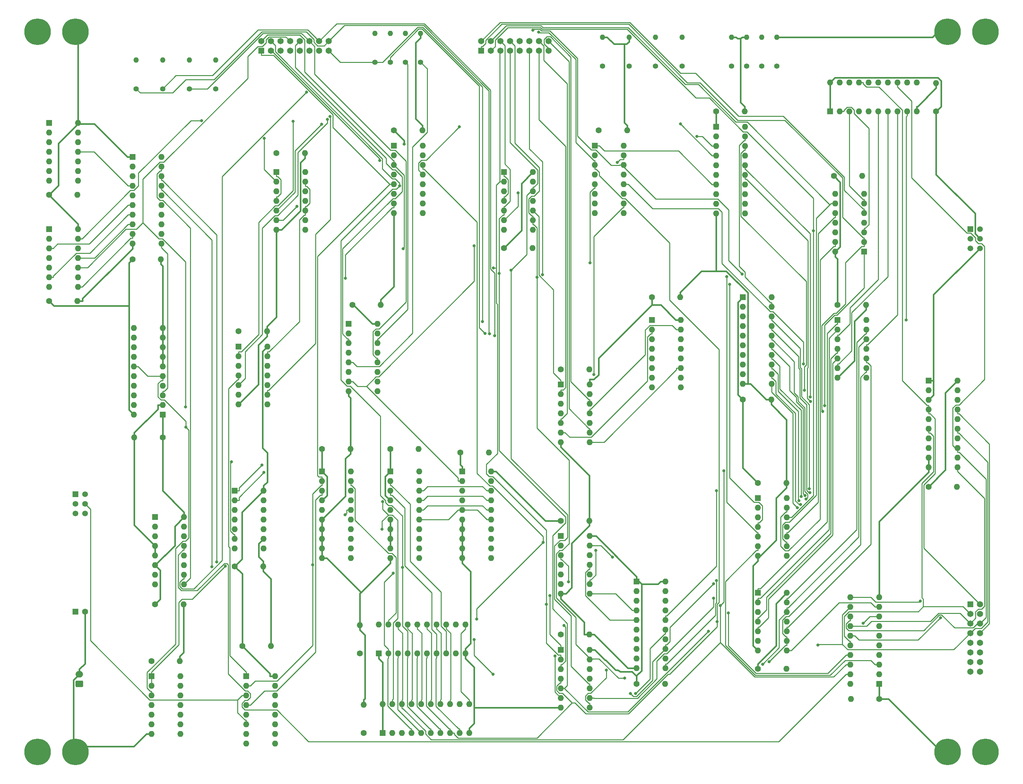
<source format=gbr>
%TF.GenerationSoftware,KiCad,Pcbnew,(5.1.10)-1*%
%TF.CreationDate,2021-10-27T21:30:29+02:00*%
%TF.ProjectId,ALU,414c552e-6b69-4636-9164-5f7063625858,rev1.0*%
%TF.SameCoordinates,Original*%
%TF.FileFunction,Copper,L2,Bot*%
%TF.FilePolarity,Positive*%
%FSLAX46Y46*%
G04 Gerber Fmt 4.6, Leading zero omitted, Abs format (unit mm)*
G04 Created by KiCad (PCBNEW (5.1.10)-1) date 2021-10-27 21:30:29*
%MOMM*%
%LPD*%
G01*
G04 APERTURE LIST*
%TA.AperFunction,ComponentPad*%
%ADD10O,2.000000X1.700000*%
%TD*%
%TA.AperFunction,ComponentPad*%
%ADD11R,1.600000X1.600000*%
%TD*%
%TA.AperFunction,ComponentPad*%
%ADD12O,1.600000X1.600000*%
%TD*%
%TA.AperFunction,ComponentPad*%
%ADD13R,1.500000X1.500000*%
%TD*%
%TA.AperFunction,ComponentPad*%
%ADD14C,1.500000*%
%TD*%
%TA.AperFunction,ComponentPad*%
%ADD15R,1.650000X1.650000*%
%TD*%
%TA.AperFunction,ComponentPad*%
%ADD16C,1.650000*%
%TD*%
%TA.AperFunction,ComponentPad*%
%ADD17C,1.600000*%
%TD*%
%TA.AperFunction,ComponentPad*%
%ADD18C,7.000000*%
%TD*%
%TA.AperFunction,ComponentPad*%
%ADD19C,0.800000*%
%TD*%
%TA.AperFunction,ComponentPad*%
%ADD20O,1.400000X1.400000*%
%TD*%
%TA.AperFunction,ComponentPad*%
%ADD21C,1.400000*%
%TD*%
%TA.AperFunction,ViaPad*%
%ADD22C,0.800000*%
%TD*%
%TA.AperFunction,Conductor*%
%ADD23C,0.400000*%
%TD*%
%TA.AperFunction,Conductor*%
%ADD24C,0.250000*%
%TD*%
G04 APERTURE END LIST*
%TO.P,5V/GND1,1*%
%TO.N,+5V*%
%TA.AperFunction,ComponentPad*%
G36*
G01*
X96750000Y-207850000D02*
X95250000Y-207850000D01*
G75*
G02*
X95000000Y-207600000I0J250000D01*
G01*
X95000000Y-206400000D01*
G75*
G02*
X95250000Y-206150000I250000J0D01*
G01*
X96750000Y-206150000D01*
G75*
G02*
X97000000Y-206400000I0J-250000D01*
G01*
X97000000Y-207600000D01*
G75*
G02*
X96750000Y-207850000I-250000J0D01*
G01*
G37*
%TD.AperFunction*%
D10*
%TO.P,5V/GND1,2*%
%TO.N,GNDREF*%
X96000000Y-204500000D03*
%TD*%
D11*
%TO.P,ADD4.3,1*%
%TO.N,/S13*%
X247000000Y-111000000D03*
D12*
%TO.P,ADD4.3,9*%
%TO.N,Net-(ADD4.3-Pad9)*%
X254620000Y-128780000D03*
%TO.P,ADD4.3,2*%
%TO.N,Net-(ADD4.3-Pad2)*%
X247000000Y-113540000D03*
%TO.P,ADD4.3,10*%
%TO.N,/S15*%
X254620000Y-126240000D03*
%TO.P,ADD4.3,3*%
%TO.N,/A13*%
X247000000Y-116080000D03*
%TO.P,ADD4.3,11*%
%TO.N,Net-(ADD4.3-Pad11)*%
X254620000Y-123700000D03*
%TO.P,ADD4.3,4*%
%TO.N,/S12*%
X247000000Y-118620000D03*
%TO.P,ADD4.3,12*%
%TO.N,/A15*%
X254620000Y-121160000D03*
%TO.P,ADD4.3,5*%
%TO.N,/A12*%
X247000000Y-121160000D03*
%TO.P,ADD4.3,13*%
%TO.N,/S14*%
X254620000Y-118620000D03*
%TO.P,ADD4.3,6*%
%TO.N,Net-(ADD4.3-Pad6)*%
X247000000Y-123700000D03*
%TO.P,ADD4.3,14*%
%TO.N,/A14*%
X254620000Y-116080000D03*
%TO.P,ADD4.3,7*%
%TO.N,Net-(ADD4.2-Pad9)*%
X247000000Y-126240000D03*
%TO.P,ADD4.3,15*%
%TO.N,Net-(ADD4.3-Pad15)*%
X254620000Y-113540000D03*
%TO.P,ADD4.3,8*%
%TO.N,GNDREF*%
X247000000Y-128780000D03*
%TO.P,ADD4.3,16*%
%TO.N,+5V*%
X254620000Y-111000000D03*
%TD*%
%TO.P,ADD4.2,16*%
%TO.N,+5V*%
X174620000Y-112000000D03*
%TO.P,ADD4.2,8*%
%TO.N,GNDREF*%
X167000000Y-129780000D03*
%TO.P,ADD4.2,15*%
%TO.N,Net-(ADD4.2-Pad15)*%
X174620000Y-114540000D03*
%TO.P,ADD4.2,7*%
%TO.N,ADD_COUT*%
X167000000Y-127240000D03*
%TO.P,ADD4.2,14*%
%TO.N,/A10*%
X174620000Y-117080000D03*
%TO.P,ADD4.2,6*%
%TO.N,Net-(ADD4.2-Pad6)*%
X167000000Y-124700000D03*
%TO.P,ADD4.2,13*%
%TO.N,/S10*%
X174620000Y-119620000D03*
%TO.P,ADD4.2,5*%
%TO.N,/A8*%
X167000000Y-122160000D03*
%TO.P,ADD4.2,12*%
%TO.N,/A11*%
X174620000Y-122160000D03*
%TO.P,ADD4.2,4*%
%TO.N,/S8*%
X167000000Y-119620000D03*
%TO.P,ADD4.2,11*%
%TO.N,Net-(ADD4.2-Pad11)*%
X174620000Y-124700000D03*
%TO.P,ADD4.2,3*%
%TO.N,/A9*%
X167000000Y-117080000D03*
%TO.P,ADD4.2,10*%
%TO.N,ADD_CX*%
X174620000Y-127240000D03*
%TO.P,ADD4.2,2*%
%TO.N,Net-(ADD4.2-Pad2)*%
X167000000Y-114540000D03*
%TO.P,ADD4.2,9*%
%TO.N,Net-(ADD4.2-Pad9)*%
X174620000Y-129780000D03*
D11*
%TO.P,ADD4.2,1*%
%TO.N,/S9*%
X167000000Y-112000000D03*
%TD*%
%TO.P,ADD4.1,1*%
%TO.N,/S5*%
X232000000Y-65000000D03*
D12*
%TO.P,ADD4.1,9*%
%TO.N,ADD_COUT*%
X239620000Y-82780000D03*
%TO.P,ADD4.1,2*%
%TO.N,Net-(ADD4.1-Pad2)*%
X232000000Y-67540000D03*
%TO.P,ADD4.1,10*%
%TO.N,ADD_N*%
X239620000Y-80240000D03*
%TO.P,ADD4.1,3*%
%TO.N,/A5*%
X232000000Y-70080000D03*
%TO.P,ADD4.1,11*%
%TO.N,Net-(ADD4.1-Pad11)*%
X239620000Y-77700000D03*
%TO.P,ADD4.1,4*%
%TO.N,/S4*%
X232000000Y-72620000D03*
%TO.P,ADD4.1,12*%
%TO.N,SL_COUT*%
X239620000Y-75160000D03*
%TO.P,ADD4.1,5*%
%TO.N,/A4*%
X232000000Y-75160000D03*
%TO.P,ADD4.1,13*%
%TO.N,/S6*%
X239620000Y-72620000D03*
%TO.P,ADD4.1,6*%
%TO.N,Net-(ADD4.1-Pad6)*%
X232000000Y-77700000D03*
%TO.P,ADD4.1,14*%
%TO.N,SL_N*%
X239620000Y-70080000D03*
%TO.P,ADD4.1,7*%
%TO.N,Net-(ADD4.0-Pad9)*%
X232000000Y-80240000D03*
%TO.P,ADD4.1,15*%
%TO.N,Net-(ADD4.1-Pad15)*%
X239620000Y-67540000D03*
%TO.P,ADD4.1,8*%
%TO.N,GNDREF*%
X232000000Y-82780000D03*
%TO.P,ADD4.1,16*%
%TO.N,+5V*%
X239620000Y-65000000D03*
%TD*%
%TO.P,ADD4.0,16*%
%TO.N,+5V*%
X186620000Y-65000000D03*
%TO.P,ADD4.0,8*%
%TO.N,GNDREF*%
X179000000Y-82780000D03*
%TO.P,ADD4.0,15*%
%TO.N,Net-(ADD4.0-Pad15)*%
X186620000Y-67540000D03*
%TO.P,ADD4.0,7*%
%TO.N,CarryIn*%
X179000000Y-80240000D03*
%TO.P,ADD4.0,14*%
%TO.N,/A2*%
X186620000Y-70080000D03*
%TO.P,ADD4.0,6*%
%TO.N,Net-(ADD4.0-Pad6)*%
X179000000Y-77700000D03*
%TO.P,ADD4.0,13*%
%TO.N,/S2*%
X186620000Y-72620000D03*
%TO.P,ADD4.0,5*%
%TO.N,SR_COUT*%
X179000000Y-75160000D03*
%TO.P,ADD4.0,12*%
%TO.N,/A3*%
X186620000Y-75160000D03*
%TO.P,ADD4.0,4*%
%TO.N,/S0*%
X179000000Y-72620000D03*
%TO.P,ADD4.0,11*%
%TO.N,Net-(ADD4.0-Pad11)*%
X186620000Y-77700000D03*
%TO.P,ADD4.0,3*%
%TO.N,/A1*%
X179000000Y-70080000D03*
%TO.P,ADD4.0,10*%
%TO.N,/S3*%
X186620000Y-80240000D03*
%TO.P,ADD4.0,2*%
%TO.N,Net-(ADD4.0-Pad2)*%
X179000000Y-67540000D03*
%TO.P,ADD4.0,9*%
%TO.N,Net-(ADD4.0-Pad9)*%
X186620000Y-82780000D03*
D11*
%TO.P,ADD4.0,1*%
%TO.N,/S1*%
X179000000Y-65000000D03*
%TD*%
D12*
%TO.P,ADD_GATE0,20*%
%TO.N,+5V*%
X271620000Y-60000000D03*
%TO.P,ADD_GATE0,10*%
%TO.N,GNDREF*%
X264000000Y-82860000D03*
%TO.P,ADD_GATE0,19*%
%TO.N,~ADDER_EN*%
X271620000Y-62540000D03*
%TO.P,ADD_GATE0,9*%
%TO.N,ADD_N*%
X264000000Y-80320000D03*
%TO.P,ADD_GATE0,18*%
%TO.N,/O0*%
X271620000Y-65080000D03*
%TO.P,ADD_GATE0,8*%
%TO.N,/S6*%
X264000000Y-77780000D03*
%TO.P,ADD_GATE0,17*%
%TO.N,/O1*%
X271620000Y-67620000D03*
%TO.P,ADD_GATE0,7*%
%TO.N,/S5*%
X264000000Y-75240000D03*
%TO.P,ADD_GATE0,16*%
%TO.N,/O2*%
X271620000Y-70160000D03*
%TO.P,ADD_GATE0,6*%
%TO.N,/S4*%
X264000000Y-72700000D03*
%TO.P,ADD_GATE0,15*%
%TO.N,/O3*%
X271620000Y-72700000D03*
%TO.P,ADD_GATE0,5*%
%TO.N,/S3*%
X264000000Y-70160000D03*
%TO.P,ADD_GATE0,14*%
%TO.N,/O4*%
X271620000Y-75240000D03*
%TO.P,ADD_GATE0,4*%
%TO.N,/S2*%
X264000000Y-67620000D03*
%TO.P,ADD_GATE0,13*%
%TO.N,/O5*%
X271620000Y-77780000D03*
%TO.P,ADD_GATE0,3*%
%TO.N,/S1*%
X264000000Y-65080000D03*
%TO.P,ADD_GATE0,12*%
%TO.N,/O6*%
X271620000Y-80320000D03*
%TO.P,ADD_GATE0,2*%
%TO.N,/S0*%
X264000000Y-62540000D03*
%TO.P,ADD_GATE0,11*%
%TO.N,Logical_N*%
X271620000Y-82860000D03*
D11*
%TO.P,ADD_GATE0,1*%
%TO.N,+5V*%
X264000000Y-60000000D03*
%TD*%
%TO.P,ADD_GATE1,1*%
%TO.N,+5V*%
X271000000Y-105000000D03*
D12*
%TO.P,ADD_GATE1,11*%
%TO.N,/O15*%
X278620000Y-127860000D03*
%TO.P,ADD_GATE1,2*%
%TO.N,/S8*%
X271000000Y-107540000D03*
%TO.P,ADD_GATE1,12*%
%TO.N,/O14*%
X278620000Y-125320000D03*
%TO.P,ADD_GATE1,3*%
%TO.N,/S9*%
X271000000Y-110080000D03*
%TO.P,ADD_GATE1,13*%
%TO.N,/O13*%
X278620000Y-122780000D03*
%TO.P,ADD_GATE1,4*%
%TO.N,/S10*%
X271000000Y-112620000D03*
%TO.P,ADD_GATE1,14*%
%TO.N,/O12*%
X278620000Y-120240000D03*
%TO.P,ADD_GATE1,5*%
%TO.N,ADD_CX*%
X271000000Y-115160000D03*
%TO.P,ADD_GATE1,15*%
%TO.N,/O11*%
X278620000Y-117700000D03*
%TO.P,ADD_GATE1,6*%
%TO.N,/S12*%
X271000000Y-117700000D03*
%TO.P,ADD_GATE1,16*%
%TO.N,/O10*%
X278620000Y-115160000D03*
%TO.P,ADD_GATE1,7*%
%TO.N,/S13*%
X271000000Y-120240000D03*
%TO.P,ADD_GATE1,17*%
%TO.N,/O9*%
X278620000Y-112620000D03*
%TO.P,ADD_GATE1,8*%
%TO.N,/S14*%
X271000000Y-122780000D03*
%TO.P,ADD_GATE1,18*%
%TO.N,/O8*%
X278620000Y-110080000D03*
%TO.P,ADD_GATE1,9*%
%TO.N,/S15*%
X271000000Y-125320000D03*
%TO.P,ADD_GATE1,19*%
%TO.N,~ADDER_EN*%
X278620000Y-107540000D03*
%TO.P,ADD_GATE1,10*%
%TO.N,GNDREF*%
X271000000Y-127860000D03*
%TO.P,ADD_GATE1,20*%
%TO.N,+5V*%
X278620000Y-105000000D03*
%TD*%
D13*
%TO.P,ALU_COMM1,1*%
%TO.N,D*%
X95000000Y-157000000D03*
D14*
%TO.P,ALU_COMM1,2*%
%TO.N,/C*%
X95000000Y-159540000D03*
%TO.P,ALU_COMM1,3*%
%TO.N,B*%
X95000000Y-162080000D03*
%TO.P,ALU_COMM1,4*%
%TO.N,A*%
X97540000Y-157000000D03*
%TO.P,ALU_COMM1,5*%
%TO.N,nBit*%
X97540000Y-159540000D03*
%TO.P,ALU_COMM1,6*%
%TO.N,CarryIn*%
X97540000Y-162080000D03*
%TD*%
D15*
%TO.P,ALU_OUT1,1*%
%TO.N,/O0*%
X331000000Y-186000000D03*
D16*
%TO.P,ALU_OUT1,2*%
%TO.N,/O1*%
X333540000Y-186000000D03*
%TO.P,ALU_OUT1,3*%
%TO.N,/O2*%
X331000000Y-188540000D03*
%TO.P,ALU_OUT1,4*%
%TO.N,/O3*%
X333540000Y-188540000D03*
%TO.P,ALU_OUT1,5*%
%TO.N,/O4*%
X331000000Y-191080000D03*
%TO.P,ALU_OUT1,6*%
%TO.N,/O5*%
X333540000Y-191080000D03*
%TO.P,ALU_OUT1,7*%
%TO.N,/O6*%
X331000000Y-193620000D03*
%TO.P,ALU_OUT1,8*%
%TO.N,Logical_N*%
X333540000Y-193620000D03*
%TO.P,ALU_OUT1,9*%
%TO.N,/O8*%
X331000000Y-196160000D03*
%TO.P,ALU_OUT1,10*%
%TO.N,/O9*%
X333540000Y-196160000D03*
%TO.P,ALU_OUT1,11*%
%TO.N,/O10*%
X331000000Y-198700000D03*
%TO.P,ALU_OUT1,12*%
%TO.N,/O11*%
X333540000Y-198700000D03*
%TO.P,ALU_OUT1,13*%
%TO.N,/O12*%
X331000000Y-201240000D03*
%TO.P,ALU_OUT1,14*%
%TO.N,/O13*%
X333540000Y-201240000D03*
%TO.P,ALU_OUT1,15*%
%TO.N,/O14*%
X331000000Y-203780000D03*
%TO.P,ALU_OUT1,16*%
%TO.N,/O15*%
X333540000Y-203780000D03*
%TD*%
D11*
%TO.P,AND0,1*%
%TO.N,SR_COUT*%
X223000000Y-168000000D03*
D12*
%TO.P,AND0,8*%
%TO.N,Net-(AND0-Pad8)*%
X230620000Y-183240000D03*
%TO.P,AND0,2*%
%TO.N,/B0*%
X223000000Y-170540000D03*
%TO.P,AND0,9*%
%TO.N,/A2*%
X230620000Y-180700000D03*
%TO.P,AND0,3*%
%TO.N,Net-(AND0-Pad3)*%
X223000000Y-173080000D03*
%TO.P,AND0,10*%
%TO.N,/B2*%
X230620000Y-178160000D03*
%TO.P,AND0,4*%
%TO.N,/A1*%
X223000000Y-175620000D03*
%TO.P,AND0,11*%
%TO.N,Net-(AND0-Pad11)*%
X230620000Y-175620000D03*
%TO.P,AND0,5*%
%TO.N,/B1*%
X223000000Y-178160000D03*
%TO.P,AND0,12*%
%TO.N,/A3*%
X230620000Y-173080000D03*
%TO.P,AND0,6*%
%TO.N,Net-(AND0-Pad6)*%
X223000000Y-180700000D03*
%TO.P,AND0,13*%
%TO.N,/B3*%
X230620000Y-170540000D03*
%TO.P,AND0,7*%
%TO.N,GNDREF*%
X223000000Y-183240000D03*
%TO.P,AND0,14*%
%TO.N,+5V*%
X230620000Y-168000000D03*
%TD*%
%TO.P,AND1,14*%
%TO.N,+5V*%
X230620000Y-198000000D03*
%TO.P,AND1,7*%
%TO.N,GNDREF*%
X223000000Y-213240000D03*
%TO.P,AND1,13*%
%TO.N,/B7*%
X230620000Y-200540000D03*
%TO.P,AND1,6*%
%TO.N,Net-(AND1-Pad6)*%
X223000000Y-210700000D03*
%TO.P,AND1,12*%
%TO.N,SL_COUT*%
X230620000Y-203080000D03*
%TO.P,AND1,5*%
%TO.N,/B5*%
X223000000Y-208160000D03*
%TO.P,AND1,11*%
%TO.N,Net-(AND1-Pad11)*%
X230620000Y-205620000D03*
%TO.P,AND1,4*%
%TO.N,/A5*%
X223000000Y-205620000D03*
%TO.P,AND1,10*%
%TO.N,/B6*%
X230620000Y-208160000D03*
%TO.P,AND1,3*%
%TO.N,Net-(AND1-Pad3)*%
X223000000Y-203080000D03*
%TO.P,AND1,9*%
%TO.N,SL_N*%
X230620000Y-210700000D03*
%TO.P,AND1,2*%
%TO.N,/B4*%
X223000000Y-200540000D03*
%TO.P,AND1,8*%
%TO.N,Net-(AND1-Pad8)*%
X230620000Y-213240000D03*
D11*
%TO.P,AND1,1*%
%TO.N,/A4*%
X223000000Y-198000000D03*
%TD*%
D12*
%TO.P,AND_GATE1,20*%
%TO.N,+5V*%
X250620000Y-180000000D03*
%TO.P,AND_GATE1,10*%
%TO.N,GNDREF*%
X243000000Y-202860000D03*
%TO.P,AND_GATE1,19*%
%TO.N,~AND_EN*%
X250620000Y-182540000D03*
%TO.P,AND_GATE1,9*%
%TO.N,Net-(AND1-Pad11)*%
X243000000Y-200320000D03*
%TO.P,AND_GATE1,18*%
%TO.N,/O0*%
X250620000Y-185080000D03*
%TO.P,AND_GATE1,8*%
%TO.N,Net-(AND1-Pad8)*%
X243000000Y-197780000D03*
%TO.P,AND_GATE1,17*%
%TO.N,/O1*%
X250620000Y-187620000D03*
%TO.P,AND_GATE1,7*%
%TO.N,Net-(AND1-Pad6)*%
X243000000Y-195240000D03*
%TO.P,AND_GATE1,16*%
%TO.N,/O2*%
X250620000Y-190160000D03*
%TO.P,AND_GATE1,6*%
%TO.N,Net-(AND1-Pad3)*%
X243000000Y-192700000D03*
%TO.P,AND_GATE1,15*%
%TO.N,/O3*%
X250620000Y-192700000D03*
%TO.P,AND_GATE1,5*%
%TO.N,Net-(AND0-Pad11)*%
X243000000Y-190160000D03*
%TO.P,AND_GATE1,14*%
%TO.N,/O4*%
X250620000Y-195240000D03*
%TO.P,AND_GATE1,4*%
%TO.N,Net-(AND0-Pad8)*%
X243000000Y-187620000D03*
%TO.P,AND_GATE1,13*%
%TO.N,/O5*%
X250620000Y-197780000D03*
%TO.P,AND_GATE1,3*%
%TO.N,Net-(AND0-Pad6)*%
X243000000Y-185080000D03*
%TO.P,AND_GATE1,12*%
%TO.N,/O6*%
X250620000Y-200320000D03*
%TO.P,AND_GATE1,2*%
%TO.N,Net-(AND0-Pad3)*%
X243000000Y-182540000D03*
%TO.P,AND_GATE1,11*%
%TO.N,Logical_N*%
X250620000Y-202860000D03*
D11*
%TO.P,AND_GATE1,1*%
%TO.N,+5V*%
X243000000Y-180000000D03*
%TD*%
D17*
%TO.P,C1,1*%
%TO.N,+5V*%
X115000000Y-201000000D03*
D12*
%TO.P,C1,2*%
%TO.N,GNDREF*%
X122500000Y-201000000D03*
%TD*%
%TO.P,C2,2*%
%TO.N,GNDREF*%
X123500000Y-186000000D03*
D17*
%TO.P,C2,1*%
%TO.N,+5V*%
X116000000Y-186000000D03*
%TD*%
%TO.P,C6,1*%
%TO.N,+5V*%
X208000000Y-92000000D03*
D12*
%TO.P,C6,2*%
%TO.N,GNDREF*%
X215500000Y-92000000D03*
%TD*%
%TO.P,C7,2*%
%TO.N,GNDREF*%
X146500000Y-197000000D03*
D17*
%TO.P,C7,1*%
%TO.N,+5V*%
X139000000Y-197000000D03*
%TD*%
%TO.P,C8,1*%
%TO.N,+5V*%
X295000000Y-73000000D03*
D12*
%TO.P,C8,2*%
%TO.N,GNDREF*%
X302500000Y-73000000D03*
%TD*%
D17*
%TO.P,C9,1*%
%TO.N,+5V*%
X88000000Y-106000000D03*
D12*
%TO.P,C9,2*%
%TO.N,GNDREF*%
X95500000Y-106000000D03*
%TD*%
%TO.P,C10,2*%
%TO.N,GNDREF*%
X303500000Y-107000000D03*
D17*
%TO.P,C10,1*%
%TO.N,+5V*%
X296000000Y-107000000D03*
%TD*%
D12*
%TO.P,C11,2*%
%TO.N,GNDREF*%
X95500000Y-78000000D03*
D17*
%TO.P,C11,1*%
%TO.N,+5V*%
X88000000Y-78000000D03*
%TD*%
%TO.P,C12,1*%
%TO.N,+5V*%
X148000000Y-67000000D03*
D12*
%TO.P,C12,2*%
%TO.N,GNDREF*%
X155500000Y-67000000D03*
%TD*%
D17*
%TO.P,C13,1*%
%TO.N,+5V*%
X179000000Y-61000000D03*
D12*
%TO.P,C13,2*%
%TO.N,GNDREF*%
X186500000Y-61000000D03*
%TD*%
D17*
%TO.P,C14,1*%
%TO.N,+5V*%
X110000000Y-95000000D03*
D12*
%TO.P,C14,2*%
%TO.N,GNDREF*%
X117500000Y-95000000D03*
%TD*%
%TO.P,C15,2*%
%TO.N,GNDREF*%
X322000000Y-48500000D03*
D17*
%TO.P,C15,1*%
%TO.N,+5V*%
X322000000Y-56000000D03*
%TD*%
D12*
%TO.P,C16,2*%
%TO.N,GNDREF*%
X240500000Y-61000000D03*
D17*
%TO.P,C16,1*%
%TO.N,+5V*%
X233000000Y-61000000D03*
%TD*%
%TO.P,C17,1*%
%TO.N,+5V*%
X170000000Y-199000000D03*
D12*
%TO.P,C17,2*%
%TO.N,GNDREF*%
X170000000Y-191500000D03*
%TD*%
%TO.P,C18,2*%
%TO.N,GNDREF*%
X230500000Y-124000000D03*
D17*
%TO.P,C18,1*%
%TO.N,+5V*%
X223000000Y-124000000D03*
%TD*%
%TO.P,C19,1*%
%TO.N,+5V*%
X171000000Y-220000000D03*
D12*
%TO.P,C19,2*%
%TO.N,GNDREF*%
X171000000Y-212500000D03*
%TD*%
%TO.P,C20,2*%
%TO.N,GNDREF*%
X145500000Y-114000000D03*
D17*
%TO.P,C20,1*%
%TO.N,+5V*%
X138000000Y-114000000D03*
%TD*%
%TO.P,C21,1*%
%TO.N,+5V*%
X247000000Y-105000000D03*
D12*
%TO.P,C21,2*%
%TO.N,GNDREF*%
X254500000Y-105000000D03*
%TD*%
%TO.P,C22,2*%
%TO.N,GNDREF*%
X175500000Y-107000000D03*
D17*
%TO.P,C22,1*%
%TO.N,+5V*%
X168000000Y-107000000D03*
%TD*%
D12*
%TO.P,C23,2*%
%TO.N,GNDREF*%
X271500000Y-56000000D03*
D17*
%TO.P,C23,1*%
%TO.N,+5V*%
X264000000Y-56000000D03*
%TD*%
%TO.P,C24,1*%
%TO.N,+5V*%
X223000000Y-164000000D03*
D12*
%TO.P,C24,2*%
%TO.N,GNDREF*%
X230500000Y-164000000D03*
%TD*%
%TO.P,C25,2*%
%TO.N,GNDREF*%
X230500000Y-194000000D03*
D17*
%TO.P,C25,1*%
%TO.N,+5V*%
X223000000Y-194000000D03*
%TD*%
D12*
%TO.P,C26,2*%
%TO.N,GNDREF*%
X282500000Y-154000000D03*
D17*
%TO.P,C26,1*%
%TO.N,+5V*%
X275000000Y-154000000D03*
%TD*%
D12*
%TO.P,C27,2*%
%TO.N,GNDREF*%
X282500000Y-203000000D03*
D17*
%TO.P,C27,1*%
%TO.N,+5V*%
X275000000Y-203000000D03*
%TD*%
%TO.P,C28,1*%
%TO.N,+5V*%
X271000000Y-132000000D03*
D12*
%TO.P,C28,2*%
%TO.N,GNDREF*%
X278500000Y-132000000D03*
%TD*%
D17*
%TO.P,C29,1*%
%TO.N,+5V*%
X307000000Y-211000000D03*
D12*
%TO.P,C29,2*%
%TO.N,GNDREF*%
X299500000Y-211000000D03*
%TD*%
D17*
%TO.P,C30,1*%
%TO.N,+5V*%
X320000000Y-155000000D03*
D12*
%TO.P,C30,2*%
%TO.N,GNDREF*%
X327500000Y-155000000D03*
%TD*%
D17*
%TO.P,C31,1*%
%TO.N,+5V*%
X118000000Y-142000000D03*
D12*
%TO.P,C31,2*%
%TO.N,GNDREF*%
X110500000Y-142000000D03*
%TD*%
%TO.P,C32,2*%
%TO.N,GNDREF*%
X204000000Y-146000000D03*
D17*
%TO.P,C32,1*%
%TO.N,+5V*%
X196500000Y-146000000D03*
%TD*%
%TO.P,C33,1*%
%TO.N,+5V*%
X137000000Y-176000000D03*
D12*
%TO.P,C33,2*%
%TO.N,GNDREF*%
X144500000Y-176000000D03*
%TD*%
D17*
%TO.P,C34,1*%
%TO.N,+5V*%
X178000000Y-145000000D03*
D12*
%TO.P,C34,2*%
%TO.N,GNDREF*%
X185500000Y-145000000D03*
%TD*%
%TO.P,C35,2*%
%TO.N,GNDREF*%
X167500000Y-145000000D03*
D17*
%TO.P,C35,1*%
%TO.N,+5V*%
X160000000Y-145000000D03*
%TD*%
D12*
%TO.P,C36,2*%
%TO.N,GNDREF*%
X250500000Y-207000000D03*
D17*
%TO.P,C36,1*%
%TO.N,+5V*%
X243000000Y-207000000D03*
%TD*%
D11*
%TO.P,COMP1,1*%
%TO.N,GNDREF*%
X320000000Y-127000000D03*
D12*
%TO.P,COMP1,11*%
%TO.N,/O4*%
X327620000Y-149860000D03*
%TO.P,COMP1,2*%
%TO.N,/O0*%
X320000000Y-129540000D03*
%TO.P,COMP1,12*%
%TO.N,GNDREF*%
X327620000Y-147320000D03*
%TO.P,COMP1,3*%
X320000000Y-132080000D03*
%TO.P,COMP1,13*%
%TO.N,/O5*%
X327620000Y-144780000D03*
%TO.P,COMP1,4*%
%TO.N,/O1*%
X320000000Y-134620000D03*
%TO.P,COMP1,14*%
%TO.N,GNDREF*%
X327620000Y-142240000D03*
%TO.P,COMP1,5*%
X320000000Y-137160000D03*
%TO.P,COMP1,15*%
%TO.N,/O6*%
X327620000Y-139700000D03*
%TO.P,COMP1,6*%
%TO.N,/O2*%
X320000000Y-139700000D03*
%TO.P,COMP1,16*%
%TO.N,GNDREF*%
X327620000Y-137160000D03*
%TO.P,COMP1,7*%
X320000000Y-142240000D03*
%TO.P,COMP1,17*%
%TO.N,Logical_N*%
X327620000Y-134620000D03*
%TO.P,COMP1,8*%
%TO.N,/O3*%
X320000000Y-144780000D03*
%TO.P,COMP1,18*%
%TO.N,GNDREF*%
X327620000Y-132080000D03*
%TO.P,COMP1,9*%
X320000000Y-147320000D03*
%TO.P,COMP1,19*%
%TO.N,~Z*%
X327620000Y-129540000D03*
%TO.P,COMP1,10*%
%TO.N,GNDREF*%
X320000000Y-149860000D03*
%TO.P,COMP1,20*%
%TO.N,+5V*%
X327620000Y-127000000D03*
%TD*%
D11*
%TO.P,CPOWER1,1*%
%TO.N,+5V*%
X95000000Y-188000000D03*
D17*
%TO.P,CPOWER1,2*%
%TO.N,GNDREF*%
X97500000Y-188000000D03*
%TD*%
D11*
%TO.P,DEC1,1*%
%TO.N,A*%
X116000000Y-163000000D03*
D12*
%TO.P,DEC1,9*%
%TO.N,~NAND_EN*%
X123620000Y-180780000D03*
%TO.P,DEC1,2*%
%TO.N,B*%
X116000000Y-165540000D03*
%TO.P,DEC1,10*%
%TO.N,~XOR_EN*%
X123620000Y-178240000D03*
%TO.P,DEC1,3*%
%TO.N,/C*%
X116000000Y-168080000D03*
%TO.P,DEC1,11*%
%TO.N,~RIGHT_EN*%
X123620000Y-175700000D03*
%TO.P,DEC1,4*%
%TO.N,GNDREF*%
X116000000Y-170620000D03*
%TO.P,DEC1,12*%
%TO.N,~ADDER_EN*%
X123620000Y-173160000D03*
%TO.P,DEC1,5*%
%TO.N,GNDREF*%
X116000000Y-173160000D03*
%TO.P,DEC1,13*%
%TO.N,~OR_EN*%
X123620000Y-170620000D03*
%TO.P,DEC1,6*%
%TO.N,+5V*%
X116000000Y-175700000D03*
%TO.P,DEC1,14*%
%TO.N,~AND_EN*%
X123620000Y-168080000D03*
%TO.P,DEC1,7*%
%TO.N,Net-(DEC1-Pad7)*%
X116000000Y-178240000D03*
%TO.P,DEC1,15*%
%TO.N,~LEFT_EN*%
X123620000Y-165540000D03*
%TO.P,DEC1,8*%
%TO.N,GNDREF*%
X116000000Y-180780000D03*
%TO.P,DEC1,16*%
%TO.N,+5V*%
X123620000Y-163000000D03*
%TD*%
D14*
%TO.P,FLAGS_OUT1,6*%
%TO.N,GNDREF*%
X333540000Y-92080000D03*
%TO.P,FLAGS_OUT1,5*%
%TO.N,+5V*%
X333540000Y-89540000D03*
%TO.P,FLAGS_OUT1,4*%
%TO.N,Z*%
X333540000Y-87000000D03*
%TO.P,FLAGS_OUT1,3*%
%TO.N,/Ov*%
X331000000Y-92080000D03*
%TO.P,FLAGS_OUT1,2*%
%TO.N,/N*%
X331000000Y-89540000D03*
D13*
%TO.P,FLAGS_OUT1,1*%
%TO.N,/Carry*%
X331000000Y-87000000D03*
%TD*%
D12*
%TO.P,FlagsAdd0,20*%
%TO.N,+5V*%
X204620000Y-151000000D03*
%TO.P,FlagsAdd0,10*%
%TO.N,GNDREF*%
X197000000Y-173860000D03*
%TO.P,FlagsAdd0,19*%
%TO.N,~ADDER_EN*%
X204620000Y-153540000D03*
%TO.P,FlagsAdd0,9*%
%TO.N,GNDREF*%
X197000000Y-171320000D03*
%TO.P,FlagsAdd0,18*%
%TO.N,/Carry*%
X204620000Y-156080000D03*
%TO.P,FlagsAdd0,8*%
%TO.N,GNDREF*%
X197000000Y-168780000D03*
%TO.P,FlagsAdd0,17*%
%TO.N,/N*%
X204620000Y-158620000D03*
%TO.P,FlagsAdd0,7*%
%TO.N,GNDREF*%
X197000000Y-166240000D03*
%TO.P,FlagsAdd0,16*%
%TO.N,/Ov*%
X204620000Y-161160000D03*
%TO.P,FlagsAdd0,6*%
%TO.N,GNDREF*%
X197000000Y-163700000D03*
%TO.P,FlagsAdd0,15*%
%TO.N,Z*%
X204620000Y-163700000D03*
%TO.P,FlagsAdd0,5*%
X197000000Y-161160000D03*
%TO.P,FlagsAdd0,14*%
%TO.N,Net-(FlagsAdd0-Pad14)*%
X204620000Y-166240000D03*
%TO.P,FlagsAdd0,4*%
%TO.N,Net-(FlagsAdd0-Pad4)*%
X197000000Y-158620000D03*
%TO.P,FlagsAdd0,13*%
%TO.N,Net-(FlagsAdd0-Pad13)*%
X204620000Y-168780000D03*
%TO.P,FlagsAdd0,3*%
%TO.N,ADD_N*%
X197000000Y-156080000D03*
%TO.P,FlagsAdd0,12*%
%TO.N,Net-(FlagsAdd0-Pad12)*%
X204620000Y-171320000D03*
%TO.P,FlagsAdd0,2*%
%TO.N,ADD_COUT*%
X197000000Y-153540000D03*
%TO.P,FlagsAdd0,11*%
%TO.N,Net-(FlagsAdd0-Pad11)*%
X204620000Y-173860000D03*
D11*
%TO.P,FlagsAdd0,1*%
%TO.N,+5V*%
X197000000Y-151000000D03*
%TD*%
%TO.P,FlagsLeft1,1*%
%TO.N,+5V*%
X178000000Y-151000000D03*
D12*
%TO.P,FlagsLeft1,11*%
%TO.N,Net-(FlagsLeft1-Pad11)*%
X185620000Y-173860000D03*
%TO.P,FlagsLeft1,2*%
%TO.N,SL_COUT*%
X178000000Y-153540000D03*
%TO.P,FlagsLeft1,12*%
%TO.N,Net-(FlagsLeft1-Pad12)*%
X185620000Y-171320000D03*
%TO.P,FlagsLeft1,3*%
%TO.N,SL_N*%
X178000000Y-156080000D03*
%TO.P,FlagsLeft1,13*%
%TO.N,Net-(FlagsLeft1-Pad13)*%
X185620000Y-168780000D03*
%TO.P,FlagsLeft1,4*%
%TO.N,+5V*%
X178000000Y-158620000D03*
%TO.P,FlagsLeft1,14*%
%TO.N,Net-(FlagsLeft1-Pad14)*%
X185620000Y-166240000D03*
%TO.P,FlagsLeft1,5*%
%TO.N,Z*%
X178000000Y-161160000D03*
%TO.P,FlagsLeft1,15*%
X185620000Y-163700000D03*
%TO.P,FlagsLeft1,6*%
%TO.N,GNDREF*%
X178000000Y-163700000D03*
%TO.P,FlagsLeft1,16*%
%TO.N,/Ov*%
X185620000Y-161160000D03*
%TO.P,FlagsLeft1,7*%
%TO.N,GNDREF*%
X178000000Y-166240000D03*
%TO.P,FlagsLeft1,17*%
%TO.N,/N*%
X185620000Y-158620000D03*
%TO.P,FlagsLeft1,8*%
%TO.N,GNDREF*%
X178000000Y-168780000D03*
%TO.P,FlagsLeft1,18*%
%TO.N,/Carry*%
X185620000Y-156080000D03*
%TO.P,FlagsLeft1,9*%
%TO.N,GNDREF*%
X178000000Y-171320000D03*
%TO.P,FlagsLeft1,19*%
%TO.N,~LEFT_EN*%
X185620000Y-153540000D03*
%TO.P,FlagsLeft1,10*%
%TO.N,GNDREF*%
X178000000Y-173860000D03*
%TO.P,FlagsLeft1,20*%
%TO.N,+5V*%
X185620000Y-151000000D03*
%TD*%
%TO.P,FlagsLogical1,20*%
%TO.N,+5V*%
X110380000Y-136000000D03*
%TO.P,FlagsLogical1,10*%
%TO.N,GNDREF*%
X118000000Y-113140000D03*
%TO.P,FlagsLogical1,19*%
%TO.N,~LOG_EN*%
X110380000Y-133460000D03*
%TO.P,FlagsLogical1,9*%
%TO.N,GNDREF*%
X118000000Y-115680000D03*
%TO.P,FlagsLogical1,18*%
%TO.N,/Carry*%
X110380000Y-130920000D03*
%TO.P,FlagsLogical1,8*%
%TO.N,GNDREF*%
X118000000Y-118220000D03*
%TO.P,FlagsLogical1,17*%
%TO.N,/N*%
X110380000Y-128380000D03*
%TO.P,FlagsLogical1,7*%
%TO.N,GNDREF*%
X118000000Y-120760000D03*
%TO.P,FlagsLogical1,16*%
%TO.N,/Ov*%
X110380000Y-125840000D03*
%TO.P,FlagsLogical1,6*%
%TO.N,GNDREF*%
X118000000Y-123300000D03*
%TO.P,FlagsLogical1,15*%
%TO.N,Z*%
X110380000Y-123300000D03*
%TO.P,FlagsLogical1,5*%
X118000000Y-125840000D03*
%TO.P,FlagsLogical1,14*%
%TO.N,Net-(FlagsLogical1-Pad14)*%
X110380000Y-120760000D03*
%TO.P,FlagsLogical1,4*%
%TO.N,GNDREF*%
X118000000Y-128380000D03*
%TO.P,FlagsLogical1,13*%
%TO.N,Net-(FlagsLogical1-Pad13)*%
X110380000Y-118220000D03*
%TO.P,FlagsLogical1,3*%
%TO.N,Logical_N*%
X118000000Y-130920000D03*
%TO.P,FlagsLogical1,12*%
%TO.N,Net-(FlagsLogical1-Pad12)*%
X110380000Y-115680000D03*
%TO.P,FlagsLogical1,2*%
%TO.N,GNDREF*%
X118000000Y-133460000D03*
%TO.P,FlagsLogical1,11*%
%TO.N,Net-(FlagsLogical1-Pad11)*%
X110380000Y-113140000D03*
D11*
%TO.P,FlagsLogical1,1*%
%TO.N,+5V*%
X118000000Y-136000000D03*
%TD*%
D12*
%TO.P,FlagsRight1,20*%
%TO.N,+5V*%
X167620000Y-151000000D03*
%TO.P,FlagsRight1,10*%
%TO.N,GNDREF*%
X160000000Y-173860000D03*
%TO.P,FlagsRight1,19*%
%TO.N,~RIGHT_EN*%
X167620000Y-153540000D03*
%TO.P,FlagsRight1,9*%
%TO.N,GNDREF*%
X160000000Y-171320000D03*
%TO.P,FlagsRight1,18*%
%TO.N,/Carry*%
X167620000Y-156080000D03*
%TO.P,FlagsRight1,8*%
%TO.N,GNDREF*%
X160000000Y-168780000D03*
%TO.P,FlagsRight1,17*%
%TO.N,/N*%
X167620000Y-158620000D03*
%TO.P,FlagsRight1,7*%
%TO.N,GNDREF*%
X160000000Y-166240000D03*
%TO.P,FlagsRight1,16*%
%TO.N,/Ov*%
X167620000Y-161160000D03*
%TO.P,FlagsRight1,6*%
%TO.N,GNDREF*%
X160000000Y-163700000D03*
%TO.P,FlagsRight1,15*%
%TO.N,Z*%
X167620000Y-163700000D03*
%TO.P,FlagsRight1,5*%
X160000000Y-161160000D03*
%TO.P,FlagsRight1,14*%
%TO.N,Net-(FlagsRight1-Pad14)*%
X167620000Y-166240000D03*
%TO.P,FlagsRight1,4*%
%TO.N,+5V*%
X160000000Y-158620000D03*
%TO.P,FlagsRight1,13*%
%TO.N,Net-(FlagsRight1-Pad13)*%
X167620000Y-168780000D03*
%TO.P,FlagsRight1,3*%
%TO.N,SR_N*%
X160000000Y-156080000D03*
%TO.P,FlagsRight1,12*%
%TO.N,Net-(FlagsRight1-Pad12)*%
X167620000Y-171320000D03*
%TO.P,FlagsRight1,2*%
%TO.N,SR_COUT*%
X160000000Y-153540000D03*
%TO.P,FlagsRight1,11*%
%TO.N,Net-(FlagsRight1-Pad11)*%
X167620000Y-173860000D03*
D11*
%TO.P,FlagsRight1,1*%
%TO.N,+5V*%
X160000000Y-151000000D03*
%TD*%
D18*
%TO.P,H1,1*%
%TO.N,GNDREF*%
X325000000Y-35000000D03*
D19*
X327625000Y-35000000D03*
X326856155Y-36856155D03*
X325000000Y-37625000D03*
X323143845Y-36856155D03*
X322375000Y-35000000D03*
X323143845Y-33143845D03*
X325000000Y-32375000D03*
X326856155Y-33143845D03*
%TD*%
%TO.P,H2,1*%
%TO.N,GNDREF*%
X96856155Y-223143845D03*
X95000000Y-222375000D03*
X93143845Y-223143845D03*
X92375000Y-225000000D03*
X93143845Y-226856155D03*
X95000000Y-227625000D03*
X96856155Y-226856155D03*
X97625000Y-225000000D03*
D18*
X95000000Y-225000000D03*
%TD*%
%TO.P,H3,1*%
%TO.N,+5V*%
X325000000Y-225000000D03*
D19*
X327625000Y-225000000D03*
X326856155Y-226856155D03*
X325000000Y-227625000D03*
X323143845Y-226856155D03*
X322375000Y-225000000D03*
X323143845Y-223143845D03*
X325000000Y-222375000D03*
X326856155Y-223143845D03*
%TD*%
D18*
%TO.P,H4,1*%
%TO.N,N/C*%
X85000000Y-35000000D03*
D19*
X87625000Y-35000000D03*
X86856155Y-36856155D03*
X85000000Y-37625000D03*
X83143845Y-36856155D03*
X82375000Y-35000000D03*
X83143845Y-33143845D03*
X85000000Y-32375000D03*
X86856155Y-33143845D03*
%TD*%
%TO.P,H5,1*%
%TO.N,+5V*%
X96856155Y-33143845D03*
X95000000Y-32375000D03*
X93143845Y-33143845D03*
X92375000Y-35000000D03*
X93143845Y-36856155D03*
X95000000Y-37625000D03*
X96856155Y-36856155D03*
X97625000Y-35000000D03*
D18*
X95000000Y-35000000D03*
%TD*%
D19*
%TO.P,H6,1*%
%TO.N,N/C*%
X86856155Y-223143845D03*
X85000000Y-222375000D03*
X83143845Y-223143845D03*
X82375000Y-225000000D03*
X83143845Y-226856155D03*
X85000000Y-227625000D03*
X86856155Y-226856155D03*
X87625000Y-225000000D03*
D18*
X85000000Y-225000000D03*
%TD*%
%TO.P,H7,1*%
%TO.N,N/C*%
X335000000Y-225000000D03*
D19*
X337625000Y-225000000D03*
X336856155Y-226856155D03*
X335000000Y-227625000D03*
X333143845Y-226856155D03*
X332375000Y-225000000D03*
X333143845Y-223143845D03*
X335000000Y-222375000D03*
X336856155Y-223143845D03*
%TD*%
%TO.P,H8,1*%
%TO.N,N/C*%
X336856155Y-33143845D03*
X335000000Y-32375000D03*
X333143845Y-33143845D03*
X332375000Y-35000000D03*
X333143845Y-36856155D03*
X335000000Y-37625000D03*
X336856155Y-36856155D03*
X337625000Y-35000000D03*
D18*
X335000000Y-35000000D03*
%TD*%
D12*
%TO.P,MUXCout1,16*%
%TO.N,+5V*%
X147620000Y-205000000D03*
%TO.P,MUXCout1,8*%
%TO.N,GNDREF*%
X140000000Y-222780000D03*
%TO.P,MUXCout1,15*%
X147620000Y-207540000D03*
%TO.P,MUXCout1,7*%
%TO.N,/SL0*%
X140000000Y-220240000D03*
%TO.P,MUXCout1,14*%
%TO.N,Net-(MUXCout1-Pad14)*%
X147620000Y-210080000D03*
%TO.P,MUXCout1,6*%
%TO.N,nBit*%
X140000000Y-217700000D03*
%TO.P,MUXCout1,13*%
%TO.N,Net-(MUXCout1-Pad13)*%
X147620000Y-212620000D03*
%TO.P,MUXCout1,5*%
%TO.N,SL_COUT*%
X140000000Y-215160000D03*
%TO.P,MUXCout1,12*%
%TO.N,Net-(MUXCout1-Pad12)*%
X147620000Y-215160000D03*
%TO.P,MUXCout1,4*%
%TO.N,SR_N*%
X140000000Y-212620000D03*
%TO.P,MUXCout1,11*%
%TO.N,Net-(MUXCout1-Pad11)*%
X147620000Y-217700000D03*
%TO.P,MUXCout1,3*%
%TO.N,nBit*%
X140000000Y-210080000D03*
%TO.P,MUXCout1,10*%
%TO.N,Net-(MUXCout1-Pad10)*%
X147620000Y-220240000D03*
%TO.P,MUXCout1,2*%
%TO.N,SR_COUT*%
X140000000Y-207540000D03*
%TO.P,MUXCout1,9*%
%TO.N,Net-(MUXCout1-Pad9)*%
X147620000Y-222780000D03*
D11*
%TO.P,MUXCout1,1*%
%TO.N,D*%
X140000000Y-205000000D03*
%TD*%
D12*
%TO.P,NAND0,14*%
%TO.N,+5V*%
X95620000Y-59000000D03*
%TO.P,NAND0,7*%
%TO.N,GNDREF*%
X88000000Y-74240000D03*
%TO.P,NAND0,13*%
%TO.N,/A2*%
X95620000Y-61540000D03*
%TO.P,NAND0,6*%
%TO.N,Net-(NAND0-Pad6)*%
X88000000Y-71700000D03*
%TO.P,NAND0,12*%
%TO.N,/B2*%
X95620000Y-64080000D03*
%TO.P,NAND0,5*%
%TO.N,/B1*%
X88000000Y-69160000D03*
%TO.P,NAND0,11*%
%TO.N,Net-(NAND0-Pad11)*%
X95620000Y-66620000D03*
%TO.P,NAND0,4*%
%TO.N,/A1*%
X88000000Y-66620000D03*
%TO.P,NAND0,10*%
%TO.N,/A3*%
X95620000Y-69160000D03*
%TO.P,NAND0,3*%
%TO.N,Net-(NAND0-Pad3)*%
X88000000Y-64080000D03*
%TO.P,NAND0,9*%
%TO.N,/B3*%
X95620000Y-71700000D03*
%TO.P,NAND0,2*%
%TO.N,/B0*%
X88000000Y-61540000D03*
%TO.P,NAND0,8*%
%TO.N,Net-(NAND0-Pad8)*%
X95620000Y-74240000D03*
D11*
%TO.P,NAND0,1*%
%TO.N,SR_COUT*%
X88000000Y-59000000D03*
%TD*%
%TO.P,NAND1,1*%
%TO.N,/A4*%
X88000000Y-87000000D03*
D12*
%TO.P,NAND1,8*%
%TO.N,Net-(NAND1-Pad8)*%
X95620000Y-102240000D03*
%TO.P,NAND1,2*%
%TO.N,/B4*%
X88000000Y-89540000D03*
%TO.P,NAND1,9*%
%TO.N,/B7*%
X95620000Y-99700000D03*
%TO.P,NAND1,3*%
%TO.N,Net-(NAND1-Pad3)*%
X88000000Y-92080000D03*
%TO.P,NAND1,10*%
%TO.N,SL_COUT*%
X95620000Y-97160000D03*
%TO.P,NAND1,4*%
%TO.N,/A5*%
X88000000Y-94620000D03*
%TO.P,NAND1,11*%
%TO.N,Net-(NAND1-Pad11)*%
X95620000Y-94620000D03*
%TO.P,NAND1,5*%
%TO.N,/B5*%
X88000000Y-97160000D03*
%TO.P,NAND1,12*%
%TO.N,/B6*%
X95620000Y-92080000D03*
%TO.P,NAND1,6*%
%TO.N,Net-(NAND1-Pad6)*%
X88000000Y-99700000D03*
%TO.P,NAND1,13*%
%TO.N,SL_N*%
X95620000Y-89540000D03*
%TO.P,NAND1,7*%
%TO.N,GNDREF*%
X88000000Y-102240000D03*
%TO.P,NAND1,14*%
%TO.N,+5V*%
X95620000Y-87000000D03*
%TD*%
%TO.P,NAND41,14*%
%TO.N,+5V*%
X122620000Y-205000000D03*
%TO.P,NAND41,7*%
%TO.N,GNDREF*%
X115000000Y-220240000D03*
%TO.P,NAND41,13*%
%TO.N,Net-(NAND41-Pad13)*%
X122620000Y-207540000D03*
%TO.P,NAND41,6*%
%TO.N,Net-(NAND41-Pad6)*%
X115000000Y-217700000D03*
%TO.P,NAND41,12*%
%TO.N,Net-(NAND41-Pad12)*%
X122620000Y-210080000D03*
%TO.P,NAND41,5*%
%TO.N,Net-(NAND41-Pad5)*%
X115000000Y-215160000D03*
%TO.P,NAND41,11*%
%TO.N,Net-(NAND41-Pad11)*%
X122620000Y-212620000D03*
%TO.P,NAND41,4*%
%TO.N,Net-(NAND41-Pad4)*%
X115000000Y-212620000D03*
%TO.P,NAND41,10*%
%TO.N,Net-(NAND41-Pad10)*%
X122620000Y-215160000D03*
%TO.P,NAND41,3*%
%TO.N,Z*%
X115000000Y-210080000D03*
%TO.P,NAND41,9*%
%TO.N,Net-(NAND41-Pad9)*%
X122620000Y-217700000D03*
%TO.P,NAND41,2*%
%TO.N,~Z*%
X115000000Y-207540000D03*
%TO.P,NAND41,8*%
%TO.N,Net-(NAND41-Pad8)*%
X122620000Y-220240000D03*
D11*
%TO.P,NAND41,1*%
%TO.N,~Z*%
X115000000Y-205000000D03*
%TD*%
%TO.P,NAND_GATE0,1*%
%TO.N,+5V*%
X110000000Y-68000000D03*
D12*
%TO.P,NAND_GATE0,11*%
%TO.N,Logical_N*%
X117620000Y-90860000D03*
%TO.P,NAND_GATE0,2*%
%TO.N,Net-(NAND0-Pad3)*%
X110000000Y-70540000D03*
%TO.P,NAND_GATE0,12*%
%TO.N,/O6*%
X117620000Y-88320000D03*
%TO.P,NAND_GATE0,3*%
%TO.N,Net-(NAND0-Pad6)*%
X110000000Y-73080000D03*
%TO.P,NAND_GATE0,13*%
%TO.N,/O5*%
X117620000Y-85780000D03*
%TO.P,NAND_GATE0,4*%
%TO.N,Net-(NAND0-Pad11)*%
X110000000Y-75620000D03*
%TO.P,NAND_GATE0,14*%
%TO.N,/O4*%
X117620000Y-83240000D03*
%TO.P,NAND_GATE0,5*%
%TO.N,Net-(NAND0-Pad8)*%
X110000000Y-78160000D03*
%TO.P,NAND_GATE0,15*%
%TO.N,/O3*%
X117620000Y-80700000D03*
%TO.P,NAND_GATE0,6*%
%TO.N,Net-(NAND1-Pad3)*%
X110000000Y-80700000D03*
%TO.P,NAND_GATE0,16*%
%TO.N,/O2*%
X117620000Y-78160000D03*
%TO.P,NAND_GATE0,7*%
%TO.N,Net-(NAND1-Pad6)*%
X110000000Y-83240000D03*
%TO.P,NAND_GATE0,17*%
%TO.N,/O1*%
X117620000Y-75620000D03*
%TO.P,NAND_GATE0,8*%
%TO.N,Net-(NAND1-Pad11)*%
X110000000Y-85780000D03*
%TO.P,NAND_GATE0,18*%
%TO.N,/O0*%
X117620000Y-73080000D03*
%TO.P,NAND_GATE0,9*%
%TO.N,Net-(NAND1-Pad8)*%
X110000000Y-88320000D03*
%TO.P,NAND_GATE0,19*%
%TO.N,~NAND_EN*%
X117620000Y-70540000D03*
%TO.P,NAND_GATE0,10*%
%TO.N,GNDREF*%
X110000000Y-90860000D03*
%TO.P,NAND_GATE0,20*%
%TO.N,+5V*%
X117620000Y-68000000D03*
%TD*%
D16*
%TO.P,OP1,16*%
%TO.N,/A15*%
X161780000Y-37460000D03*
%TO.P,OP1,15*%
%TO.N,/A14*%
X161780000Y-40000000D03*
%TO.P,OP1,14*%
%TO.N,/A13*%
X159240000Y-37460000D03*
%TO.P,OP1,13*%
%TO.N,/A12*%
X159240000Y-40000000D03*
%TO.P,OP1,12*%
%TO.N,/A11*%
X156700000Y-37460000D03*
%TO.P,OP1,11*%
%TO.N,/A10*%
X156700000Y-40000000D03*
%TO.P,OP1,10*%
%TO.N,/A9*%
X154160000Y-37460000D03*
%TO.P,OP1,9*%
%TO.N,/A8*%
X154160000Y-40000000D03*
%TO.P,OP1,8*%
%TO.N,SL_COUT*%
X151620000Y-37460000D03*
%TO.P,OP1,7*%
%TO.N,SL_N*%
X151620000Y-40000000D03*
%TO.P,OP1,6*%
%TO.N,/A5*%
X149080000Y-37460000D03*
%TO.P,OP1,5*%
%TO.N,/A4*%
X149080000Y-40000000D03*
%TO.P,OP1,4*%
%TO.N,/A3*%
X146540000Y-37460000D03*
%TO.P,OP1,3*%
%TO.N,/A2*%
X146540000Y-40000000D03*
%TO.P,OP1,2*%
%TO.N,/A1*%
X144000000Y-37460000D03*
D15*
%TO.P,OP1,1*%
%TO.N,SR_COUT*%
X144000000Y-40000000D03*
%TD*%
%TO.P,OP2,1*%
%TO.N,/B0*%
X202000000Y-40000000D03*
D16*
%TO.P,OP2,2*%
%TO.N,/B1*%
X202000000Y-37460000D03*
%TO.P,OP2,3*%
%TO.N,/B2*%
X204540000Y-40000000D03*
%TO.P,OP2,4*%
%TO.N,/B3*%
X204540000Y-37460000D03*
%TO.P,OP2,5*%
%TO.N,/B4*%
X207080000Y-40000000D03*
%TO.P,OP2,6*%
%TO.N,/B5*%
X207080000Y-37460000D03*
%TO.P,OP2,7*%
%TO.N,/B6*%
X209620000Y-40000000D03*
%TO.P,OP2,8*%
%TO.N,/B7*%
X209620000Y-37460000D03*
%TO.P,OP2,9*%
%TO.N,/B8*%
X212160000Y-40000000D03*
%TO.P,OP2,10*%
%TO.N,/B9*%
X212160000Y-37460000D03*
%TO.P,OP2,11*%
%TO.N,/B10*%
X214700000Y-40000000D03*
%TO.P,OP2,12*%
%TO.N,/B11*%
X214700000Y-37460000D03*
%TO.P,OP2,13*%
%TO.N,/B12*%
X217240000Y-40000000D03*
%TO.P,OP2,14*%
%TO.N,/B13*%
X217240000Y-37460000D03*
%TO.P,OP2,15*%
%TO.N,/B14*%
X219780000Y-40000000D03*
%TO.P,OP2,16*%
%TO.N,/B15*%
X219780000Y-37460000D03*
%TD*%
D11*
%TO.P,OR0,1*%
%TO.N,SR_COUT*%
X275000000Y-158000000D03*
D12*
%TO.P,OR0,8*%
%TO.N,Net-(OR0-Pad8)*%
X282620000Y-173240000D03*
%TO.P,OR0,2*%
%TO.N,/B0*%
X275000000Y-160540000D03*
%TO.P,OR0,9*%
%TO.N,/B3*%
X282620000Y-170700000D03*
%TO.P,OR0,3*%
%TO.N,Net-(OR0-Pad3)*%
X275000000Y-163080000D03*
%TO.P,OR0,10*%
%TO.N,/A3*%
X282620000Y-168160000D03*
%TO.P,OR0,4*%
%TO.N,/A1*%
X275000000Y-165620000D03*
%TO.P,OR0,11*%
%TO.N,Net-(OR0-Pad11)*%
X282620000Y-165620000D03*
%TO.P,OR0,5*%
%TO.N,/B1*%
X275000000Y-168160000D03*
%TO.P,OR0,12*%
%TO.N,/B2*%
X282620000Y-163080000D03*
%TO.P,OR0,6*%
%TO.N,Net-(OR0-Pad6)*%
X275000000Y-170700000D03*
%TO.P,OR0,13*%
%TO.N,/A2*%
X282620000Y-160540000D03*
%TO.P,OR0,7*%
%TO.N,GNDREF*%
X275000000Y-173240000D03*
%TO.P,OR0,14*%
%TO.N,+5V*%
X282620000Y-158000000D03*
%TD*%
D11*
%TO.P,OR1,1*%
%TO.N,/A4*%
X275000000Y-183000000D03*
D12*
%TO.P,OR1,8*%
%TO.N,Net-(OR1-Pad8)*%
X282620000Y-198240000D03*
%TO.P,OR1,2*%
%TO.N,/B4*%
X275000000Y-185540000D03*
%TO.P,OR1,9*%
%TO.N,/B7*%
X282620000Y-195700000D03*
%TO.P,OR1,3*%
%TO.N,Net-(OR1-Pad3)*%
X275000000Y-188080000D03*
%TO.P,OR1,10*%
%TO.N,SL_COUT*%
X282620000Y-193160000D03*
%TO.P,OR1,4*%
%TO.N,/A5*%
X275000000Y-190620000D03*
%TO.P,OR1,11*%
%TO.N,Net-(OR1-Pad11)*%
X282620000Y-190620000D03*
%TO.P,OR1,5*%
%TO.N,/B5*%
X275000000Y-193160000D03*
%TO.P,OR1,12*%
%TO.N,/B6*%
X282620000Y-188080000D03*
%TO.P,OR1,6*%
%TO.N,Net-(OR1-Pad6)*%
X275000000Y-195700000D03*
%TO.P,OR1,13*%
%TO.N,SL_N*%
X282620000Y-185540000D03*
%TO.P,OR1,7*%
%TO.N,GNDREF*%
X275000000Y-198240000D03*
%TO.P,OR1,14*%
%TO.N,+5V*%
X282620000Y-183000000D03*
%TD*%
D11*
%TO.P,OR_GATE1,1*%
%TO.N,+5V*%
X307000000Y-207000000D03*
D12*
%TO.P,OR_GATE1,11*%
%TO.N,Logical_N*%
X299380000Y-184140000D03*
%TO.P,OR_GATE1,2*%
%TO.N,Net-(OR0-Pad3)*%
X307000000Y-204460000D03*
%TO.P,OR_GATE1,12*%
%TO.N,/O6*%
X299380000Y-186680000D03*
%TO.P,OR_GATE1,3*%
%TO.N,Net-(OR0-Pad6)*%
X307000000Y-201920000D03*
%TO.P,OR_GATE1,13*%
%TO.N,/O5*%
X299380000Y-189220000D03*
%TO.P,OR_GATE1,4*%
%TO.N,Net-(OR0-Pad11)*%
X307000000Y-199380000D03*
%TO.P,OR_GATE1,14*%
%TO.N,/O4*%
X299380000Y-191760000D03*
%TO.P,OR_GATE1,5*%
%TO.N,Net-(OR0-Pad8)*%
X307000000Y-196840000D03*
%TO.P,OR_GATE1,15*%
%TO.N,/O3*%
X299380000Y-194300000D03*
%TO.P,OR_GATE1,6*%
%TO.N,Net-(OR1-Pad3)*%
X307000000Y-194300000D03*
%TO.P,OR_GATE1,16*%
%TO.N,/O2*%
X299380000Y-196840000D03*
%TO.P,OR_GATE1,7*%
%TO.N,Net-(OR1-Pad6)*%
X307000000Y-191760000D03*
%TO.P,OR_GATE1,17*%
%TO.N,/O1*%
X299380000Y-199380000D03*
%TO.P,OR_GATE1,8*%
%TO.N,Net-(OR1-Pad11)*%
X307000000Y-189220000D03*
%TO.P,OR_GATE1,18*%
%TO.N,/O0*%
X299380000Y-201920000D03*
%TO.P,OR_GATE1,9*%
%TO.N,Net-(OR1-Pad8)*%
X307000000Y-186680000D03*
%TO.P,OR_GATE1,19*%
%TO.N,~OR_EN*%
X299380000Y-204460000D03*
%TO.P,OR_GATE1,10*%
%TO.N,GNDREF*%
X307000000Y-184140000D03*
%TO.P,OR_GATE1,20*%
%TO.N,+5V*%
X299380000Y-207000000D03*
%TD*%
%TO.P,OverflowXOR1,14*%
%TO.N,+5V*%
X144620000Y-156000000D03*
%TO.P,OverflowXOR1,7*%
%TO.N,GNDREF*%
X137000000Y-171240000D03*
%TO.P,OverflowXOR1,13*%
%TO.N,Net-(OverflowXOR1-Pad13)*%
X144620000Y-158540000D03*
%TO.P,OverflowXOR1,6*%
%TO.N,~LOG_EN*%
X137000000Y-168700000D03*
%TO.P,OverflowXOR1,12*%
%TO.N,Net-(OverflowXOR1-Pad12)*%
X144620000Y-161080000D03*
%TO.P,OverflowXOR1,5*%
%TO.N,B*%
X137000000Y-166160000D03*
%TO.P,OverflowXOR1,11*%
%TO.N,Net-(OverflowXOR1-Pad11)*%
X144620000Y-163620000D03*
%TO.P,OverflowXOR1,4*%
%TO.N,A*%
X137000000Y-163620000D03*
%TO.P,OverflowXOR1,10*%
%TO.N,Net-(OverflowXOR1-Pad10)*%
X144620000Y-166160000D03*
%TO.P,OverflowXOR1,3*%
%TO.N,Net-(FlagsAdd0-Pad4)*%
X137000000Y-161080000D03*
%TO.P,OverflowXOR1,9*%
%TO.N,GNDREF*%
X144620000Y-168700000D03*
%TO.P,OverflowXOR1,2*%
%TO.N,ADD_CX*%
X137000000Y-158540000D03*
%TO.P,OverflowXOR1,8*%
%TO.N,Net-(OverflowXOR1-Pad8)*%
X144620000Y-171240000D03*
D11*
%TO.P,OverflowXOR1,1*%
%TO.N,ADD_COUT*%
X137000000Y-156000000D03*
%TD*%
D20*
%TO.P,PD8,2*%
%TO.N,GNDREF*%
X186000000Y-35380000D03*
D21*
%TO.P,PD8,1*%
%TO.N,/A8*%
X186000000Y-43000000D03*
%TD*%
%TO.P,PD9,1*%
%TO.N,/A9*%
X132000000Y-50000000D03*
D20*
%TO.P,PD9,2*%
%TO.N,GNDREF*%
X132000000Y-42380000D03*
%TD*%
%TO.P,PD10,2*%
%TO.N,GNDREF*%
X182000000Y-35380000D03*
D21*
%TO.P,PD10,1*%
%TO.N,/A10*%
X182000000Y-43000000D03*
%TD*%
%TO.P,PD11,1*%
%TO.N,/A11*%
X125000000Y-50000000D03*
D20*
%TO.P,PD11,2*%
%TO.N,GNDREF*%
X125000000Y-42380000D03*
%TD*%
%TO.P,PD12,2*%
%TO.N,GNDREF*%
X178000000Y-35380000D03*
D21*
%TO.P,PD12,1*%
%TO.N,/A12*%
X178000000Y-43000000D03*
%TD*%
%TO.P,PD13,1*%
%TO.N,/A13*%
X118000000Y-50000000D03*
D20*
%TO.P,PD13,2*%
%TO.N,GNDREF*%
X118000000Y-42380000D03*
%TD*%
%TO.P,PD14,2*%
%TO.N,GNDREF*%
X174000000Y-35380000D03*
D21*
%TO.P,PD14,1*%
%TO.N,/A14*%
X174000000Y-43000000D03*
%TD*%
%TO.P,PD15,1*%
%TO.N,/A15*%
X111000000Y-50000000D03*
D20*
%TO.P,PD15,2*%
%TO.N,GNDREF*%
X111000000Y-42380000D03*
%TD*%
D21*
%TO.P,PDB8,1*%
%TO.N,/B8*%
X248000000Y-44000000D03*
D20*
%TO.P,PDB8,2*%
%TO.N,GNDREF*%
X248000000Y-36380000D03*
%TD*%
%TO.P,PDB9,2*%
%TO.N,GNDREF*%
X280000000Y-36380000D03*
D21*
%TO.P,PDB9,1*%
%TO.N,/B9*%
X280000000Y-44000000D03*
%TD*%
%TO.P,PDB10,1*%
%TO.N,/B10*%
X255000000Y-44000000D03*
D20*
%TO.P,PDB10,2*%
%TO.N,GNDREF*%
X255000000Y-36380000D03*
%TD*%
%TO.P,PDB11,2*%
%TO.N,GNDREF*%
X276000000Y-36380000D03*
D21*
%TO.P,PDB11,1*%
%TO.N,/B11*%
X276000000Y-44000000D03*
%TD*%
%TO.P,PDB12,1*%
%TO.N,/B12*%
X241000000Y-44000000D03*
D20*
%TO.P,PDB12,2*%
%TO.N,GNDREF*%
X241000000Y-36380000D03*
%TD*%
%TO.P,PDB13,2*%
%TO.N,GNDREF*%
X272000000Y-36380000D03*
D21*
%TO.P,PDB13,1*%
%TO.N,/B13*%
X272000000Y-44000000D03*
%TD*%
D20*
%TO.P,PDB14,2*%
%TO.N,GNDREF*%
X234000000Y-36380000D03*
D21*
%TO.P,PDB14,1*%
%TO.N,/B14*%
X234000000Y-44000000D03*
%TD*%
%TO.P,PDB15,1*%
%TO.N,/B15*%
X268000000Y-44000000D03*
D20*
%TO.P,PDB15,2*%
%TO.N,GNDREF*%
X268000000Y-36380000D03*
%TD*%
D11*
%TO.P,SL_GATE0,1*%
%TO.N,+5V*%
X176000000Y-220000000D03*
D12*
%TO.P,SL_GATE0,11*%
%TO.N,Logical_N*%
X198860000Y-212380000D03*
%TO.P,SL_GATE0,2*%
%TO.N,/SL0*%
X178540000Y-220000000D03*
%TO.P,SL_GATE0,12*%
%TO.N,/O6*%
X196320000Y-212380000D03*
%TO.P,SL_GATE0,3*%
%TO.N,SR_COUT*%
X181080000Y-220000000D03*
%TO.P,SL_GATE0,13*%
%TO.N,/O5*%
X193780000Y-212380000D03*
%TO.P,SL_GATE0,4*%
%TO.N,/A1*%
X183620000Y-220000000D03*
%TO.P,SL_GATE0,14*%
%TO.N,/O4*%
X191240000Y-212380000D03*
%TO.P,SL_GATE0,5*%
%TO.N,/A2*%
X186160000Y-220000000D03*
%TO.P,SL_GATE0,15*%
%TO.N,/O3*%
X188700000Y-212380000D03*
%TO.P,SL_GATE0,6*%
%TO.N,/A3*%
X188700000Y-220000000D03*
%TO.P,SL_GATE0,16*%
%TO.N,/O2*%
X186160000Y-212380000D03*
%TO.P,SL_GATE0,7*%
%TO.N,/A4*%
X191240000Y-220000000D03*
%TO.P,SL_GATE0,17*%
%TO.N,/O1*%
X183620000Y-212380000D03*
%TO.P,SL_GATE0,8*%
%TO.N,/A5*%
X193780000Y-220000000D03*
%TO.P,SL_GATE0,18*%
%TO.N,/O0*%
X181080000Y-212380000D03*
%TO.P,SL_GATE0,9*%
%TO.N,SL_N*%
X196320000Y-220000000D03*
%TO.P,SL_GATE0,19*%
%TO.N,~LEFT_EN*%
X178540000Y-212380000D03*
%TO.P,SL_GATE0,10*%
%TO.N,GNDREF*%
X198860000Y-220000000D03*
%TO.P,SL_GATE0,20*%
%TO.N,+5V*%
X176000000Y-212380000D03*
%TD*%
D11*
%TO.P,SR_GATE0,1*%
%TO.N,+5V*%
X175000000Y-199000000D03*
D12*
%TO.P,SR_GATE0,11*%
%TO.N,Logical_N*%
X197860000Y-191380000D03*
%TO.P,SR_GATE0,2*%
%TO.N,/A1*%
X177540000Y-199000000D03*
%TO.P,SR_GATE0,12*%
%TO.N,/O6*%
X195320000Y-191380000D03*
%TO.P,SR_GATE0,3*%
%TO.N,/A2*%
X180080000Y-199000000D03*
%TO.P,SR_GATE0,13*%
%TO.N,/O5*%
X192780000Y-191380000D03*
%TO.P,SR_GATE0,4*%
%TO.N,/A3*%
X182620000Y-199000000D03*
%TO.P,SR_GATE0,14*%
%TO.N,/O4*%
X190240000Y-191380000D03*
%TO.P,SR_GATE0,5*%
%TO.N,/A4*%
X185160000Y-199000000D03*
%TO.P,SR_GATE0,15*%
%TO.N,/O3*%
X187700000Y-191380000D03*
%TO.P,SR_GATE0,6*%
%TO.N,/A5*%
X187700000Y-199000000D03*
%TO.P,SR_GATE0,16*%
%TO.N,/O2*%
X185160000Y-191380000D03*
%TO.P,SR_GATE0,7*%
%TO.N,SL_N*%
X190240000Y-199000000D03*
%TO.P,SR_GATE0,17*%
%TO.N,/O1*%
X182620000Y-191380000D03*
%TO.P,SR_GATE0,8*%
%TO.N,SL_COUT*%
X192780000Y-199000000D03*
%TO.P,SR_GATE0,18*%
%TO.N,/O0*%
X180080000Y-191380000D03*
%TO.P,SR_GATE0,9*%
%TO.N,SR_N*%
X195320000Y-199000000D03*
%TO.P,SR_GATE0,19*%
%TO.N,~RIGHT_EN*%
X177540000Y-191380000D03*
%TO.P,SR_GATE0,10*%
%TO.N,GNDREF*%
X197860000Y-199000000D03*
%TO.P,SR_GATE0,20*%
%TO.N,+5V*%
X175000000Y-191380000D03*
%TD*%
D11*
%TO.P,XOR0,1*%
%TO.N,SR_COUT*%
X303000000Y-93000000D03*
D12*
%TO.P,XOR0,8*%
%TO.N,Net-(XOR0-Pad8)*%
X295380000Y-77760000D03*
%TO.P,XOR0,2*%
%TO.N,/B0*%
X303000000Y-90460000D03*
%TO.P,XOR0,9*%
%TO.N,/B3*%
X295380000Y-80300000D03*
%TO.P,XOR0,3*%
%TO.N,Net-(XOR0-Pad3)*%
X303000000Y-87920000D03*
%TO.P,XOR0,10*%
%TO.N,/A3*%
X295380000Y-82840000D03*
%TO.P,XOR0,4*%
%TO.N,/A1*%
X303000000Y-85380000D03*
%TO.P,XOR0,11*%
%TO.N,Net-(XOR0-Pad11)*%
X295380000Y-85380000D03*
%TO.P,XOR0,5*%
%TO.N,/B1*%
X303000000Y-82840000D03*
%TO.P,XOR0,12*%
%TO.N,/B2*%
X295380000Y-87920000D03*
%TO.P,XOR0,6*%
%TO.N,Net-(XOR0-Pad6)*%
X303000000Y-80300000D03*
%TO.P,XOR0,13*%
%TO.N,/A2*%
X295380000Y-90460000D03*
%TO.P,XOR0,7*%
%TO.N,GNDREF*%
X303000000Y-77760000D03*
%TO.P,XOR0,14*%
%TO.N,+5V*%
X295380000Y-93000000D03*
%TD*%
%TO.P,XOR1,14*%
%TO.N,+5V*%
X303620000Y-111000000D03*
%TO.P,XOR1,7*%
%TO.N,GNDREF*%
X296000000Y-126240000D03*
%TO.P,XOR1,13*%
%TO.N,SL_N*%
X303620000Y-113540000D03*
%TO.P,XOR1,6*%
%TO.N,Net-(XOR1-Pad6)*%
X296000000Y-123700000D03*
%TO.P,XOR1,12*%
%TO.N,/B6*%
X303620000Y-116080000D03*
%TO.P,XOR1,5*%
%TO.N,/B5*%
X296000000Y-121160000D03*
%TO.P,XOR1,11*%
%TO.N,Net-(XOR1-Pad11)*%
X303620000Y-118620000D03*
%TO.P,XOR1,4*%
%TO.N,/A5*%
X296000000Y-118620000D03*
%TO.P,XOR1,10*%
%TO.N,SL_COUT*%
X303620000Y-121160000D03*
%TO.P,XOR1,3*%
%TO.N,Net-(XOR1-Pad3)*%
X296000000Y-116080000D03*
%TO.P,XOR1,9*%
%TO.N,/B7*%
X303620000Y-123700000D03*
%TO.P,XOR1,2*%
%TO.N,/B4*%
X296000000Y-113540000D03*
%TO.P,XOR1,8*%
%TO.N,Net-(XOR1-Pad8)*%
X303620000Y-126240000D03*
D11*
%TO.P,XOR1,1*%
%TO.N,/A4*%
X296000000Y-111000000D03*
%TD*%
D12*
%TO.P,XOR2,14*%
%TO.N,+5V*%
X215620000Y-72000000D03*
%TO.P,XOR2,7*%
%TO.N,GNDREF*%
X208000000Y-87240000D03*
%TO.P,XOR2,13*%
%TO.N,D*%
X215620000Y-74540000D03*
%TO.P,XOR2,6*%
%TO.N,Net-(ADD4.1-Pad2)*%
X208000000Y-84700000D03*
%TO.P,XOR2,12*%
%TO.N,/B6*%
X215620000Y-77080000D03*
%TO.P,XOR2,5*%
%TO.N,/B5*%
X208000000Y-82160000D03*
%TO.P,XOR2,11*%
%TO.N,Net-(ADD4.1-Pad15)*%
X215620000Y-79620000D03*
%TO.P,XOR2,4*%
%TO.N,D*%
X208000000Y-79620000D03*
%TO.P,XOR2,10*%
X215620000Y-82160000D03*
%TO.P,XOR2,3*%
%TO.N,Net-(ADD4.1-Pad6)*%
X208000000Y-77080000D03*
%TO.P,XOR2,9*%
%TO.N,/B7*%
X215620000Y-84700000D03*
%TO.P,XOR2,2*%
%TO.N,/B4*%
X208000000Y-74540000D03*
%TO.P,XOR2,8*%
%TO.N,Net-(ADD4.1-Pad11)*%
X215620000Y-87240000D03*
D11*
%TO.P,XOR2,1*%
%TO.N,D*%
X208000000Y-72000000D03*
%TD*%
%TO.P,XOR3,1*%
%TO.N,D*%
X138000000Y-118000000D03*
D12*
%TO.P,XOR3,8*%
%TO.N,Net-(ADD4.2-Pad11)*%
X145620000Y-133240000D03*
%TO.P,XOR3,2*%
%TO.N,/B8*%
X138000000Y-120540000D03*
%TO.P,XOR3,9*%
%TO.N,/B11*%
X145620000Y-130700000D03*
%TO.P,XOR3,3*%
%TO.N,Net-(ADD4.2-Pad6)*%
X138000000Y-123080000D03*
%TO.P,XOR3,10*%
%TO.N,D*%
X145620000Y-128160000D03*
%TO.P,XOR3,4*%
X138000000Y-125620000D03*
%TO.P,XOR3,11*%
%TO.N,Net-(ADD4.2-Pad15)*%
X145620000Y-125620000D03*
%TO.P,XOR3,5*%
%TO.N,/B9*%
X138000000Y-128160000D03*
%TO.P,XOR3,12*%
%TO.N,/B10*%
X145620000Y-123080000D03*
%TO.P,XOR3,6*%
%TO.N,Net-(ADD4.2-Pad2)*%
X138000000Y-130700000D03*
%TO.P,XOR3,13*%
%TO.N,D*%
X145620000Y-120540000D03*
%TO.P,XOR3,7*%
%TO.N,GNDREF*%
X138000000Y-133240000D03*
%TO.P,XOR3,14*%
%TO.N,+5V*%
X145620000Y-118000000D03*
%TD*%
%TO.P,XOR4,14*%
%TO.N,+5V*%
X230620000Y-128000000D03*
%TO.P,XOR4,7*%
%TO.N,GNDREF*%
X223000000Y-143240000D03*
%TO.P,XOR4,13*%
%TO.N,D*%
X230620000Y-130540000D03*
%TO.P,XOR4,6*%
%TO.N,Net-(ADD4.3-Pad2)*%
X223000000Y-140700000D03*
%TO.P,XOR4,12*%
%TO.N,/B14*%
X230620000Y-133080000D03*
%TO.P,XOR4,5*%
%TO.N,/B13*%
X223000000Y-138160000D03*
%TO.P,XOR4,11*%
%TO.N,Net-(ADD4.3-Pad15)*%
X230620000Y-135620000D03*
%TO.P,XOR4,4*%
%TO.N,D*%
X223000000Y-135620000D03*
%TO.P,XOR4,10*%
X230620000Y-138160000D03*
%TO.P,XOR4,3*%
%TO.N,Net-(ADD4.3-Pad6)*%
X223000000Y-133080000D03*
%TO.P,XOR4,9*%
%TO.N,/B15*%
X230620000Y-140700000D03*
%TO.P,XOR4,2*%
%TO.N,/B12*%
X223000000Y-130540000D03*
%TO.P,XOR4,8*%
%TO.N,Net-(ADD4.3-Pad11)*%
X230620000Y-143240000D03*
D11*
%TO.P,XOR4,1*%
%TO.N,D*%
X223000000Y-128000000D03*
%TD*%
%TO.P,XOR41,1*%
%TO.N,D*%
X148000000Y-72000000D03*
D12*
%TO.P,XOR41,8*%
%TO.N,Net-(ADD4.0-Pad11)*%
X155620000Y-87240000D03*
%TO.P,XOR41,2*%
%TO.N,/B0*%
X148000000Y-74540000D03*
%TO.P,XOR41,9*%
%TO.N,/B3*%
X155620000Y-84700000D03*
%TO.P,XOR41,3*%
%TO.N,Net-(ADD4.0-Pad6)*%
X148000000Y-77080000D03*
%TO.P,XOR41,10*%
%TO.N,D*%
X155620000Y-82160000D03*
%TO.P,XOR41,4*%
X148000000Y-79620000D03*
%TO.P,XOR41,11*%
%TO.N,Net-(ADD4.0-Pad15)*%
X155620000Y-79620000D03*
%TO.P,XOR41,5*%
%TO.N,/B1*%
X148000000Y-82160000D03*
%TO.P,XOR41,12*%
%TO.N,/B2*%
X155620000Y-77080000D03*
%TO.P,XOR41,6*%
%TO.N,Net-(ADD4.0-Pad2)*%
X148000000Y-84700000D03*
%TO.P,XOR41,13*%
%TO.N,D*%
X155620000Y-74540000D03*
%TO.P,XOR41,7*%
%TO.N,GNDREF*%
X148000000Y-87240000D03*
%TO.P,XOR41,14*%
%TO.N,+5V*%
X155620000Y-72000000D03*
%TD*%
%TO.P,XOR_GATE0,20*%
%TO.N,+5V*%
X294000000Y-48380000D03*
%TO.P,XOR_GATE0,10*%
%TO.N,GNDREF*%
X316860000Y-56000000D03*
%TO.P,XOR_GATE0,19*%
%TO.N,~XOR_EN*%
X296540000Y-48380000D03*
%TO.P,XOR_GATE0,9*%
%TO.N,Net-(XOR1-Pad8)*%
X314320000Y-56000000D03*
%TO.P,XOR_GATE0,18*%
%TO.N,/O0*%
X299080000Y-48380000D03*
%TO.P,XOR_GATE0,8*%
%TO.N,Net-(XOR1-Pad11)*%
X311780000Y-56000000D03*
%TO.P,XOR_GATE0,17*%
%TO.N,/O1*%
X301620000Y-48380000D03*
%TO.P,XOR_GATE0,7*%
%TO.N,Net-(XOR1-Pad6)*%
X309240000Y-56000000D03*
%TO.P,XOR_GATE0,16*%
%TO.N,/O2*%
X304160000Y-48380000D03*
%TO.P,XOR_GATE0,6*%
%TO.N,Net-(XOR1-Pad3)*%
X306700000Y-56000000D03*
%TO.P,XOR_GATE0,15*%
%TO.N,/O3*%
X306700000Y-48380000D03*
%TO.P,XOR_GATE0,5*%
%TO.N,Net-(XOR0-Pad8)*%
X304160000Y-56000000D03*
%TO.P,XOR_GATE0,14*%
%TO.N,/O4*%
X309240000Y-48380000D03*
%TO.P,XOR_GATE0,4*%
%TO.N,Net-(XOR0-Pad11)*%
X301620000Y-56000000D03*
%TO.P,XOR_GATE0,13*%
%TO.N,/O5*%
X311780000Y-48380000D03*
%TO.P,XOR_GATE0,3*%
%TO.N,Net-(XOR0-Pad6)*%
X299080000Y-56000000D03*
%TO.P,XOR_GATE0,12*%
%TO.N,/O6*%
X314320000Y-48380000D03*
%TO.P,XOR_GATE0,2*%
%TO.N,Net-(XOR0-Pad3)*%
X296540000Y-56000000D03*
%TO.P,XOR_GATE0,11*%
%TO.N,Logical_N*%
X316860000Y-48380000D03*
D11*
%TO.P,XOR_GATE0,1*%
%TO.N,+5V*%
X294000000Y-56000000D03*
%TD*%
D22*
%TO.N,+5V*%
X181635000Y-64566000D03*
%TO.N,/S1*%
X258850700Y-62534000D03*
%TO.N,Net-(ADD4.0-Pad2)*%
X153390600Y-81034600D03*
%TO.N,/A1*%
X178791900Y-177759200D03*
X181381000Y-92207100D03*
X267518500Y-101629800D03*
%TO.N,/A3*%
X181205400Y-176284300D03*
X180444000Y-75606500D03*
%TO.N,SR_COUT*%
X157509700Y-175557000D03*
X292564500Y-133626700D03*
%TO.N,/S2*%
X196269500Y-60021100D03*
X254562400Y-59307700D03*
%TO.N,/A2*%
X200818600Y-189932800D03*
X218355300Y-169671200D03*
X175198800Y-68954700D03*
X232208400Y-171810000D03*
%TO.N,CarryIn*%
X166157200Y-100016500D03*
%TO.N,ADD_COUT*%
X200139800Y-91463500D03*
X144186000Y-149251700D03*
%TO.N,Net-(ADD4.1-Pad2)*%
X211693200Y-77491800D03*
%TO.N,ADD_N*%
X231745300Y-125365200D03*
%TO.N,/A5*%
X217185200Y-35032800D03*
X264237300Y-190620000D03*
%TO.N,SL_COUT*%
X287022700Y-122585800D03*
X123995700Y-133946400D03*
%TO.N,/A4*%
X230667700Y-95923700D03*
X220121600Y-183686900D03*
%TO.N,SL_N*%
X270834100Y-98893200D03*
X215659000Y-34580500D03*
X128209800Y-58377800D03*
X263296700Y-184370800D03*
%TO.N,Net-(ADD4.1-Pad15)*%
X237855400Y-69454700D03*
%TO.N,ADD_CX*%
X144672400Y-151239000D03*
%TO.N,/A13*%
X205519300Y-115132100D03*
%TO.N,/A15*%
X204205800Y-114601400D03*
%TO.N,/A12*%
X202975800Y-114516100D03*
%TO.N,/A14*%
X202362400Y-111379800D03*
%TO.N,Logical_N*%
X317855700Y-185170400D03*
X264037100Y-179781600D03*
%TO.N,/O6*%
X290823800Y-196733200D03*
X200091000Y-195357300D03*
X205095000Y-204449000D03*
%TO.N,/O5*%
X263270500Y-180619800D03*
X241371000Y-209554300D03*
%TO.N,/O3*%
X323124700Y-189538700D03*
X288835900Y-132486700D03*
X242723600Y-209544000D03*
%TO.N,/O2*%
X264037000Y-155999400D03*
X288734000Y-131302400D03*
%TO.N,/O1*%
X267168800Y-188291100D03*
X130965700Y-176089900D03*
%TO.N,/O0*%
X265042500Y-186361400D03*
X132234500Y-174871700D03*
X265989800Y-150815000D03*
X287264800Y-129540000D03*
%TO.N,/O15*%
X285386100Y-160540200D03*
%TO.N,/O14*%
X286216100Y-159710200D03*
%TO.N,/O13*%
X285843100Y-158631900D03*
%TO.N,/O12*%
X286377500Y-157571100D03*
%TO.N,/O11*%
X287385200Y-157283000D03*
%TO.N,/O10*%
X287642900Y-158283400D03*
%TO.N,/O9*%
X288728300Y-156574400D03*
%TO.N,/O8*%
X288545100Y-155574000D03*
%TO.N,/B0*%
X292110900Y-135139900D03*
X144785500Y-63100400D03*
%TO.N,Net-(AND0-Pad3)*%
X224980800Y-180093900D03*
%TO.N,/B2*%
X289659600Y-87420500D03*
%TO.N,/B1*%
X159909100Y-59333500D03*
X266730000Y-99528100D03*
%TO.N,/B3*%
X236586000Y-173566100D03*
%TO.N,Net-(AND1-Pad8)*%
X235017800Y-203368700D03*
%TO.N,/B4*%
X219136000Y-186051000D03*
X205202800Y-97253500D03*
%TO.N,Net-(AND1-Pad3)*%
X223826600Y-191635200D03*
%TO.N,/B6*%
X209872100Y-97899600D03*
X276225700Y-201815400D03*
%TO.N,/B5*%
X206747300Y-98753800D03*
X261964700Y-193106900D03*
%TO.N,Net-(AND1-Pad6)*%
X221424200Y-199608200D03*
%TO.N,/B7*%
X277936700Y-201158800D03*
X239800100Y-205500300D03*
X216683800Y-99700000D03*
%TO.N,~Z*%
X134546800Y-175952900D03*
%TO.N,Z*%
X124078300Y-139285700D03*
%TO.N,~LOG_EN*%
X136115000Y-148389700D03*
%TO.N,~XOR_EN*%
X155917400Y-50892400D03*
%TO.N,~LEFT_EN*%
X176021500Y-158958300D03*
X175860000Y-166193500D03*
%TO.N,/Ov*%
X166077200Y-162350000D03*
%TO.N,/B11*%
X162127600Y-57327600D03*
%TO.N,/B10*%
X218165600Y-99069600D03*
%TO.N,/B9*%
X161449000Y-58063800D03*
%TO.N,/B8*%
X152372000Y-58608200D03*
%TO.N,Net-(OR1-Pad11)*%
X302761600Y-191019800D03*
%TO.N,Net-(XOR1-Pad8)*%
X314118000Y-111020700D03*
%TD*%
D23*
%TO.N,+5V*%
X282620000Y-183000000D02*
X279774100Y-185845900D01*
X279774100Y-185845900D02*
X279774100Y-196975700D01*
X279774100Y-196975700D02*
X275000000Y-201749800D01*
X275000000Y-201749800D02*
X275000000Y-203000000D01*
X271000000Y-105000000D02*
X269691700Y-106308300D01*
X269691700Y-106308300D02*
X269691700Y-130691700D01*
X269691700Y-130691700D02*
X271000000Y-132000000D01*
X178000000Y-151000000D02*
X176692500Y-152307500D01*
X176692500Y-152307500D02*
X176692500Y-157312500D01*
X176692500Y-157312500D02*
X178000000Y-158620000D01*
X178000000Y-145000000D02*
X178000000Y-151000000D01*
X323143900Y-223143800D02*
X324231200Y-223143800D01*
X324231200Y-223143800D02*
X325000000Y-222375000D01*
X322375000Y-223912700D02*
X323143900Y-223143800D01*
X208000000Y-92000000D02*
X212646700Y-87353300D01*
X212646700Y-87353300D02*
X212646700Y-74973300D01*
X212646700Y-74973300D02*
X215620000Y-72000000D01*
X95620000Y-59299100D02*
X99998800Y-59299100D01*
X99998800Y-59299100D02*
X108699700Y-68000000D01*
X88000000Y-78000000D02*
X90459600Y-75540400D01*
X90459600Y-75540400D02*
X90459600Y-64459500D01*
X90459600Y-64459500D02*
X95620000Y-59299100D01*
X95620000Y-59000000D02*
X95620000Y-59299100D01*
X110000000Y-68000000D02*
X108699700Y-68000000D01*
X95620000Y-87000000D02*
X95620000Y-85699700D01*
X95620000Y-85699700D02*
X88000000Y-78079700D01*
X88000000Y-78079700D02*
X88000000Y-78000000D01*
X95620000Y-59000000D02*
X95620000Y-37935000D01*
X109079600Y-107304200D02*
X109079600Y-95920400D01*
X109079600Y-95920400D02*
X110000000Y-95000000D01*
X110380000Y-136000000D02*
X109079600Y-134699600D01*
X109079600Y-134699600D02*
X109079600Y-107304200D01*
X109079600Y-107304200D02*
X89304200Y-107304200D01*
X89304200Y-107304200D02*
X88000000Y-106000000D01*
X322375000Y-223912700D02*
X322375000Y-225000000D01*
X307000000Y-211000000D02*
X309462300Y-211000000D01*
X309462300Y-211000000D02*
X322375000Y-223912700D01*
X307000000Y-211000000D02*
X307000000Y-207000000D01*
X295000000Y-73000000D02*
X296680400Y-74680400D01*
X296680400Y-74680400D02*
X296680400Y-91699600D01*
X296680400Y-91699600D02*
X295380000Y-93000000D01*
X144620000Y-154699700D02*
X145592000Y-153727700D01*
X145592000Y-153727700D02*
X145592000Y-146067200D01*
X145592000Y-146067200D02*
X144317300Y-144792500D01*
X144317300Y-144792500D02*
X144317300Y-119302700D01*
X144317300Y-119302700D02*
X145620000Y-118000000D01*
X275000000Y-154000000D02*
X271000000Y-150000000D01*
X271000000Y-150000000D02*
X271000000Y-132000000D01*
X320000000Y-155000000D02*
X324438400Y-150561600D01*
X324438400Y-150561600D02*
X324438400Y-130181600D01*
X324438400Y-130181600D02*
X327620000Y-127000000D01*
X230620000Y-126699700D02*
X231704000Y-126699700D01*
X231704000Y-126699700D02*
X232959800Y-125443900D01*
X232959800Y-125443900D02*
X232959800Y-121097300D01*
X232959800Y-121097300D02*
X247000000Y-107057100D01*
X327625000Y-225000000D02*
X326856200Y-225768800D01*
X326856200Y-225768800D02*
X326856200Y-226856100D01*
X326856200Y-223143800D02*
X327625000Y-223912600D01*
X327625000Y-223912600D02*
X327625000Y-225000000D01*
X137000000Y-176000000D02*
X138911800Y-174088200D01*
X138911800Y-174088200D02*
X138911800Y-161708200D01*
X138911800Y-161708200D02*
X144620000Y-156000000D01*
X295380000Y-93000000D02*
X295380000Y-94300300D01*
X295380000Y-94300300D02*
X296000000Y-94920300D01*
X296000000Y-94920300D02*
X296000000Y-107000000D01*
X179000000Y-61000000D02*
X181635000Y-63635000D01*
X181635000Y-63635000D02*
X181635000Y-64566000D01*
X294000000Y-56000000D02*
X294000000Y-49680300D01*
X294000000Y-48380000D02*
X294000000Y-49680300D01*
X144620000Y-156000000D02*
X144620000Y-154699700D01*
X137000000Y-176000000D02*
X139000000Y-178000000D01*
X139000000Y-178000000D02*
X139000000Y-197000000D01*
X116000000Y-175700000D02*
X117306700Y-177006700D01*
X117306700Y-177006700D02*
X117306700Y-184693300D01*
X117306700Y-184693300D02*
X116000000Y-186000000D01*
X116000000Y-175700000D02*
X121218500Y-170481500D01*
X121218500Y-170481500D02*
X121218500Y-165401500D01*
X121218500Y-165401500D02*
X123620000Y-163000000D01*
X294000000Y-48380000D02*
X295305900Y-47074100D01*
X295305900Y-47074100D02*
X322456100Y-47074100D01*
X322456100Y-47074100D02*
X323344600Y-47962600D01*
X323344600Y-47962600D02*
X323344600Y-54655400D01*
X323344600Y-54655400D02*
X322000000Y-56000000D01*
X243000000Y-178699700D02*
X232300300Y-168000000D01*
X232300300Y-168000000D02*
X231920300Y-168000000D01*
X242909400Y-204894100D02*
X241811100Y-203795900D01*
X241811100Y-203795900D02*
X238673200Y-203795900D01*
X238673200Y-203795900D02*
X238479400Y-203602100D01*
X238479400Y-203602100D02*
X238390300Y-203602100D01*
X238390300Y-203602100D02*
X238245300Y-203457100D01*
X238245300Y-203457100D02*
X238032900Y-203457100D01*
X238032900Y-203457100D02*
X237968300Y-203392500D01*
X237968300Y-203392500D02*
X237464000Y-203392500D01*
X237464000Y-203392500D02*
X234805900Y-200734400D01*
X234805900Y-200734400D02*
X234654700Y-200734400D01*
X234654700Y-200734400D02*
X231920300Y-198000000D01*
X204620000Y-151000000D02*
X205920300Y-151000000D01*
X223000000Y-164000000D02*
X218920300Y-164000000D01*
X218920300Y-164000000D02*
X205920300Y-151000000D01*
X95620000Y-37935000D02*
X95777300Y-37935000D01*
X95777300Y-37935000D02*
X96856200Y-36856100D01*
X95000000Y-37625000D02*
X95310000Y-37935000D01*
X95310000Y-37935000D02*
X95620000Y-37935000D01*
X93143900Y-36856100D02*
X94231100Y-36856100D01*
X94231100Y-36856100D02*
X95000000Y-37625000D01*
X322000000Y-56000000D02*
X322000000Y-72629600D01*
X322000000Y-72629600D02*
X332250400Y-82880000D01*
X332250400Y-82880000D02*
X332250400Y-88250400D01*
X332250400Y-88250400D02*
X333540000Y-89540000D01*
X243000000Y-207000000D02*
X243000000Y-204984800D01*
X243000000Y-204984800D02*
X242909400Y-204894100D01*
X244300400Y-180650200D02*
X244300400Y-203503100D01*
X244300400Y-203503100D02*
X242909400Y-204894100D01*
X230620000Y-198000000D02*
X231920300Y-198000000D01*
X250620000Y-180000000D02*
X249319700Y-180000000D01*
X243000000Y-179349800D02*
X244300400Y-180650200D01*
X244300400Y-180650200D02*
X248669500Y-180650200D01*
X248669500Y-180650200D02*
X249319700Y-180000000D01*
X97625000Y-35000000D02*
X96856200Y-35768800D01*
X96856200Y-35768800D02*
X96856200Y-36856100D01*
X97625000Y-35000000D02*
X96856200Y-34231200D01*
X96856200Y-34231200D02*
X96856200Y-33143800D01*
X118000000Y-142000000D02*
X118000000Y-136000000D01*
X123620000Y-161699700D02*
X118000000Y-156079700D01*
X118000000Y-156079700D02*
X118000000Y-142000000D01*
X247000000Y-107057100D02*
X249376800Y-107057100D01*
X249376800Y-107057100D02*
X253319700Y-111000000D01*
X247000000Y-107057100D02*
X247000000Y-105000000D01*
X254620000Y-111000000D02*
X253319700Y-111000000D01*
X243000000Y-179349800D02*
X243000000Y-178699700D01*
X243000000Y-180000000D02*
X243000000Y-179349800D01*
X174620000Y-112000000D02*
X173319700Y-112000000D01*
X168000000Y-107000000D02*
X168319700Y-107000000D01*
X168319700Y-107000000D02*
X173319700Y-112000000D01*
X123620000Y-163000000D02*
X123620000Y-161699700D01*
X160000000Y-158620000D02*
X161314600Y-157305400D01*
X161314600Y-157305400D02*
X161314600Y-152314600D01*
X161314600Y-152314600D02*
X160000000Y-151000000D01*
X176000000Y-212380000D02*
X176000000Y-220000000D01*
X175000000Y-200300300D02*
X176000000Y-201300300D01*
X176000000Y-201300300D02*
X176000000Y-212380000D01*
X175000000Y-199000000D02*
X175000000Y-200300300D01*
X230620000Y-168000000D02*
X231920300Y-168000000D01*
X230620000Y-128000000D02*
X230620000Y-126699700D01*
X147620000Y-205000000D02*
X146319700Y-205000000D01*
X139000000Y-197000000D02*
X146319700Y-204319700D01*
X146319700Y-204319700D02*
X146319700Y-205000000D01*
X264000000Y-56000000D02*
X264000000Y-60000000D01*
X197000000Y-151000000D02*
X197000000Y-149699700D01*
X196500000Y-146000000D02*
X196500000Y-149199700D01*
X196500000Y-149199700D02*
X197000000Y-149699700D01*
X160000000Y-145000000D02*
X160000000Y-151000000D01*
%TO.N,GNDREF*%
X278500000Y-132000000D02*
X278500000Y-133300300D01*
X282500000Y-154000000D02*
X282500000Y-137300300D01*
X282500000Y-137300300D02*
X278500000Y-133300300D01*
X282500000Y-154650100D02*
X282500000Y-154000000D01*
X282500000Y-154650100D02*
X282500000Y-155300300D01*
X275000000Y-173890100D02*
X279800400Y-169089700D01*
X279800400Y-169089700D02*
X279800400Y-157999900D01*
X279800400Y-157999900D02*
X282500000Y-155300300D01*
X275000000Y-173890100D02*
X275000000Y-174540300D01*
X275000000Y-173240000D02*
X275000000Y-173890100D01*
X278500000Y-132000000D02*
X277199700Y-132000000D01*
X277199700Y-132000000D02*
X273059700Y-127860000D01*
X273059700Y-127860000D02*
X272315300Y-127860000D01*
X272315300Y-127860000D02*
X272315300Y-103840200D01*
X272315300Y-103840200D02*
X266622400Y-98147300D01*
X266622400Y-98147300D02*
X264000000Y-98147300D01*
X167500000Y-145000000D02*
X167500000Y-146300300D01*
X167500000Y-146300300D02*
X166199700Y-147600600D01*
X166199700Y-147600600D02*
X166199700Y-157500300D01*
X166199700Y-157500300D02*
X160000000Y-163700000D01*
X167000000Y-131080300D02*
X167500000Y-131580300D01*
X167500000Y-131580300D02*
X167500000Y-145000000D01*
X110500000Y-140699700D02*
X116699700Y-134500000D01*
X116699700Y-134500000D02*
X116699700Y-133460000D01*
X316860000Y-56000000D02*
X316860000Y-54699700D01*
X322000000Y-48500000D02*
X322000000Y-49800300D01*
X322000000Y-49800300D02*
X317100600Y-54699700D01*
X317100600Y-54699700D02*
X316860000Y-54699700D01*
X223000000Y-143240000D02*
X223000000Y-144540300D01*
X230500000Y-164000000D02*
X230500000Y-152040300D01*
X230500000Y-152040300D02*
X223000000Y-144540300D01*
X230500000Y-164650100D02*
X230500000Y-164000000D01*
X303500000Y-107000000D02*
X303500000Y-108300300D01*
X303500000Y-108300300D02*
X300449100Y-111351200D01*
X300449100Y-111351200D02*
X300449100Y-121790900D01*
X300449100Y-121790900D02*
X296000000Y-126240000D01*
X272315300Y-127860000D02*
X271000000Y-127860000D01*
X264000000Y-98147300D02*
X260052400Y-98147300D01*
X260052400Y-98147300D02*
X254500000Y-103699700D01*
X264000000Y-84160300D02*
X264000000Y-98147300D01*
X197860000Y-199000000D02*
X197860000Y-197699700D01*
X197000000Y-173860000D02*
X197000000Y-175160300D01*
X197000000Y-175160300D02*
X199181400Y-177341700D01*
X199181400Y-177341700D02*
X199181400Y-196378300D01*
X199181400Y-196378300D02*
X197860000Y-197699700D01*
X197000000Y-171320000D02*
X197000000Y-173860000D01*
X160000000Y-163700000D02*
X160000000Y-164939700D01*
X275000000Y-174540300D02*
X273697100Y-175843200D01*
X273697100Y-175843200D02*
X273697100Y-196937100D01*
X273697100Y-196937100D02*
X275000000Y-198240000D01*
X160000000Y-166240000D02*
X160000000Y-164939700D01*
X144500000Y-176000000D02*
X144500000Y-174699700D01*
X144620000Y-168700000D02*
X143310200Y-170009800D01*
X143310200Y-170009800D02*
X143310200Y-173509900D01*
X143310200Y-173509900D02*
X144500000Y-174699700D01*
X280000000Y-36380000D02*
X320995000Y-36380000D01*
X320995000Y-36380000D02*
X322375000Y-35000000D01*
X149300300Y-87240000D02*
X154290900Y-82249400D01*
X154290900Y-82249400D02*
X154290900Y-69509400D01*
X154290900Y-69509400D02*
X155500000Y-68300300D01*
X320000000Y-151160300D02*
X307000000Y-164160300D01*
X307000000Y-164160300D02*
X307000000Y-184140000D01*
X254500000Y-105000000D02*
X254500000Y-103699700D01*
X264000000Y-82860000D02*
X264000000Y-84160300D01*
X145500000Y-114000000D02*
X145500000Y-115300300D01*
X138000000Y-133240000D02*
X143222400Y-128017600D01*
X143222400Y-128017600D02*
X143222400Y-117577900D01*
X143222400Y-117577900D02*
X145500000Y-115300300D01*
X186000000Y-35380000D02*
X186000000Y-36580300D01*
X186500000Y-61000000D02*
X186500000Y-59699700D01*
X186500000Y-59699700D02*
X184750100Y-57949800D01*
X184750100Y-57949800D02*
X184750100Y-37830200D01*
X184750100Y-37830200D02*
X186000000Y-36580300D01*
X179000000Y-82780000D02*
X179000000Y-84080300D01*
X145500000Y-114000000D02*
X145500000Y-112699700D01*
X145500000Y-112699700D02*
X148000000Y-110199700D01*
X148000000Y-110199700D02*
X148000000Y-88540300D01*
X118000000Y-133460000D02*
X116699700Y-133460000D01*
X110500000Y-142000000D02*
X110500000Y-140699700D01*
X223000000Y-184540300D02*
X229199700Y-190740000D01*
X229199700Y-190740000D02*
X229199700Y-194000000D01*
X148000000Y-87240000D02*
X148000000Y-88540300D01*
X230500000Y-194000000D02*
X229199700Y-194000000D01*
X197860000Y-199000000D02*
X197860000Y-200300300D01*
X200166400Y-213240000D02*
X200166400Y-217393300D01*
X200166400Y-217393300D02*
X198860000Y-218699700D01*
X221699700Y-213240000D02*
X200166400Y-213240000D01*
X197860000Y-200300300D02*
X200166400Y-202606700D01*
X200166400Y-202606700D02*
X200166400Y-213240000D01*
X269200300Y-36380000D02*
X269600200Y-36779900D01*
X269600200Y-36779900D02*
X270399800Y-36779900D01*
X270399800Y-36779900D02*
X270799700Y-36380000D01*
X270399800Y-36779900D02*
X270399800Y-53599500D01*
X270399800Y-53599500D02*
X271500000Y-54699700D01*
X271500000Y-56000000D02*
X271500000Y-54699700D01*
X96856200Y-223143800D02*
X95768800Y-223143800D01*
X95768800Y-223143800D02*
X95000000Y-222375000D01*
X97625000Y-223528200D02*
X97240600Y-223528200D01*
X97240600Y-223528200D02*
X96856200Y-223143800D01*
X95000000Y-222375000D02*
X94746700Y-222121700D01*
X94746700Y-222121700D02*
X94493400Y-222121700D01*
X324297200Y-34615600D02*
X323143900Y-35768900D01*
X325000000Y-35000000D02*
X324615600Y-34615600D01*
X324615600Y-34615600D02*
X324297200Y-34615600D01*
X324297200Y-34615600D02*
X324297200Y-34297200D01*
X324297200Y-34297200D02*
X324231200Y-34231200D01*
X324231200Y-34231200D02*
X324231200Y-33143800D01*
X323143900Y-35768900D02*
X323143900Y-36856100D01*
X322375000Y-35000000D02*
X323143900Y-35768900D01*
X320000000Y-132080000D02*
X321300300Y-130779700D01*
X321300300Y-130779700D02*
X321300300Y-127000000D01*
X272000000Y-36380000D02*
X270799700Y-36380000D01*
X97625000Y-223528200D02*
X110411500Y-223528200D01*
X110411500Y-223528200D02*
X113699700Y-220240000D01*
X97625000Y-223528200D02*
X97625000Y-225000000D01*
X115000000Y-220240000D02*
X113699700Y-220240000D01*
X94493400Y-222121700D02*
X94166000Y-222121700D01*
X94166000Y-222121700D02*
X93143900Y-223143800D01*
X94493400Y-222121700D02*
X94493400Y-206006600D01*
X94493400Y-206006600D02*
X96000000Y-204500000D01*
X321300300Y-127000000D02*
X321300300Y-104319700D01*
X321300300Y-104319700D02*
X333540000Y-92080000D01*
X320000000Y-127000000D02*
X321300300Y-127000000D01*
X324231200Y-33143800D02*
X325000000Y-32375000D01*
X323143900Y-33143800D02*
X324231200Y-33143800D01*
X230500000Y-194000000D02*
X231800300Y-194000000D01*
X268000000Y-36380000D02*
X269200300Y-36380000D01*
X239750000Y-38205300D02*
X237025600Y-38205300D01*
X237025600Y-38205300D02*
X235200300Y-36380000D01*
X241000000Y-37580300D02*
X240375000Y-38205300D01*
X240375000Y-38205300D02*
X239750000Y-38205300D01*
X239750000Y-38205300D02*
X239750000Y-58949700D01*
X239750000Y-58949700D02*
X240500000Y-59699700D01*
X234000000Y-36380000D02*
X235200300Y-36380000D01*
X223000000Y-213240000D02*
X221699700Y-213240000D01*
X95500000Y-106000000D02*
X96800300Y-106000000D01*
X110000000Y-90860000D02*
X110000000Y-92160300D01*
X110000000Y-92160300D02*
X96800300Y-105360000D01*
X96800300Y-105360000D02*
X96800300Y-106000000D01*
X96000000Y-204500000D02*
X96000000Y-203149700D01*
X97500000Y-188000000D02*
X97500000Y-201649700D01*
X97500000Y-201649700D02*
X96000000Y-203149700D01*
X231800300Y-194000000D02*
X240660300Y-202860000D01*
X240660300Y-202860000D02*
X241699700Y-202860000D01*
X170000000Y-191500000D02*
X170000000Y-192800300D01*
X170000000Y-192800300D02*
X171337400Y-194137700D01*
X171337400Y-194137700D02*
X171337400Y-210862300D01*
X171337400Y-210862300D02*
X171000000Y-211199700D01*
X170300300Y-182860000D02*
X170000000Y-183160300D01*
X170000000Y-183160300D02*
X170000000Y-191500000D01*
X171000000Y-212500000D02*
X171000000Y-211199700D01*
X144500000Y-176000000D02*
X144500000Y-177300300D01*
X146500000Y-197000000D02*
X146500000Y-179300300D01*
X146500000Y-179300300D02*
X144500000Y-177300300D01*
X223000000Y-183240000D02*
X224300300Y-183240000D01*
X224300300Y-183240000D02*
X225892600Y-181647700D01*
X225892600Y-181647700D02*
X225892600Y-169907700D01*
X225892600Y-169907700D02*
X230500000Y-165300300D01*
X148000000Y-87240000D02*
X149300300Y-87240000D01*
X320000000Y-149860000D02*
X320000000Y-151160300D01*
X320000000Y-147320000D02*
X320000000Y-149860000D01*
X243000000Y-202860000D02*
X241699700Y-202860000D01*
X116000000Y-173160000D02*
X116000000Y-170620000D01*
X170300300Y-182860000D02*
X178000000Y-175160300D01*
X170300300Y-182860000D02*
X161300300Y-173860000D01*
X160000000Y-173860000D02*
X161300300Y-173860000D01*
X197000000Y-168780000D02*
X197000000Y-171320000D01*
X197000000Y-166240000D02*
X197000000Y-168780000D01*
X197000000Y-163700000D02*
X197000000Y-166240000D01*
X110500000Y-142000000D02*
X110500000Y-165120000D01*
X110500000Y-165120000D02*
X116000000Y-170620000D01*
X118000000Y-115680000D02*
X118000000Y-113140000D01*
X118000000Y-118220000D02*
X118000000Y-115680000D01*
X118000000Y-120760000D02*
X118000000Y-118220000D01*
X118000000Y-123300000D02*
X118000000Y-120760000D01*
X160000000Y-171320000D02*
X160000000Y-173860000D01*
X160000000Y-168780000D02*
X160000000Y-171320000D01*
X160000000Y-166240000D02*
X160000000Y-168780000D01*
X178000000Y-166240000D02*
X178000000Y-163700000D01*
X178000000Y-168780000D02*
X178000000Y-166240000D01*
X178000000Y-171320000D02*
X178000000Y-168780000D01*
X117500000Y-95000000D02*
X117500000Y-96300300D01*
X117500000Y-96300300D02*
X118000000Y-96800300D01*
X118000000Y-96800300D02*
X118000000Y-113140000D01*
X198860000Y-220000000D02*
X198860000Y-218699700D01*
X230500000Y-164650100D02*
X230500000Y-165300300D01*
X175500000Y-107000000D02*
X175500000Y-105699700D01*
X175500000Y-105699700D02*
X179000000Y-102199700D01*
X179000000Y-102199700D02*
X179000000Y-84080300D01*
X122500000Y-201000000D02*
X122500000Y-199699700D01*
X122500000Y-199699700D02*
X123500000Y-198699700D01*
X123500000Y-198699700D02*
X123500000Y-186000000D01*
X155500000Y-67000000D02*
X155500000Y-68300300D01*
X178000000Y-173860000D02*
X178000000Y-175160300D01*
X240500000Y-61000000D02*
X240500000Y-59699700D01*
X241000000Y-36380000D02*
X241000000Y-37580300D01*
X223000000Y-183240000D02*
X223000000Y-184540300D01*
X167000000Y-129780000D02*
X167000000Y-131080300D01*
X326856200Y-33143800D02*
X327625000Y-33912600D01*
X327625000Y-33912600D02*
X327625000Y-35000000D01*
D24*
%TO.N,/S1*%
X262874700Y-65080000D02*
X260328700Y-62534000D01*
X260328700Y-62534000D02*
X258850700Y-62534000D01*
X264000000Y-65080000D02*
X262874700Y-65080000D01*
%TO.N,Net-(ADD4.0-Pad2)*%
X148000000Y-84700000D02*
X149725200Y-84700000D01*
X149725200Y-84700000D02*
X153390600Y-81034600D01*
%TO.N,/A1*%
X275000000Y-164494700D02*
X275281400Y-164494700D01*
X275281400Y-164494700D02*
X276125300Y-163650800D01*
X276125300Y-163650800D02*
X276125300Y-160033700D01*
X276125300Y-160033700D02*
X275217000Y-159125400D01*
X275217000Y-159125400D02*
X273995300Y-159125400D01*
X273995300Y-159125400D02*
X267518500Y-152648600D01*
X267518500Y-152648600D02*
X267518500Y-101629800D01*
X179000000Y-70080000D02*
X179000000Y-68954700D01*
X144000000Y-37460000D02*
X145631100Y-35828900D01*
X145631100Y-35828900D02*
X154189900Y-35828900D01*
X154189900Y-35828900D02*
X155430000Y-37069000D01*
X155430000Y-37069000D02*
X155430000Y-45561600D01*
X155430000Y-45561600D02*
X178823100Y-68954700D01*
X178823100Y-68954700D02*
X179000000Y-68954700D01*
X181381000Y-92207100D02*
X181692600Y-91895500D01*
X181692600Y-91895500D02*
X181692600Y-72772600D01*
X181692600Y-72772600D02*
X179000000Y-70080000D01*
X177540000Y-199000000D02*
X177540000Y-197874700D01*
X178791900Y-177759200D02*
X176414700Y-180136400D01*
X176414700Y-180136400D02*
X176414700Y-196749400D01*
X176414700Y-196749400D02*
X177540000Y-197874700D01*
X275000000Y-165620000D02*
X275000000Y-164494700D01*
X183620000Y-220000000D02*
X183620000Y-218874700D01*
X177540000Y-199000000D02*
X177540000Y-200125300D01*
X177540000Y-200125300D02*
X177340700Y-200324600D01*
X177340700Y-200324600D02*
X177340700Y-212876700D01*
X177340700Y-212876700D02*
X183338700Y-218874700D01*
X183338700Y-218874700D02*
X183620000Y-218874700D01*
%TO.N,/A3*%
X282620000Y-167034700D02*
X282901300Y-167034700D01*
X282901300Y-167034700D02*
X290861800Y-159074200D01*
X290861800Y-159074200D02*
X290861800Y-88202200D01*
X290861800Y-88202200D02*
X295098700Y-83965300D01*
X295098700Y-83965300D02*
X295380000Y-83965300D01*
X181205400Y-176284300D02*
X181205400Y-162756700D01*
X181205400Y-162756700D02*
X178409400Y-159960700D01*
X178409400Y-159960700D02*
X177522400Y-159960700D01*
X177522400Y-159960700D02*
X176746800Y-159185100D01*
X176746800Y-159185100D02*
X176746800Y-158657800D01*
X176746800Y-158657800D02*
X175413800Y-157324800D01*
X175413800Y-157324800D02*
X175413800Y-136400200D01*
X175413800Y-136400200D02*
X167452900Y-128439300D01*
X167452900Y-128439300D02*
X166588200Y-128439300D01*
X166588200Y-128439300D02*
X164981100Y-126832200D01*
X164981100Y-126832200D02*
X164981100Y-90062600D01*
X164981100Y-90062600D02*
X178613700Y-76430000D01*
X178613700Y-76430000D02*
X179620500Y-76430000D01*
X179620500Y-76430000D02*
X180444000Y-75606500D01*
X146540000Y-37460000D02*
X147690400Y-38610400D01*
X147690400Y-38610400D02*
X147690400Y-40237200D01*
X147690400Y-40237200D02*
X175924100Y-68470900D01*
X175924100Y-68470900D02*
X175924100Y-71141000D01*
X175924100Y-71141000D02*
X178528500Y-73745400D01*
X178528500Y-73745400D02*
X179257700Y-73745400D01*
X179257700Y-73745400D02*
X180444000Y-74931700D01*
X180444000Y-74931700D02*
X180444000Y-75606500D01*
X295380000Y-82840000D02*
X295380000Y-83965300D01*
X282620000Y-168160000D02*
X282620000Y-167034700D01*
X181205400Y-176284300D02*
X181205400Y-191727600D01*
X181205400Y-191727600D02*
X182620000Y-193142200D01*
X182620000Y-193142200D02*
X182620000Y-199000000D01*
X188700000Y-220000000D02*
X188700000Y-218874700D01*
X182620000Y-199000000D02*
X182620000Y-200125300D01*
X182620000Y-200125300D02*
X182485000Y-200260300D01*
X182485000Y-200260300D02*
X182485000Y-212941000D01*
X182485000Y-212941000D02*
X188418700Y-218874700D01*
X188418700Y-218874700D02*
X188700000Y-218874700D01*
%TO.N,SR_COUT*%
X292564500Y-133626700D02*
X292564500Y-112370200D01*
X292564500Y-112370200D02*
X295222500Y-109712200D01*
X295222500Y-109712200D02*
X295779800Y-109712200D01*
X295779800Y-109712200D02*
X303000000Y-102492000D01*
X303000000Y-102492000D02*
X303000000Y-93000000D01*
X157509700Y-175557000D02*
X157509700Y-196871700D01*
X157509700Y-196871700D02*
X148111400Y-206270000D01*
X148111400Y-206270000D02*
X142395300Y-206270000D01*
X142395300Y-206270000D02*
X141125300Y-207540000D01*
X160000000Y-154665300D02*
X159718700Y-154665300D01*
X159718700Y-154665300D02*
X157509700Y-156874300D01*
X157509700Y-156874300D02*
X157509700Y-175557000D01*
X144000000Y-41150300D02*
X147201300Y-41150300D01*
X147201300Y-41150300D02*
X162891700Y-56840700D01*
X162891700Y-56840700D02*
X162891700Y-60177000D01*
X162891700Y-60177000D02*
X177874700Y-75160000D01*
X177874700Y-75160000D02*
X158774600Y-94260100D01*
X158774600Y-94260100D02*
X158774600Y-152033300D01*
X158774600Y-152033300D02*
X159156000Y-152414700D01*
X159156000Y-152414700D02*
X160000000Y-152414700D01*
X160000000Y-153540000D02*
X160000000Y-152414700D01*
X144000000Y-40000000D02*
X144000000Y-41150300D01*
X160000000Y-153540000D02*
X160000000Y-154665300D01*
X179000000Y-75160000D02*
X177874700Y-75160000D01*
X140000000Y-207540000D02*
X141125300Y-207540000D01*
%TO.N,/S2*%
X262874700Y-67620000D02*
X254562400Y-59307700D01*
X186620000Y-72620000D02*
X185487800Y-71487800D01*
X185487800Y-71487800D02*
X185487800Y-69605000D01*
X185487800Y-69605000D02*
X186282800Y-68810000D01*
X186282800Y-68810000D02*
X187480600Y-68810000D01*
X187480600Y-68810000D02*
X196269500Y-60021100D01*
X264000000Y-67620000D02*
X262874700Y-67620000D01*
%TO.N,/A2*%
X146540000Y-40000000D02*
X146724600Y-40000000D01*
X146724600Y-40000000D02*
X175198800Y-68474200D01*
X175198800Y-68474200D02*
X175198800Y-68954700D01*
X295380000Y-91585300D02*
X294961500Y-91585300D01*
X294961500Y-91585300D02*
X291362500Y-95184300D01*
X291362500Y-95184300D02*
X291362500Y-163560500D01*
X291362500Y-163560500D02*
X283033500Y-171889500D01*
X283033500Y-171889500D02*
X282190600Y-171889500D01*
X282190600Y-171889500D02*
X280982900Y-170681800D01*
X280982900Y-170681800D02*
X280982900Y-163021100D01*
X280982900Y-163021100D02*
X282338700Y-161665300D01*
X282338700Y-161665300D02*
X282620000Y-161665300D01*
X186620000Y-71205300D02*
X186901300Y-71205300D01*
X186901300Y-71205300D02*
X200869700Y-85173700D01*
X200869700Y-85173700D02*
X200869700Y-151437400D01*
X200869700Y-151437400D02*
X204242300Y-154810000D01*
X204242300Y-154810000D02*
X204981300Y-154810000D01*
X204981300Y-154810000D02*
X218355300Y-168184000D01*
X218355300Y-168184000D02*
X218355300Y-169671200D01*
X218355300Y-169671200D02*
X200818600Y-187207900D01*
X200818600Y-187207900D02*
X200818600Y-189932800D01*
X186620000Y-70080000D02*
X186620000Y-71205300D01*
X180080000Y-199000000D02*
X180080000Y-200125300D01*
X180080000Y-200125300D02*
X179945000Y-200260300D01*
X179945000Y-200260300D02*
X179945000Y-213785000D01*
X179945000Y-213785000D02*
X186160000Y-220000000D01*
X295380000Y-90460000D02*
X295380000Y-91585300D01*
X282620000Y-160540000D02*
X282620000Y-161665300D01*
X230620000Y-179574700D02*
X230901300Y-179574700D01*
X230901300Y-179574700D02*
X232208400Y-178267600D01*
X232208400Y-178267600D02*
X232208400Y-171810000D01*
X230620000Y-180700000D02*
X230620000Y-179574700D01*
%TO.N,CarryIn*%
X179000000Y-80240000D02*
X179000000Y-81365300D01*
X166157200Y-100016500D02*
X166157200Y-93786100D01*
X166157200Y-93786100D02*
X178578000Y-81365300D01*
X178578000Y-81365300D02*
X179000000Y-81365300D01*
%TO.N,/S5*%
X264000000Y-75240000D02*
X262874700Y-75240000D01*
X232000000Y-65000000D02*
X233125300Y-65000000D01*
X262874700Y-75240000D02*
X254035200Y-66400500D01*
X254035200Y-66400500D02*
X234525800Y-66400500D01*
X234525800Y-66400500D02*
X233125300Y-65000000D01*
%TO.N,ADD_COUT*%
X200139800Y-91463500D02*
X200139800Y-100789800D01*
X200139800Y-100789800D02*
X174959600Y-125970000D01*
X174959600Y-125970000D02*
X174258100Y-125970000D01*
X174258100Y-125970000D02*
X171723300Y-128504800D01*
X171723300Y-128504800D02*
X195874700Y-152656200D01*
X195874700Y-152656200D02*
X195874700Y-153540000D01*
X168125300Y-127240000D02*
X169390100Y-128504800D01*
X169390100Y-128504800D02*
X171723300Y-128504800D01*
X137000000Y-156000000D02*
X138125300Y-156000000D01*
X138125300Y-156000000D02*
X138125300Y-155312400D01*
X138125300Y-155312400D02*
X144186000Y-149251700D01*
X167000000Y-127240000D02*
X168125300Y-127240000D01*
X197000000Y-153540000D02*
X195874700Y-153540000D01*
%TO.N,Net-(ADD4.1-Pad2)*%
X208000000Y-84700000D02*
X211693200Y-81006800D01*
X211693200Y-81006800D02*
X211693200Y-77491800D01*
%TO.N,ADD_N*%
X239620000Y-81365300D02*
X239338700Y-81365300D01*
X239338700Y-81365300D02*
X231745300Y-88958700D01*
X231745300Y-88958700D02*
X231745300Y-125365200D01*
X239620000Y-80240000D02*
X239620000Y-81365300D01*
%TO.N,/A5*%
X217185200Y-35032800D02*
X217334300Y-35181900D01*
X217334300Y-35181900D02*
X219846400Y-35181900D01*
X219846400Y-35181900D02*
X226953600Y-42289100D01*
X226953600Y-42289100D02*
X226953600Y-64189600D01*
X226953600Y-64189600D02*
X231718700Y-68954700D01*
X231718700Y-68954700D02*
X232000000Y-68954700D01*
X232000000Y-70080000D02*
X232000000Y-68954700D01*
X275000000Y-189494700D02*
X275262100Y-189494700D01*
X275262100Y-189494700D02*
X277286300Y-187470500D01*
X277286300Y-187470500D02*
X277286300Y-184179300D01*
X277286300Y-184179300D02*
X294190400Y-167275200D01*
X294190400Y-167275200D02*
X294190400Y-121273600D01*
X294190400Y-121273600D02*
X295718700Y-119745300D01*
X295718700Y-119745300D02*
X296000000Y-119745300D01*
X296000000Y-118620000D02*
X296000000Y-119745300D01*
X275000000Y-190620000D02*
X275000000Y-189494700D01*
X232000000Y-71205300D02*
X232281400Y-71205300D01*
X232281400Y-71205300D02*
X233125300Y-72049200D01*
X233125300Y-72049200D02*
X233125300Y-72877200D01*
X233125300Y-72877200D02*
X239218100Y-78970000D01*
X239218100Y-78970000D02*
X240017100Y-78970000D01*
X240017100Y-78970000D02*
X251692500Y-90645400D01*
X251692500Y-90645400D02*
X251692500Y-105732600D01*
X251692500Y-105732600D02*
X264762400Y-118802500D01*
X264762400Y-118802500D02*
X264762400Y-185527400D01*
X264762400Y-185527400D02*
X264237300Y-186052500D01*
X264237300Y-186052500D02*
X264237300Y-190620000D01*
X225975400Y-212028800D02*
X216725000Y-221279200D01*
X216725000Y-221279200D02*
X195903200Y-221279200D01*
X195903200Y-221279200D02*
X194905300Y-220281300D01*
X194905300Y-220281300D02*
X194905300Y-220000000D01*
X264237300Y-190620000D02*
X264237300Y-191939800D01*
X264237300Y-191939800D02*
X251710200Y-204466900D01*
X251710200Y-204466900D02*
X251300200Y-204466900D01*
X251300200Y-204466900D02*
X240867600Y-214899500D01*
X240867600Y-214899500D02*
X229624300Y-214899500D01*
X229624300Y-214899500D02*
X226753600Y-212028800D01*
X226753600Y-212028800D02*
X225975400Y-212028800D01*
X225975400Y-212028800D02*
X223376500Y-209430000D01*
X223376500Y-209430000D02*
X222598200Y-209430000D01*
X222598200Y-209430000D02*
X221874700Y-208706500D01*
X221874700Y-208706500D02*
X221874700Y-207589200D01*
X221874700Y-207589200D02*
X222718600Y-206745300D01*
X222718600Y-206745300D02*
X223000000Y-206745300D01*
X193780000Y-220000000D02*
X194905300Y-220000000D01*
X223000000Y-205620000D02*
X223000000Y-206745300D01*
X232000000Y-70080000D02*
X232000000Y-71205300D01*
X187700000Y-199000000D02*
X187700000Y-200125300D01*
X193780000Y-220000000D02*
X193780000Y-218874700D01*
X193780000Y-218874700D02*
X193498700Y-218874700D01*
X193498700Y-218874700D02*
X187503900Y-212879900D01*
X187503900Y-212879900D02*
X187503900Y-200321400D01*
X187503900Y-200321400D02*
X187700000Y-200125300D01*
%TO.N,SL_COUT*%
X303620000Y-121160000D02*
X303620000Y-122285300D01*
X282620000Y-193160000D02*
X282620000Y-192034700D01*
X282620000Y-192034700D02*
X282901300Y-192034700D01*
X282901300Y-192034700D02*
X304745300Y-170190700D01*
X304745300Y-170190700D02*
X304745300Y-123129200D01*
X304745300Y-123129200D02*
X303901400Y-122285300D01*
X303901400Y-122285300D02*
X303620000Y-122285300D01*
X239620000Y-75160000D02*
X240745300Y-75160000D01*
X287022700Y-122585800D02*
X287022700Y-116839400D01*
X287022700Y-116839400D02*
X278993300Y-108810000D01*
X278993300Y-108810000D02*
X278266700Y-108810000D01*
X278266700Y-108810000D02*
X265519000Y-96062300D01*
X265519000Y-96062300D02*
X265519000Y-82573700D01*
X265519000Y-82573700D02*
X264569000Y-81623700D01*
X264569000Y-81623700D02*
X247209000Y-81623700D01*
X247209000Y-81623700D02*
X240745300Y-75160000D01*
X112727400Y-85368300D02*
X116949100Y-89590000D01*
X116949100Y-89590000D02*
X117943300Y-89590000D01*
X117943300Y-89590000D02*
X123995700Y-95642400D01*
X123995700Y-95642400D02*
X123995700Y-133946400D01*
X178000000Y-153540000D02*
X178000000Y-154665300D01*
X178000000Y-154665300D02*
X178281300Y-154665300D01*
X178281300Y-154665300D02*
X183253600Y-159637600D01*
X183253600Y-159637600D02*
X183253600Y-174652100D01*
X183253600Y-174652100D02*
X191365400Y-182763900D01*
X191365400Y-182763900D02*
X191365400Y-191727600D01*
X191365400Y-191727600D02*
X192780000Y-193142200D01*
X192780000Y-193142200D02*
X192780000Y-199000000D01*
X112727400Y-85368300D02*
X112727400Y-73826700D01*
X112727400Y-73826700D02*
X117213400Y-69340700D01*
X117213400Y-69340700D02*
X118289200Y-69340700D01*
X118289200Y-69340700D02*
X140424300Y-47205600D01*
X140424300Y-47205600D02*
X140424300Y-41454700D01*
X140424300Y-41454700D02*
X143029400Y-38849600D01*
X143029400Y-38849600D02*
X144288000Y-38849600D01*
X144288000Y-38849600D02*
X145270000Y-37867600D01*
X145270000Y-37867600D02*
X145270000Y-37059400D01*
X145270000Y-37059400D02*
X146040900Y-36288500D01*
X146040900Y-36288500D02*
X150448500Y-36288500D01*
X150448500Y-36288500D02*
X151620000Y-37460000D01*
X95620000Y-97160000D02*
X98155300Y-97160000D01*
X98155300Y-97160000D02*
X108265300Y-87050000D01*
X108265300Y-87050000D02*
X111045700Y-87050000D01*
X111045700Y-87050000D02*
X112727400Y-85368300D01*
%TO.N,/A4*%
X275000000Y-181874700D02*
X275626100Y-181874700D01*
X275626100Y-181874700D02*
X293289800Y-164211000D01*
X293289800Y-164211000D02*
X293289800Y-114554200D01*
X293289800Y-114554200D02*
X295718700Y-112125300D01*
X295718700Y-112125300D02*
X296000000Y-112125300D01*
X232000000Y-75160000D02*
X232000000Y-76285300D01*
X230667700Y-95923700D02*
X230667700Y-77336300D01*
X230667700Y-77336300D02*
X231718700Y-76285300D01*
X231718700Y-76285300D02*
X232000000Y-76285300D01*
X296000000Y-111000000D02*
X296000000Y-112125300D01*
X275000000Y-183000000D02*
X275000000Y-181874700D01*
X223000000Y-196874700D02*
X220121600Y-193996300D01*
X220121600Y-193996300D02*
X220121600Y-183686900D01*
X223000000Y-198000000D02*
X223000000Y-196874700D01*
X191240000Y-220000000D02*
X191240000Y-218874700D01*
X185160000Y-199000000D02*
X185160000Y-200125300D01*
X185160000Y-200125300D02*
X185025000Y-200260300D01*
X185025000Y-200260300D02*
X185025000Y-212941000D01*
X185025000Y-212941000D02*
X190958700Y-218874700D01*
X190958700Y-218874700D02*
X191240000Y-218874700D01*
%TO.N,SL_N*%
X238494700Y-70080000D02*
X238394700Y-70180000D01*
X238394700Y-70180000D02*
X236241200Y-70180000D01*
X236241200Y-70180000D02*
X232186600Y-66125400D01*
X232186600Y-66125400D02*
X231020800Y-66125400D01*
X231020800Y-66125400D02*
X227403900Y-62508500D01*
X227403900Y-62508500D02*
X227403900Y-42035100D01*
X227403900Y-42035100D02*
X220100400Y-34731600D01*
X220100400Y-34731600D02*
X217909900Y-34731600D01*
X217909900Y-34731600D02*
X217474300Y-34296000D01*
X217474300Y-34296000D02*
X215943500Y-34296000D01*
X215943500Y-34296000D02*
X215659000Y-34580500D01*
X270834100Y-98893200D02*
X267235000Y-95294100D01*
X267235000Y-95294100D02*
X267235000Y-81937400D01*
X267235000Y-81937400D02*
X264347600Y-79050000D01*
X264347600Y-79050000D02*
X248027400Y-79050000D01*
X248027400Y-79050000D02*
X239057400Y-70080000D01*
X239057400Y-70080000D02*
X238494700Y-70080000D01*
X239620000Y-70080000D02*
X239057400Y-70080000D01*
X190240000Y-199000000D02*
X190240000Y-200125300D01*
X196320000Y-220000000D02*
X196320000Y-218874700D01*
X196320000Y-218874700D02*
X196038700Y-218874700D01*
X196038700Y-218874700D02*
X190066400Y-212902400D01*
X190066400Y-212902400D02*
X190066400Y-200298900D01*
X190066400Y-200298900D02*
X190240000Y-200125300D01*
X178000000Y-157205300D02*
X178422000Y-157205300D01*
X178422000Y-157205300D02*
X181826200Y-160609500D01*
X181826200Y-160609500D02*
X181826200Y-175879300D01*
X181826200Y-175879300D02*
X188915500Y-182968600D01*
X188915500Y-182968600D02*
X188915500Y-192590900D01*
X188915500Y-192590900D02*
X190240000Y-193915400D01*
X190240000Y-193915400D02*
X190240000Y-199000000D01*
X178000000Y-156080000D02*
X178000000Y-157205300D01*
X95620000Y-89540000D02*
X96745300Y-89540000D01*
X128209800Y-58377800D02*
X125475500Y-58377800D01*
X125475500Y-58377800D02*
X111607100Y-72246200D01*
X111607100Y-72246200D02*
X111607100Y-75621900D01*
X111607100Y-75621900D02*
X110412900Y-76816100D01*
X110412900Y-76816100D02*
X109469200Y-76816100D01*
X109469200Y-76816100D02*
X96745300Y-89540000D01*
X231745300Y-210700000D02*
X231843400Y-210798100D01*
X231843400Y-210798100D02*
X243189600Y-210798100D01*
X243189600Y-210798100D02*
X248325900Y-205661800D01*
X248325900Y-205661800D02*
X248325900Y-200976000D01*
X248325900Y-200976000D02*
X250233500Y-199068400D01*
X250233500Y-199068400D02*
X250936100Y-199068400D01*
X250936100Y-199068400D02*
X263296700Y-186707800D01*
X263296700Y-186707800D02*
X263296700Y-184370800D01*
X230620000Y-210700000D02*
X231745300Y-210700000D01*
X303620000Y-114665300D02*
X303338700Y-114665300D01*
X303338700Y-114665300D02*
X301074500Y-116929500D01*
X301074500Y-116929500D02*
X301074500Y-166305200D01*
X301074500Y-166305200D02*
X282965000Y-184414700D01*
X282965000Y-184414700D02*
X282620000Y-184414700D01*
X282620000Y-185540000D02*
X282620000Y-184414700D01*
X303620000Y-113540000D02*
X303620000Y-114665300D01*
%TO.N,Net-(ADD4.1-Pad15)*%
X239620000Y-67540000D02*
X239620000Y-68665300D01*
X239620000Y-68665300D02*
X238644800Y-68665300D01*
X238644800Y-68665300D02*
X237855400Y-69454700D01*
%TO.N,ADD_CX*%
X138125300Y-158540000D02*
X138125300Y-157786100D01*
X138125300Y-157786100D02*
X144672400Y-151239000D01*
X137000000Y-158540000D02*
X138125300Y-158540000D01*
%TO.N,/A9*%
X167000000Y-115954700D02*
X166718700Y-115954700D01*
X166718700Y-115954700D02*
X165431900Y-114667900D01*
X165431900Y-114667900D02*
X165431900Y-92205400D01*
X165431900Y-92205400D02*
X178667300Y-78970000D01*
X178667300Y-78970000D02*
X179338000Y-78970000D01*
X179338000Y-78970000D02*
X181172400Y-77135600D01*
X181172400Y-77135600D02*
X181172400Y-73195600D01*
X181172400Y-73195600D02*
X179326800Y-71350000D01*
X179326800Y-71350000D02*
X178613600Y-71350000D01*
X178613600Y-71350000D02*
X176909800Y-69646200D01*
X176909800Y-69646200D02*
X176909800Y-68315100D01*
X176909800Y-68315100D02*
X152997400Y-44402700D01*
X152997400Y-44402700D02*
X152997400Y-38622600D01*
X152997400Y-38622600D02*
X154160000Y-37460000D01*
X167000000Y-117080000D02*
X167000000Y-115954700D01*
%TO.N,/A11*%
X156700000Y-37460000D02*
X158089600Y-38849600D01*
X158089600Y-38849600D02*
X158089600Y-46163600D01*
X158089600Y-46163600D02*
X178153700Y-66227700D01*
X178153700Y-66227700D02*
X179291000Y-66227700D01*
X179291000Y-66227700D02*
X182143000Y-69079700D01*
X182143000Y-69079700D02*
X182143000Y-106285800D01*
X182143000Y-106285800D02*
X175088100Y-113340700D01*
X175088100Y-113340700D02*
X174220500Y-113340700D01*
X174220500Y-113340700D02*
X173477300Y-114083900D01*
X173477300Y-114083900D02*
X173477300Y-120173300D01*
X173477300Y-120173300D02*
X174338700Y-121034700D01*
X174338700Y-121034700D02*
X174620000Y-121034700D01*
X156700000Y-37460000D02*
X154618600Y-35378600D01*
X154618600Y-35378600D02*
X144379200Y-35378600D01*
X144379200Y-35378600D02*
X129757800Y-50000000D01*
X129757800Y-50000000D02*
X125000000Y-50000000D01*
X174620000Y-122160000D02*
X174620000Y-121034700D01*
%TO.N,/A8*%
X186000000Y-43000000D02*
X187740600Y-44740600D01*
X187740600Y-44740600D02*
X187740600Y-61504800D01*
X187740600Y-61504800D02*
X183899700Y-65345700D01*
X183899700Y-65345700D02*
X183899700Y-114502300D01*
X183899700Y-114502300D02*
X175116700Y-123285300D01*
X175116700Y-123285300D02*
X169250600Y-123285300D01*
X169250600Y-123285300D02*
X168125300Y-122160000D01*
X167000000Y-122160000D02*
X168125300Y-122160000D01*
%TO.N,/A10*%
X182000000Y-43000000D02*
X182595900Y-43595900D01*
X182595900Y-43595900D02*
X182595900Y-108183100D01*
X182595900Y-108183100D02*
X174824300Y-115954700D01*
X174824300Y-115954700D02*
X174620000Y-115954700D01*
X174620000Y-117080000D02*
X174620000Y-115954700D01*
%TO.N,Net-(ADD4.3-Pad2)*%
X247000000Y-113540000D02*
X247000000Y-114665300D01*
X223000000Y-140700000D02*
X224125300Y-140700000D01*
X224125300Y-140700000D02*
X225315900Y-141890600D01*
X225315900Y-141890600D02*
X231039600Y-141890600D01*
X231039600Y-141890600D02*
X245874700Y-127055500D01*
X245874700Y-127055500D02*
X245874700Y-115509200D01*
X245874700Y-115509200D02*
X246718600Y-114665300D01*
X246718600Y-114665300D02*
X247000000Y-114665300D01*
%TO.N,/A13*%
X159240000Y-37460000D02*
X163858800Y-32841200D01*
X163858800Y-32841200D02*
X186982500Y-32841200D01*
X186982500Y-32841200D02*
X204477500Y-50336200D01*
X204477500Y-50336200D02*
X204477500Y-97553900D01*
X204477500Y-97553900D02*
X205519200Y-98595600D01*
X205519200Y-98595600D02*
X205519300Y-98595600D01*
X205519300Y-98595600D02*
X205519300Y-115132100D01*
X159240000Y-37460000D02*
X156258000Y-34478000D01*
X156258000Y-34478000D02*
X143169800Y-34478000D01*
X143169800Y-34478000D02*
X131126700Y-46521100D01*
X131126700Y-46521100D02*
X121478900Y-46521100D01*
X121478900Y-46521100D02*
X118000000Y-50000000D01*
%TO.N,Net-(ADD4.3-Pad11)*%
X254620000Y-123700000D02*
X253494700Y-123700000D01*
X230620000Y-143240000D02*
X234376700Y-143240000D01*
X234376700Y-143240000D02*
X253494700Y-124122000D01*
X253494700Y-124122000D02*
X253494700Y-123700000D01*
%TO.N,/A15*%
X161780000Y-37460000D02*
X165948400Y-33291600D01*
X165948400Y-33291600D02*
X186796000Y-33291600D01*
X186796000Y-33291600D02*
X204027200Y-50522800D01*
X204027200Y-50522800D02*
X204027200Y-114422800D01*
X204027200Y-114422800D02*
X204205800Y-114601400D01*
X111000000Y-50000000D02*
X112062600Y-51062600D01*
X112062600Y-51062600D02*
X120655400Y-51062600D01*
X120655400Y-51062600D02*
X124134700Y-47583300D01*
X124134700Y-47583300D02*
X131537400Y-47583300D01*
X131537400Y-47583300D02*
X144192400Y-34928300D01*
X144192400Y-34928300D02*
X155819600Y-34928300D01*
X155819600Y-34928300D02*
X157850400Y-36959100D01*
X157850400Y-36959100D02*
X157850400Y-37701500D01*
X157850400Y-37701500D02*
X158814600Y-38665700D01*
X158814600Y-38665700D02*
X160574300Y-38665700D01*
X160574300Y-38665700D02*
X161780000Y-37460000D01*
%TO.N,/A12*%
X178000000Y-43000000D02*
X178000000Y-41717000D01*
X178000000Y-41717000D02*
X185508000Y-34209000D01*
X185508000Y-34209000D02*
X186433600Y-34209000D01*
X186433600Y-34209000D02*
X201508700Y-49284100D01*
X201508700Y-49284100D02*
X201508700Y-113049000D01*
X201508700Y-113049000D02*
X202975800Y-114516100D01*
%TO.N,/A14*%
X174000000Y-43000000D02*
X175988800Y-43000000D01*
X175988800Y-43000000D02*
X185230200Y-33758600D01*
X185230200Y-33758600D02*
X186620100Y-33758600D01*
X186620100Y-33758600D02*
X202362400Y-49500900D01*
X202362400Y-49500900D02*
X202362400Y-111379800D01*
X174000000Y-43000000D02*
X164780000Y-43000000D01*
X164780000Y-43000000D02*
X161780000Y-40000000D01*
%TO.N,Net-(ADD4.3-Pad15)*%
X254620000Y-113540000D02*
X253494700Y-113540000D01*
X230620000Y-135620000D02*
X230620000Y-134494700D01*
X230620000Y-134494700D02*
X230901300Y-134494700D01*
X230901300Y-134494700D02*
X245277000Y-120119000D01*
X245277000Y-120119000D02*
X245277000Y-113640500D01*
X245277000Y-113640500D02*
X246502800Y-112414700D01*
X246502800Y-112414700D02*
X252369400Y-112414700D01*
X252369400Y-112414700D02*
X253494700Y-113540000D01*
%TO.N,Logical_N*%
X299380000Y-184140000D02*
X304810300Y-184140000D01*
X304810300Y-184140000D02*
X306066600Y-185396300D01*
X306066600Y-185396300D02*
X317629800Y-185396300D01*
X317629800Y-185396300D02*
X317855700Y-185170400D01*
X197860000Y-191380000D02*
X197860000Y-192505300D01*
X198860000Y-212380000D02*
X198860000Y-211254700D01*
X198860000Y-211254700D02*
X196622200Y-209016900D01*
X196622200Y-209016900D02*
X196622200Y-193743100D01*
X196622200Y-193743100D02*
X197860000Y-192505300D01*
X118000000Y-130920000D02*
X118000000Y-129794700D01*
X117620000Y-90860000D02*
X117620000Y-91985300D01*
X117620000Y-91985300D02*
X119232400Y-93597700D01*
X119232400Y-93597700D02*
X119232400Y-128984300D01*
X119232400Y-128984300D02*
X118422000Y-129794700D01*
X118422000Y-129794700D02*
X118000000Y-129794700D01*
X264037100Y-179781600D02*
X264037100Y-185615800D01*
X264037100Y-185615800D02*
X263778500Y-185874400D01*
X263778500Y-185874400D02*
X263778500Y-188857500D01*
X263778500Y-188857500D02*
X250901300Y-201734700D01*
X250901300Y-201734700D02*
X250620000Y-201734700D01*
X250620000Y-202860000D02*
X250620000Y-201734700D01*
X333540000Y-193620000D02*
X336056400Y-191103600D01*
X336056400Y-191103600D02*
X336056400Y-143759700D01*
X336056400Y-143759700D02*
X328042000Y-135745300D01*
X328042000Y-135745300D02*
X327620000Y-135745300D01*
X327620000Y-134620000D02*
X327620000Y-135745300D01*
%TO.N,/O6*%
X200091000Y-195357300D02*
X200091000Y-199445000D01*
X200091000Y-199445000D02*
X205095000Y-204449000D01*
X297273400Y-196592100D02*
X290964900Y-196592100D01*
X290964900Y-196592100D02*
X290823800Y-196733200D01*
X331000000Y-193620000D02*
X326651900Y-197968100D01*
X326651900Y-197968100D02*
X298649400Y-197968100D01*
X298649400Y-197968100D02*
X297273400Y-196592100D01*
X297273400Y-196592100D02*
X297273400Y-188786600D01*
X297273400Y-188786600D02*
X299380000Y-186680000D01*
X327620000Y-140825300D02*
X327938300Y-140825300D01*
X327938300Y-140825300D02*
X335606100Y-148493100D01*
X335606100Y-148493100D02*
X335606100Y-190679600D01*
X335606100Y-190679600D02*
X333935700Y-192350000D01*
X333935700Y-192350000D02*
X332270000Y-192350000D01*
X332270000Y-192350000D02*
X331000000Y-193620000D01*
X327620000Y-139700000D02*
X327620000Y-140825300D01*
%TO.N,/O5*%
X192780000Y-191380000D02*
X192780000Y-192505300D01*
X193780000Y-212380000D02*
X193780000Y-211254700D01*
X193780000Y-211254700D02*
X193905300Y-211129400D01*
X193905300Y-211129400D02*
X193905300Y-193630600D01*
X193905300Y-193630600D02*
X192780000Y-192505300D01*
X333540000Y-191080000D02*
X332903100Y-191080000D01*
X332903100Y-191080000D02*
X331751600Y-192231500D01*
X331751600Y-192231500D02*
X326843300Y-192231500D01*
X326843300Y-192231500D02*
X323425200Y-188813400D01*
X323425200Y-188813400D02*
X322824300Y-188813400D01*
X322824300Y-188813400D02*
X318704500Y-192933200D01*
X318704500Y-192933200D02*
X298931900Y-192933200D01*
X298931900Y-192933200D02*
X298254700Y-192256000D01*
X298254700Y-192256000D02*
X298254700Y-191189200D01*
X298254700Y-191189200D02*
X299098600Y-190345300D01*
X299098600Y-190345300D02*
X299380000Y-190345300D01*
X250620000Y-197780000D02*
X250620000Y-196654700D01*
X250620000Y-197780000D02*
X247240200Y-201159800D01*
X247240200Y-201159800D02*
X247240200Y-206059200D01*
X247240200Y-206059200D02*
X242988300Y-210311100D01*
X242988300Y-210311100D02*
X242127800Y-210311100D01*
X242127800Y-210311100D02*
X241371000Y-209554300D01*
X250620000Y-196654700D02*
X250901400Y-196654700D01*
X250901400Y-196654700D02*
X251745300Y-195810800D01*
X251745300Y-195810800D02*
X251745300Y-192145000D01*
X251745300Y-192145000D02*
X263270500Y-180619800D01*
X311780000Y-48380000D02*
X311780000Y-49505300D01*
X327620000Y-145342600D02*
X326387300Y-144109900D01*
X326387300Y-144109900D02*
X326387300Y-134228400D01*
X326387300Y-134228400D02*
X327195000Y-133420700D01*
X327195000Y-133420700D02*
X328020300Y-133420700D01*
X328020300Y-133420700D02*
X334757900Y-126683100D01*
X334757900Y-126683100D02*
X334757900Y-91591200D01*
X334757900Y-91591200D02*
X333976700Y-90810000D01*
X333976700Y-90810000D02*
X333111400Y-90810000D01*
X333111400Y-90810000D02*
X332364600Y-90063200D01*
X332364600Y-90063200D02*
X332364600Y-89316200D01*
X332364600Y-89316200D02*
X331123800Y-88075400D01*
X331123800Y-88075400D02*
X330074500Y-88075400D01*
X330074500Y-88075400D02*
X315519300Y-73520200D01*
X315519300Y-73520200D02*
X315519300Y-53244600D01*
X315519300Y-53244600D02*
X311780000Y-49505300D01*
X327620000Y-145342600D02*
X327620000Y-145905300D01*
X327620000Y-144780000D02*
X327620000Y-145342600D01*
X327620000Y-145905300D02*
X328042000Y-145905300D01*
X328042000Y-145905300D02*
X335155800Y-153019100D01*
X335155800Y-153019100D02*
X335155800Y-189464200D01*
X335155800Y-189464200D02*
X333540000Y-191080000D01*
X299380000Y-189220000D02*
X299380000Y-190345300D01*
%TO.N,/O4*%
X331000000Y-191080000D02*
X328283100Y-188363100D01*
X328283100Y-188363100D02*
X322637700Y-188363100D01*
X322637700Y-188363100D02*
X320510800Y-190490000D01*
X320510800Y-190490000D02*
X304974900Y-190490000D01*
X304974900Y-190490000D02*
X303704900Y-191760000D01*
X303704900Y-191760000D02*
X299380000Y-191760000D01*
X327620000Y-149860000D02*
X327620000Y-150985300D01*
X331000000Y-191080000D02*
X332389600Y-189690400D01*
X332389600Y-189690400D02*
X332389600Y-187993600D01*
X332389600Y-187993600D02*
X333113200Y-187270000D01*
X333113200Y-187270000D02*
X333984000Y-187270000D01*
X333984000Y-187270000D02*
X334705400Y-186548600D01*
X334705400Y-186548600D02*
X334705400Y-158070700D01*
X334705400Y-158070700D02*
X327620000Y-150985300D01*
X190240000Y-191380000D02*
X190240000Y-192505300D01*
X191240000Y-212380000D02*
X191240000Y-211254700D01*
X190240000Y-192505300D02*
X191391000Y-193656300D01*
X191391000Y-193656300D02*
X191391000Y-211103700D01*
X191391000Y-211103700D02*
X191240000Y-211254700D01*
%TO.N,/O3*%
X288835900Y-132486700D02*
X288008700Y-131659500D01*
X288008700Y-131659500D02*
X288008700Y-123751600D01*
X288008700Y-123751600D02*
X288198300Y-123562000D01*
X288198300Y-123562000D02*
X288198300Y-90122300D01*
X288198300Y-90122300D02*
X271901300Y-73825300D01*
X271901300Y-73825300D02*
X271620000Y-73825300D01*
X300505300Y-194300000D02*
X301630600Y-195425300D01*
X301630600Y-195425300D02*
X317238100Y-195425300D01*
X317238100Y-195425300D02*
X323124700Y-189538700D01*
X299380000Y-194300000D02*
X300505300Y-194300000D01*
X271620000Y-72700000D02*
X271620000Y-73825300D01*
X250620000Y-193825300D02*
X250415700Y-193825300D01*
X250415700Y-193825300D02*
X246526200Y-197714800D01*
X246526200Y-197714800D02*
X246526200Y-205741400D01*
X246526200Y-205741400D02*
X242723600Y-209544000D01*
X187700000Y-191380000D02*
X187700000Y-192505300D01*
X188700000Y-212380000D02*
X188700000Y-211254700D01*
X188700000Y-211254700D02*
X188825300Y-211129400D01*
X188825300Y-211129400D02*
X188825300Y-193630600D01*
X188825300Y-193630600D02*
X187700000Y-192505300D01*
X250620000Y-192700000D02*
X250620000Y-193825300D01*
%TO.N,/O2*%
X318618000Y-186613300D02*
X317281300Y-187950000D01*
X317281300Y-187950000D02*
X299054200Y-187950000D01*
X299054200Y-187950000D02*
X297763000Y-189241200D01*
X297763000Y-189241200D02*
X297763000Y-194379000D01*
X297763000Y-194379000D02*
X299098700Y-195714700D01*
X299098700Y-195714700D02*
X299380000Y-195714700D01*
X331000000Y-188540000D02*
X329073300Y-186613300D01*
X329073300Y-186613300D02*
X318618000Y-186613300D01*
X318618000Y-186613300D02*
X318618000Y-184643100D01*
X318618000Y-184643100D02*
X318229800Y-184254900D01*
X318229800Y-184254900D02*
X318229800Y-154092900D01*
X318229800Y-154092900D02*
X321274500Y-151048200D01*
X321274500Y-151048200D02*
X321274500Y-141677800D01*
X321274500Y-141677800D02*
X320422000Y-140825300D01*
X320422000Y-140825300D02*
X320000000Y-140825300D01*
X250620000Y-189034700D02*
X250901300Y-189034700D01*
X250901300Y-189034700D02*
X264037000Y-175899000D01*
X264037000Y-175899000D02*
X264037000Y-155999400D01*
X250620000Y-190160000D02*
X250620000Y-189034700D01*
X271620000Y-71285300D02*
X271796900Y-71285300D01*
X271796900Y-71285300D02*
X288734000Y-88222400D01*
X288734000Y-88222400D02*
X288734000Y-131302400D01*
X299380000Y-196840000D02*
X299380000Y-195714700D01*
X320000000Y-139700000D02*
X320000000Y-140825300D01*
X271620000Y-70160000D02*
X271620000Y-71285300D01*
X186160000Y-212380000D02*
X186160000Y-211254700D01*
X185160000Y-191380000D02*
X185160000Y-192505300D01*
X185160000Y-192505300D02*
X186295000Y-193640300D01*
X186295000Y-193640300D02*
X186295000Y-211119700D01*
X186295000Y-211119700D02*
X186160000Y-211254700D01*
%TO.N,/O1*%
X298254700Y-199380000D02*
X293400100Y-204234600D01*
X293400100Y-204234600D02*
X274435200Y-204234600D01*
X274435200Y-204234600D02*
X267168800Y-196968200D01*
X267168800Y-196968200D02*
X267168800Y-188291100D01*
X299380000Y-199380000D02*
X298254700Y-199380000D01*
X117620000Y-76745300D02*
X117824500Y-76745300D01*
X117824500Y-76745300D02*
X130965700Y-89886500D01*
X130965700Y-89886500D02*
X130965700Y-176089900D01*
X117620000Y-75620000D02*
X117620000Y-76745300D01*
X320000000Y-134620000D02*
X320000000Y-135745300D01*
X333540000Y-186000000D02*
X318734400Y-171194400D01*
X318734400Y-171194400D02*
X318734400Y-154514300D01*
X318734400Y-154514300D02*
X321725000Y-151523700D01*
X321725000Y-151523700D02*
X321725000Y-137048300D01*
X321725000Y-137048300D02*
X320422000Y-135745300D01*
X320422000Y-135745300D02*
X320000000Y-135745300D01*
X320000000Y-134620000D02*
X320000000Y-133494700D01*
X301620000Y-48380000D02*
X302745300Y-48380000D01*
X320000000Y-133494700D02*
X319578000Y-133494700D01*
X319578000Y-133494700D02*
X313050000Y-126966700D01*
X313050000Y-126966700D02*
X313050000Y-55653600D01*
X313050000Y-55653600D02*
X306901700Y-49505300D01*
X306901700Y-49505300D02*
X303589200Y-49505300D01*
X303589200Y-49505300D02*
X302745300Y-48661400D01*
X302745300Y-48661400D02*
X302745300Y-48380000D01*
X183620000Y-212380000D02*
X183620000Y-211254700D01*
X182620000Y-191380000D02*
X182620000Y-192505300D01*
X182620000Y-192505300D02*
X183755000Y-193640300D01*
X183755000Y-193640300D02*
X183755000Y-211119700D01*
X183755000Y-211119700D02*
X183620000Y-211254700D01*
%TO.N,/O0*%
X287264800Y-129540000D02*
X287264800Y-123369500D01*
X287264800Y-123369500D02*
X287748000Y-122886300D01*
X287748000Y-122886300D02*
X287748000Y-100879200D01*
X287748000Y-100879200D02*
X270494700Y-83625900D01*
X270494700Y-83625900D02*
X270494700Y-67049200D01*
X270494700Y-67049200D02*
X271338600Y-66205300D01*
X271338600Y-66205300D02*
X271620000Y-66205300D01*
X265042500Y-196129300D02*
X274097700Y-205184500D01*
X274097700Y-205184500D02*
X294990200Y-205184500D01*
X294990200Y-205184500D02*
X298254700Y-201920000D01*
X265042500Y-196129300D02*
X239442200Y-221729600D01*
X239442200Y-221729600D02*
X188803100Y-221729600D01*
X188803100Y-221729600D02*
X187331400Y-220257900D01*
X187331400Y-220257900D02*
X187331400Y-219475400D01*
X187331400Y-219475400D02*
X181361300Y-213505300D01*
X181361300Y-213505300D02*
X181080000Y-213505300D01*
X265042500Y-186361400D02*
X265989800Y-185414100D01*
X265989800Y-185414100D02*
X265989800Y-150815000D01*
X265042500Y-196129300D02*
X265042500Y-186361400D01*
X181080000Y-212380000D02*
X181080000Y-213505300D01*
X117620000Y-73080000D02*
X117620000Y-74205300D01*
X132234500Y-174871700D02*
X132234500Y-88538500D01*
X132234500Y-88538500D02*
X117901300Y-74205300D01*
X117901300Y-74205300D02*
X117620000Y-74205300D01*
X299380000Y-201920000D02*
X298254700Y-201920000D01*
X271620000Y-65080000D02*
X271620000Y-66205300D01*
X180080000Y-191380000D02*
X180080000Y-192505300D01*
X181080000Y-212380000D02*
X181080000Y-211254700D01*
X181080000Y-211254700D02*
X181205300Y-211129400D01*
X181205300Y-211129400D02*
X181205300Y-193630600D01*
X181205300Y-193630600D02*
X180080000Y-192505300D01*
%TO.N,~ADDER_EN*%
X278620000Y-106414700D02*
X278297700Y-106414700D01*
X278297700Y-106414700D02*
X271559400Y-99676400D01*
X271559400Y-99676400D02*
X271559400Y-98402800D01*
X271559400Y-98402800D02*
X270044300Y-96887700D01*
X270044300Y-96887700D02*
X270044300Y-64959700D01*
X270044300Y-64959700D02*
X271338700Y-63665300D01*
X271338700Y-63665300D02*
X271620000Y-63665300D01*
X271620000Y-62540000D02*
X271620000Y-63665300D01*
X278620000Y-107540000D02*
X278620000Y-106414700D01*
%TO.N,/O15*%
X278620000Y-127860000D02*
X278620000Y-130029400D01*
X278620000Y-130029400D02*
X284217200Y-135626600D01*
X284217200Y-135626600D02*
X284217200Y-159371300D01*
X284217200Y-159371300D02*
X285386100Y-160540200D01*
%TO.N,/O14*%
X286216100Y-159710200D02*
X285880600Y-159710200D01*
X285880600Y-159710200D02*
X284892600Y-158722200D01*
X284892600Y-158722200D02*
X284892600Y-135665100D01*
X284892600Y-135665100D02*
X279745300Y-130517800D01*
X279745300Y-130517800D02*
X279745300Y-127289200D01*
X279745300Y-127289200D02*
X278901400Y-126445300D01*
X278901400Y-126445300D02*
X278620000Y-126445300D01*
X278620000Y-125320000D02*
X278620000Y-126445300D01*
%TO.N,/O13*%
X285843100Y-158631900D02*
X285610800Y-158399600D01*
X285610800Y-158399600D02*
X285610800Y-135109600D01*
X285610800Y-135109600D02*
X280315300Y-129814100D01*
X280315300Y-129814100D02*
X280315300Y-125319200D01*
X280315300Y-125319200D02*
X278901400Y-123905300D01*
X278901400Y-123905300D02*
X278620000Y-123905300D01*
X278620000Y-122780000D02*
X278620000Y-123905300D01*
%TO.N,/O12*%
X286377500Y-157571100D02*
X286377500Y-134805600D01*
X286377500Y-134805600D02*
X280765700Y-129193800D01*
X280765700Y-129193800D02*
X280765700Y-123229600D01*
X280765700Y-123229600D02*
X278901400Y-121365300D01*
X278901400Y-121365300D02*
X278620000Y-121365300D01*
X278620000Y-120240000D02*
X278620000Y-121365300D01*
%TO.N,/O11*%
X278620000Y-118825300D02*
X278901400Y-118825300D01*
X278901400Y-118825300D02*
X283369600Y-123293500D01*
X283369600Y-123293500D02*
X283369600Y-129639700D01*
X283369600Y-129639700D02*
X285129300Y-131399400D01*
X285129300Y-131399400D02*
X285129400Y-131399400D01*
X285129400Y-131399400D02*
X285129400Y-132560000D01*
X285129400Y-132560000D02*
X286919200Y-134349800D01*
X286919200Y-134349800D02*
X286919200Y-156817000D01*
X286919200Y-156817000D02*
X287385200Y-157283000D01*
X278620000Y-117700000D02*
X278620000Y-118825300D01*
%TO.N,/O10*%
X278620000Y-116285300D02*
X278824700Y-116285300D01*
X278824700Y-116285300D02*
X284552800Y-122013400D01*
X284552800Y-122013400D02*
X284552800Y-130186000D01*
X284552800Y-130186000D02*
X284552900Y-130186000D01*
X284552900Y-130186000D02*
X285579700Y-131212800D01*
X285579700Y-131212800D02*
X285579700Y-132373400D01*
X285579700Y-132373400D02*
X287369500Y-134163200D01*
X287369500Y-134163200D02*
X287369500Y-156241500D01*
X287369500Y-156241500D02*
X288110600Y-156982600D01*
X288110600Y-156982600D02*
X288110600Y-157815700D01*
X288110600Y-157815700D02*
X287642900Y-158283400D01*
X278620000Y-115160000D02*
X278620000Y-116285300D01*
%TO.N,/O9*%
X288728300Y-156574400D02*
X288467500Y-156574400D01*
X288467500Y-156574400D02*
X287819800Y-155926700D01*
X287819800Y-155926700D02*
X287819800Y-133339700D01*
X287819800Y-133339700D02*
X286030000Y-131549900D01*
X286030000Y-131549900D02*
X286030000Y-124045000D01*
X286030000Y-124045000D02*
X285697000Y-123712000D01*
X285697000Y-123712000D02*
X285697000Y-120617800D01*
X285697000Y-120617800D02*
X278824500Y-113745300D01*
X278824500Y-113745300D02*
X278620000Y-113745300D01*
X278620000Y-112620000D02*
X278620000Y-113745300D01*
%TO.N,/O8*%
X278620000Y-111205300D02*
X278824300Y-111205300D01*
X278824300Y-111205300D02*
X286147300Y-118528300D01*
X286147300Y-118528300D02*
X286147300Y-123525400D01*
X286147300Y-123525400D02*
X286480400Y-123858500D01*
X286480400Y-123858500D02*
X286480400Y-131270200D01*
X286480400Y-131270200D02*
X288545100Y-133334900D01*
X288545100Y-133334900D02*
X288545100Y-155574000D01*
X278620000Y-110080000D02*
X278620000Y-111205300D01*
%TO.N,nBit*%
X140000000Y-217700000D02*
X140000000Y-216574700D01*
X137749400Y-211205300D02*
X138874700Y-210080000D01*
X97540000Y-159540000D02*
X98925400Y-160925400D01*
X98925400Y-160925400D02*
X98925400Y-195610500D01*
X98925400Y-195610500D02*
X114520200Y-211205300D01*
X114520200Y-211205300D02*
X137749400Y-211205300D01*
X137749400Y-211205300D02*
X137749400Y-214605400D01*
X137749400Y-214605400D02*
X139718700Y-216574700D01*
X139718700Y-216574700D02*
X140000000Y-216574700D01*
X140000000Y-210080000D02*
X138874700Y-210080000D01*
%TO.N,D*%
X140000000Y-205000000D02*
X140000000Y-203874700D01*
X138000000Y-125620000D02*
X138000000Y-126745300D01*
X138000000Y-126745300D02*
X137718700Y-126745300D01*
X137718700Y-126745300D02*
X135378300Y-129085700D01*
X135378300Y-129085700D02*
X135378300Y-170737200D01*
X135378300Y-170737200D02*
X135722500Y-171081400D01*
X135722500Y-171081400D02*
X135722500Y-199597200D01*
X135722500Y-199597200D02*
X140000000Y-203874700D01*
X155620000Y-83285300D02*
X155338600Y-83285300D01*
X155338600Y-83285300D02*
X154044400Y-84579500D01*
X154044400Y-84579500D02*
X154044400Y-111412300D01*
X154044400Y-111412300D02*
X146042000Y-119414700D01*
X146042000Y-119414700D02*
X145620000Y-119414700D01*
X155620000Y-82160000D02*
X155620000Y-83285300D01*
X155620000Y-74540000D02*
X155620000Y-75665300D01*
X155620000Y-82160000D02*
X155620000Y-81034700D01*
X155620000Y-81034700D02*
X155901300Y-81034700D01*
X155901300Y-81034700D02*
X156745300Y-80190700D01*
X156745300Y-80190700D02*
X156745300Y-76509200D01*
X156745300Y-76509200D02*
X155901400Y-75665300D01*
X155901400Y-75665300D02*
X155620000Y-75665300D01*
X215620000Y-82160000D02*
X217206600Y-83746600D01*
X217206600Y-83746600D02*
X217206600Y-99181500D01*
X217206600Y-99181500D02*
X221080600Y-103055500D01*
X221080600Y-103055500D02*
X221080600Y-124955300D01*
X221080600Y-124955300D02*
X223000000Y-126874700D01*
X223000000Y-128000000D02*
X223000000Y-126874700D01*
X145620000Y-120540000D02*
X145620000Y-119414700D01*
X208000000Y-72000000D02*
X208000000Y-73125300D01*
X208000000Y-79620000D02*
X208000000Y-78494700D01*
X208000000Y-78494700D02*
X208281300Y-78494700D01*
X208281300Y-78494700D02*
X209125300Y-77650700D01*
X209125300Y-77650700D02*
X209125300Y-73969200D01*
X209125300Y-73969200D02*
X208281400Y-73125300D01*
X208281400Y-73125300D02*
X208000000Y-73125300D01*
X148000000Y-72000000D02*
X148000000Y-73125300D01*
X148000000Y-79620000D02*
X148000000Y-78494700D01*
X148000000Y-78494700D02*
X148281300Y-78494700D01*
X148281300Y-78494700D02*
X149125300Y-77650700D01*
X149125300Y-77650700D02*
X149125300Y-73969200D01*
X149125300Y-73969200D02*
X148281400Y-73125300D01*
X148281400Y-73125300D02*
X148000000Y-73125300D01*
%TO.N,Net-(AND0-Pad8)*%
X243000000Y-187620000D02*
X241874700Y-187620000D01*
X230620000Y-183240000D02*
X237494700Y-183240000D01*
X237494700Y-183240000D02*
X241874700Y-187620000D01*
%TO.N,/B0*%
X202000000Y-38849700D02*
X202287700Y-38849700D01*
X202287700Y-38849700D02*
X203150300Y-37987100D01*
X203150300Y-37987100D02*
X203150300Y-37210900D01*
X203150300Y-37210900D02*
X207430800Y-32930400D01*
X207430800Y-32930400D02*
X240898300Y-32930400D01*
X240898300Y-32930400D02*
X256387100Y-48419200D01*
X256387100Y-48419200D02*
X259732000Y-48419200D01*
X259732000Y-48419200D02*
X269614700Y-58301900D01*
X269614700Y-58301900D02*
X282101500Y-58301900D01*
X282101500Y-58301900D02*
X297305700Y-73506100D01*
X297305700Y-73506100D02*
X297305700Y-83921800D01*
X297305700Y-83921800D02*
X302718600Y-89334700D01*
X302718600Y-89334700D02*
X303000000Y-89334700D01*
X303000000Y-90460000D02*
X303000000Y-89334700D01*
X202000000Y-40000000D02*
X202000000Y-38849700D01*
X303000000Y-90460000D02*
X303000000Y-91585300D01*
X292110900Y-135139900D02*
X291839200Y-134868200D01*
X291839200Y-134868200D02*
X291839200Y-112458600D01*
X291839200Y-112458600D02*
X295035900Y-109261900D01*
X295035900Y-109261900D02*
X295593200Y-109261900D01*
X295593200Y-109261900D02*
X298066700Y-106788400D01*
X298066700Y-106788400D02*
X298066700Y-95815200D01*
X298066700Y-95815200D02*
X302296600Y-91585300D01*
X302296600Y-91585300D02*
X303000000Y-91585300D01*
X148000000Y-74540000D02*
X144785500Y-71325500D01*
X144785500Y-71325500D02*
X144785500Y-63100400D01*
%TO.N,Net-(AND0-Pad3)*%
X223000000Y-174205300D02*
X223281300Y-174205300D01*
X223281300Y-174205300D02*
X224980800Y-175904800D01*
X224980800Y-175904800D02*
X224980800Y-180093900D01*
X223000000Y-173080000D02*
X223000000Y-174205300D01*
%TO.N,/B2*%
X204540000Y-40000000D02*
X205690400Y-38849600D01*
X205690400Y-38849600D02*
X205690400Y-37188300D01*
X205690400Y-37188300D02*
X209033000Y-33845700D01*
X209033000Y-33845700D02*
X217660900Y-33845700D01*
X217660900Y-33845700D02*
X218096500Y-34281300D01*
X218096500Y-34281300D02*
X240499000Y-34281300D01*
X240499000Y-34281300D02*
X258648200Y-52430500D01*
X258648200Y-52430500D02*
X262205900Y-52430500D01*
X262205900Y-52430500D02*
X271116100Y-61340700D01*
X271116100Y-61340700D02*
X272088900Y-61340700D01*
X272088900Y-61340700D02*
X289659600Y-78911400D01*
X289659600Y-78911400D02*
X289659600Y-87420500D01*
X289659600Y-87420500D02*
X289659600Y-157292600D01*
X289659600Y-157292600D02*
X283872300Y-163079900D01*
X283872300Y-163079900D02*
X283745300Y-163079900D01*
X283745300Y-163079900D02*
X283745300Y-163080000D01*
X282620000Y-163080000D02*
X283745300Y-163080000D01*
%TO.N,Net-(AND0-Pad11)*%
X230620000Y-175620000D02*
X230620000Y-176745300D01*
X230620000Y-176745300D02*
X230338600Y-176745300D01*
X230338600Y-176745300D02*
X229494700Y-177589200D01*
X229494700Y-177589200D02*
X229494700Y-183710600D01*
X229494700Y-183710600D02*
X235944100Y-190160000D01*
X235944100Y-190160000D02*
X243000000Y-190160000D01*
%TO.N,/B1*%
X148000000Y-82160000D02*
X152859400Y-77300600D01*
X152859400Y-77300600D02*
X152859400Y-66383200D01*
X152859400Y-66383200D02*
X159909100Y-59333500D01*
X303000000Y-82840000D02*
X303000000Y-81714700D01*
X202000000Y-37460000D02*
X206980000Y-32480000D01*
X206980000Y-32480000D02*
X241163400Y-32480000D01*
X241163400Y-32480000D02*
X254566800Y-45883400D01*
X254566800Y-45883400D02*
X258516500Y-45883400D01*
X258516500Y-45883400D02*
X269858500Y-57225400D01*
X269858500Y-57225400D02*
X281661900Y-57225400D01*
X281661900Y-57225400D02*
X297756200Y-73319700D01*
X297756200Y-73319700D02*
X297756200Y-76752200D01*
X297756200Y-76752200D02*
X302718700Y-81714700D01*
X302718700Y-81714700D02*
X303000000Y-81714700D01*
X275000000Y-168160000D02*
X275000000Y-167034700D01*
X266730000Y-99528100D02*
X266730000Y-159046000D01*
X266730000Y-159046000D02*
X274718700Y-167034700D01*
X274718700Y-167034700D02*
X275000000Y-167034700D01*
%TO.N,/B3*%
X204540000Y-37460000D02*
X208604600Y-33395400D01*
X208604600Y-33395400D02*
X217847500Y-33395400D01*
X217847500Y-33395400D02*
X218283100Y-33831000D01*
X218283100Y-33831000D02*
X240762600Y-33831000D01*
X240762600Y-33831000D02*
X255801200Y-48869600D01*
X255801200Y-48869600D02*
X259281900Y-48869600D01*
X259281900Y-48869600D02*
X269164600Y-58752300D01*
X269164600Y-58752300D02*
X272153500Y-58752300D01*
X272153500Y-58752300D02*
X293978000Y-80576700D01*
X293978000Y-80576700D02*
X290411400Y-84143300D01*
X290411400Y-84143300D02*
X290411400Y-157191500D01*
X290411400Y-157191500D02*
X283252900Y-164350000D01*
X283252900Y-164350000D02*
X282263800Y-164350000D01*
X282263800Y-164350000D02*
X281494700Y-165119100D01*
X281494700Y-165119100D02*
X281494700Y-168730800D01*
X281494700Y-168730800D02*
X282338600Y-169574700D01*
X282338600Y-169574700D02*
X282620000Y-169574700D01*
X294367300Y-80300000D02*
X294254700Y-80300000D01*
X294254700Y-80300000D02*
X293978000Y-80576700D01*
X282620000Y-170700000D02*
X282620000Y-169574700D01*
X295380000Y-80300000D02*
X294367300Y-80300000D01*
X230620000Y-170540000D02*
X233559900Y-170540000D01*
X233559900Y-170540000D02*
X236586000Y-173566100D01*
%TO.N,Net-(AND1-Pad8)*%
X230620000Y-212114700D02*
X230338700Y-212114700D01*
X230338700Y-212114700D02*
X229482500Y-211258500D01*
X229482500Y-211258500D02*
X229482500Y-210214100D01*
X229482500Y-210214100D02*
X230192700Y-209503900D01*
X230192700Y-209503900D02*
X230873800Y-209503900D01*
X230873800Y-209503900D02*
X235017800Y-205359900D01*
X235017800Y-205359900D02*
X235017800Y-203368700D01*
X230620000Y-213240000D02*
X230620000Y-212114700D01*
%TO.N,/B4*%
X219136000Y-186051000D02*
X219136000Y-196274400D01*
X219136000Y-196274400D02*
X222276300Y-199414700D01*
X222276300Y-199414700D02*
X223000000Y-199414700D01*
X205975800Y-97253500D02*
X205975800Y-106560100D01*
X205975800Y-106560100D02*
X206296900Y-106881200D01*
X206296900Y-106881200D02*
X206296900Y-146212200D01*
X206296900Y-146212200D02*
X203385700Y-149123400D01*
X203385700Y-149123400D02*
X203385700Y-151583400D01*
X203385700Y-151583400D02*
X204143000Y-152340700D01*
X204143000Y-152340700D02*
X205039200Y-152340700D01*
X205039200Y-152340700D02*
X219136000Y-166437500D01*
X219136000Y-166437500D02*
X219136000Y-186051000D01*
X223000000Y-200540000D02*
X223000000Y-199414700D01*
X206874700Y-74540000D02*
X205975800Y-75438900D01*
X205975800Y-75438900D02*
X205975800Y-97253500D01*
X205975800Y-97253500D02*
X205202800Y-97253500D01*
X206874700Y-74540000D02*
X206874700Y-40205300D01*
X206874700Y-40205300D02*
X207080000Y-40000000D01*
X208000000Y-74540000D02*
X206874700Y-74540000D01*
X275000000Y-184414700D02*
X275646000Y-184414700D01*
X275646000Y-184414700D02*
X293740100Y-166320600D01*
X293740100Y-166320600D02*
X293740100Y-115799900D01*
X293740100Y-115799900D02*
X296000000Y-113540000D01*
X275000000Y-185540000D02*
X275000000Y-184414700D01*
%TO.N,Net-(AND1-Pad3)*%
X223000000Y-203080000D02*
X223000000Y-201954700D01*
X223000000Y-201954700D02*
X223281300Y-201954700D01*
X223281300Y-201954700D02*
X224232800Y-201003200D01*
X224232800Y-201003200D02*
X224232800Y-192041400D01*
X224232800Y-192041400D02*
X223826600Y-191635200D01*
%TO.N,/B6*%
X282620000Y-188080000D02*
X280562600Y-190137400D01*
X280562600Y-190137400D02*
X280562600Y-197478500D01*
X280562600Y-197478500D02*
X276225700Y-201815400D01*
X209872100Y-97899600D02*
X209872100Y-147561100D01*
X209872100Y-147561100D02*
X224726600Y-162415600D01*
X224726600Y-162415600D02*
X224726600Y-168391400D01*
X224726600Y-168391400D02*
X223992600Y-169125400D01*
X223992600Y-169125400D02*
X222801200Y-169125400D01*
X222801200Y-169125400D02*
X221297300Y-170629300D01*
X221297300Y-170629300D02*
X221297300Y-184675500D01*
X221297300Y-184675500D02*
X225658600Y-189036800D01*
X225658600Y-189036800D02*
X225658600Y-202354600D01*
X225658600Y-202354600D02*
X230338700Y-207034700D01*
X230338700Y-207034700D02*
X230620000Y-207034700D01*
X215620000Y-76517300D02*
X214012700Y-78124600D01*
X214012700Y-78124600D02*
X214012700Y-93759000D01*
X214012700Y-93759000D02*
X209872100Y-97899600D01*
X230620000Y-208160000D02*
X230620000Y-207034700D01*
X215620000Y-76517300D02*
X215620000Y-75954700D01*
X215620000Y-77080000D02*
X215620000Y-76517300D01*
X303620000Y-116080000D02*
X301594100Y-118105900D01*
X301594100Y-118105900D02*
X301594100Y-168261900D01*
X301594100Y-168261900D02*
X282901300Y-186954700D01*
X282901300Y-186954700D02*
X282620000Y-186954700D01*
X282620000Y-188080000D02*
X282620000Y-186954700D01*
X215620000Y-75954700D02*
X215901300Y-75954700D01*
X215901300Y-75954700D02*
X216855200Y-75000800D01*
X216855200Y-75000800D02*
X216855200Y-71427200D01*
X216855200Y-71427200D02*
X209620000Y-64192000D01*
X209620000Y-64192000D02*
X209620000Y-40000000D01*
%TO.N,/B5*%
X206747300Y-98753800D02*
X206747300Y-145438600D01*
X206747300Y-145438600D02*
X224266900Y-162958200D01*
X224266900Y-162958200D02*
X224266900Y-164481400D01*
X224266900Y-164481400D02*
X220847000Y-167901300D01*
X220847000Y-167901300D02*
X220847000Y-187212600D01*
X220847000Y-187212600D02*
X224702900Y-191068500D01*
X224702900Y-191068500D02*
X224702900Y-207405600D01*
X224702900Y-207405600D02*
X223948500Y-208160000D01*
X208000000Y-83285300D02*
X207718700Y-83285300D01*
X207718700Y-83285300D02*
X206747300Y-84256700D01*
X206747300Y-84256700D02*
X206747300Y-98753800D01*
X275000000Y-192034700D02*
X275281300Y-192034700D01*
X275281300Y-192034700D02*
X277736600Y-189579400D01*
X277736600Y-189579400D02*
X277736600Y-184683400D01*
X277736600Y-184683400D02*
X294735500Y-167684500D01*
X294735500Y-167684500D02*
X294735500Y-122424500D01*
X294735500Y-122424500D02*
X296000000Y-121160000D01*
X208000000Y-82160000D02*
X208000000Y-83285300D01*
X223948500Y-208160000D02*
X224012700Y-208160000D01*
X223000000Y-208160000D02*
X223948500Y-208160000D01*
X208000000Y-81597300D02*
X208000000Y-82160000D01*
X261964700Y-193106900D02*
X240662900Y-214408700D01*
X240662900Y-214408700D02*
X230153000Y-214408700D01*
X230153000Y-214408700D02*
X224012700Y-208268400D01*
X224012700Y-208268400D02*
X224012700Y-208160000D01*
X275000000Y-193160000D02*
X275000000Y-192034700D01*
X207080000Y-37460000D02*
X208230400Y-38610400D01*
X208230400Y-38610400D02*
X208230400Y-69891600D01*
X208230400Y-69891600D02*
X209630900Y-71292100D01*
X209630900Y-71292100D02*
X209630900Y-79685100D01*
X209630900Y-79685100D02*
X208281300Y-81034700D01*
X208281300Y-81034700D02*
X208000000Y-81034700D01*
X208000000Y-81597300D02*
X208000000Y-81034700D01*
%TO.N,Net-(AND1-Pad6)*%
X223000000Y-210700000D02*
X221424200Y-209124200D01*
X221424200Y-209124200D02*
X221424200Y-199608200D01*
%TO.N,/B7*%
X303620000Y-124825300D02*
X303338600Y-124825300D01*
X303338600Y-124825300D02*
X302044500Y-126119400D01*
X302044500Y-126119400D02*
X302044500Y-170249500D01*
X302044500Y-170249500D02*
X283072800Y-189221200D01*
X283072800Y-189221200D02*
X282400100Y-189221200D01*
X282400100Y-189221200D02*
X281494700Y-190126600D01*
X281494700Y-190126600D02*
X281494700Y-193730800D01*
X281494700Y-193730800D02*
X282338600Y-194574700D01*
X282338600Y-194574700D02*
X282620000Y-194574700D01*
X282620000Y-195700000D02*
X282620000Y-196825300D01*
X282620000Y-196825300D02*
X282270200Y-196825300D01*
X282270200Y-196825300D02*
X277936700Y-201158800D01*
X230620000Y-200399300D02*
X233097100Y-200399300D01*
X233097100Y-200399300D02*
X238198100Y-205500300D01*
X238198100Y-205500300D02*
X239800100Y-205500300D01*
X230620000Y-200399300D02*
X230620000Y-200258600D01*
X230620000Y-200540000D02*
X230620000Y-200399300D01*
X230620000Y-200258600D02*
X226932900Y-196571500D01*
X226932900Y-196571500D02*
X226932900Y-189465600D01*
X226932900Y-189465600D02*
X221773800Y-184306500D01*
X221773800Y-184306500D02*
X221773800Y-172695700D01*
X221773800Y-172695700D02*
X222659500Y-171810000D01*
X222659500Y-171810000D02*
X223360900Y-171810000D01*
X223360900Y-171810000D02*
X225176900Y-169994000D01*
X225176900Y-169994000D02*
X225176900Y-148024100D01*
X225176900Y-148024100D02*
X216683800Y-139531000D01*
X216683800Y-139531000D02*
X216683800Y-99700000D01*
X215620000Y-85825300D02*
X215901400Y-85825300D01*
X215901400Y-85825300D02*
X216745300Y-86669200D01*
X216745300Y-86669200D02*
X216745300Y-99638500D01*
X216745300Y-99638500D02*
X216683800Y-99700000D01*
X215620000Y-84700000D02*
X215620000Y-83574700D01*
X282620000Y-195700000D02*
X282620000Y-194574700D01*
X303620000Y-123700000D02*
X303620000Y-124825300D01*
X215620000Y-84700000D02*
X215620000Y-85825300D01*
X209620000Y-37460000D02*
X210890000Y-38730000D01*
X210890000Y-38730000D02*
X210890100Y-38730000D01*
X210890100Y-38730000D02*
X210890100Y-64370700D01*
X210890100Y-64370700D02*
X217311000Y-70791600D01*
X217311000Y-70791600D02*
X217311000Y-76985700D01*
X217311000Y-76985700D02*
X215976300Y-78320400D01*
X215976300Y-78320400D02*
X215277900Y-78320400D01*
X215277900Y-78320400D02*
X214494700Y-79103600D01*
X214494700Y-79103600D02*
X214494700Y-82730800D01*
X214494700Y-82730800D02*
X215338600Y-83574700D01*
X215338600Y-83574700D02*
X215620000Y-83574700D01*
%TO.N,~Z*%
X115000000Y-205000000D02*
X115000000Y-203874700D01*
X115000000Y-203874700D02*
X122193200Y-196681500D01*
X122193200Y-196681500D02*
X122193200Y-185540300D01*
X122193200Y-185540300D02*
X123053100Y-184680400D01*
X123053100Y-184680400D02*
X125819300Y-184680400D01*
X125819300Y-184680400D02*
X134546800Y-175952900D01*
X115000000Y-205000000D02*
X115000000Y-206414700D01*
X115000000Y-207540000D02*
X115000000Y-206414700D01*
%TO.N,Z*%
X115000000Y-210080000D02*
X115000000Y-208954700D01*
X115000000Y-208954700D02*
X114718700Y-208954700D01*
X114718700Y-208954700D02*
X113874600Y-208110600D01*
X113874600Y-208110600D02*
X113874600Y-203992800D01*
X113874600Y-203992800D02*
X121353600Y-196513800D01*
X121353600Y-196513800D02*
X121353600Y-171294800D01*
X121353600Y-171294800D02*
X123298400Y-169350000D01*
X123298400Y-169350000D02*
X123975300Y-169350000D01*
X123975300Y-169350000D02*
X124848500Y-168476800D01*
X124848500Y-168476800D02*
X124848500Y-140055900D01*
X124848500Y-140055900D02*
X124078300Y-139285700D01*
X118000000Y-125840000D02*
X118000000Y-126965300D01*
X124078300Y-139285700D02*
X124078300Y-137733000D01*
X124078300Y-137733000D02*
X118464600Y-132119300D01*
X118464600Y-132119300D02*
X117570200Y-132119300D01*
X117570200Y-132119300D02*
X116740700Y-131289800D01*
X116740700Y-131289800D02*
X116740700Y-127802600D01*
X116740700Y-127802600D02*
X117578000Y-126965300D01*
X117578000Y-126965300D02*
X118000000Y-126965300D01*
X197000000Y-161160000D02*
X195874700Y-161160000D01*
X195874700Y-161160000D02*
X193334700Y-163700000D01*
X193334700Y-163700000D02*
X185620000Y-163700000D01*
X203494700Y-163700000D02*
X200954700Y-161160000D01*
X200954700Y-161160000D02*
X197000000Y-161160000D01*
X118000000Y-125840000D02*
X114045300Y-125840000D01*
X114045300Y-125840000D02*
X111505300Y-123300000D01*
X110380000Y-123300000D02*
X111505300Y-123300000D01*
X204620000Y-163700000D02*
X203494700Y-163700000D01*
%TO.N,~LOG_EN*%
X137000000Y-167574700D02*
X136718700Y-167574700D01*
X136718700Y-167574700D02*
X135828700Y-166684700D01*
X135828700Y-166684700D02*
X135828700Y-148676000D01*
X135828700Y-148676000D02*
X136115000Y-148389700D01*
X137000000Y-168700000D02*
X137000000Y-167574700D01*
%TO.N,~NAND_EN*%
X117620000Y-70540000D02*
X117620000Y-71665300D01*
X117620000Y-71665300D02*
X117338700Y-71665300D01*
X117338700Y-71665300D02*
X116493900Y-72510100D01*
X116493900Y-72510100D02*
X116493900Y-78674700D01*
X116493900Y-78674700D02*
X117249200Y-79430000D01*
X117249200Y-79430000D02*
X117997400Y-79430000D01*
X117997400Y-79430000D02*
X125315300Y-86747900D01*
X125315300Y-86747900D02*
X125315300Y-179084700D01*
X125315300Y-179084700D02*
X123620000Y-180780000D01*
%TO.N,~OR_EN*%
X298254700Y-204460000D02*
X280504700Y-222210000D01*
X280504700Y-222210000D02*
X156470200Y-222210000D01*
X156470200Y-222210000D02*
X148150200Y-213890000D01*
X148150200Y-213890000D02*
X139645900Y-213890000D01*
X139645900Y-213890000D02*
X138874600Y-213118700D01*
X138874600Y-213118700D02*
X138874600Y-212147900D01*
X138874600Y-212147900D02*
X139672500Y-211350000D01*
X139672500Y-211350000D02*
X140321700Y-211350000D01*
X140321700Y-211350000D02*
X141127000Y-210544700D01*
X141127000Y-210544700D02*
X141127000Y-209611900D01*
X141127000Y-209611900D02*
X140399000Y-208883900D01*
X140399000Y-208883900D02*
X139732000Y-208883900D01*
X139732000Y-208883900D02*
X135272100Y-204424000D01*
X135272100Y-204424000D02*
X135272100Y-175584500D01*
X135272100Y-175584500D02*
X134910500Y-175222900D01*
X134910500Y-175222900D02*
X134243700Y-175222900D01*
X134243700Y-175222900D02*
X127078700Y-182387900D01*
X127078700Y-182387900D02*
X122915700Y-182387900D01*
X122915700Y-182387900D02*
X122024600Y-181496800D01*
X122024600Y-181496800D02*
X122024600Y-173059400D01*
X122024600Y-173059400D02*
X123338700Y-171745300D01*
X123338700Y-171745300D02*
X123620000Y-171745300D01*
X123620000Y-170620000D02*
X123620000Y-171745300D01*
X299380000Y-204460000D02*
X298254700Y-204460000D01*
%TO.N,~XOR_EN*%
X155917400Y-50892400D02*
X133698900Y-73110900D01*
X133698900Y-73110900D02*
X133698900Y-174433100D01*
X133698900Y-174433100D02*
X126220300Y-181911700D01*
X126220300Y-181911700D02*
X123126700Y-181911700D01*
X123126700Y-181911700D02*
X122494700Y-181279700D01*
X122494700Y-181279700D02*
X122494700Y-180209200D01*
X122494700Y-180209200D02*
X123338600Y-179365300D01*
X123338600Y-179365300D02*
X123620000Y-179365300D01*
X123620000Y-178240000D02*
X123620000Y-179365300D01*
%TO.N,~RIGHT_EN*%
X177540000Y-190254700D02*
X179517200Y-188277500D01*
X179517200Y-188277500D02*
X179517200Y-173630400D01*
X179517200Y-173630400D02*
X178476800Y-172590000D01*
X178476800Y-172590000D02*
X177519300Y-172590000D01*
X177519300Y-172590000D02*
X168745300Y-163816000D01*
X168745300Y-163816000D02*
X168745300Y-155509200D01*
X168745300Y-155509200D02*
X167901400Y-154665300D01*
X167901400Y-154665300D02*
X167620000Y-154665300D01*
X167620000Y-153540000D02*
X167620000Y-154665300D01*
X177540000Y-191380000D02*
X177540000Y-190254700D01*
%TO.N,~LEFT_EN*%
X177494200Y-162453200D02*
X178558400Y-162453200D01*
X178558400Y-162453200D02*
X179967500Y-163862300D01*
X179967500Y-163862300D02*
X179967500Y-189734000D01*
X179967500Y-189734000D02*
X178810000Y-190891500D01*
X178810000Y-190891500D02*
X178810000Y-210984700D01*
X178810000Y-210984700D02*
X178540000Y-211254700D01*
X175860000Y-166193500D02*
X175860000Y-164087400D01*
X175860000Y-164087400D02*
X177494200Y-162453200D01*
X177494200Y-162453200D02*
X176021500Y-160980500D01*
X176021500Y-160980500D02*
X176021500Y-158958300D01*
X178540000Y-212380000D02*
X178540000Y-211254700D01*
%TO.N,/Ov*%
X185620000Y-161160000D02*
X186745300Y-161160000D01*
X204620000Y-161160000D02*
X203494700Y-161160000D01*
X203494700Y-161160000D02*
X202369400Y-160034700D01*
X202369400Y-160034700D02*
X187870600Y-160034700D01*
X187870600Y-160034700D02*
X186745300Y-161160000D01*
X167620000Y-161160000D02*
X166494700Y-161160000D01*
X166494700Y-161160000D02*
X166494700Y-161932500D01*
X166494700Y-161932500D02*
X166077200Y-162350000D01*
%TO.N,/N*%
X185620000Y-158620000D02*
X186745300Y-158620000D01*
X204620000Y-158620000D02*
X203494700Y-158620000D01*
X203494700Y-158620000D02*
X202369400Y-157494700D01*
X202369400Y-157494700D02*
X187870600Y-157494700D01*
X187870600Y-157494700D02*
X186745300Y-158620000D01*
%TO.N,/Carry*%
X204620000Y-156080000D02*
X203494700Y-156080000D01*
X185620000Y-156080000D02*
X186745300Y-156080000D01*
X186745300Y-156080000D02*
X187870600Y-154954700D01*
X187870600Y-154954700D02*
X202369400Y-154954700D01*
X202369400Y-154954700D02*
X203494700Y-156080000D01*
%TO.N,SR_N*%
X160000000Y-156080000D02*
X160000000Y-157205300D01*
X140000000Y-212620000D02*
X141125300Y-212620000D01*
X141125300Y-212620000D02*
X144864600Y-208880700D01*
X144864600Y-208880700D02*
X148026000Y-208880700D01*
X148026000Y-208880700D02*
X158269200Y-198637500D01*
X158269200Y-198637500D02*
X158269200Y-158514100D01*
X158269200Y-158514100D02*
X159578000Y-157205300D01*
X159578000Y-157205300D02*
X160000000Y-157205300D01*
%TO.N,Net-(NAND0-Pad11)*%
X110000000Y-75620000D02*
X108874700Y-75620000D01*
X95620000Y-66620000D02*
X99874700Y-66620000D01*
X99874700Y-66620000D02*
X108874700Y-75620000D01*
%TO.N,Net-(NAND1-Pad8)*%
X110000000Y-88320000D02*
X110000000Y-89445300D01*
X95620000Y-102240000D02*
X96745300Y-102240000D01*
X96745300Y-102240000D02*
X109540000Y-89445300D01*
X109540000Y-89445300D02*
X110000000Y-89445300D01*
%TO.N,Net-(NAND1-Pad3)*%
X110000000Y-80700000D02*
X108874700Y-80700000D01*
X88000000Y-92080000D02*
X89125300Y-92080000D01*
X89125300Y-92080000D02*
X90250600Y-90954700D01*
X90250600Y-90954700D02*
X98620000Y-90954700D01*
X98620000Y-90954700D02*
X108874700Y-80700000D01*
%TO.N,Net-(NAND1-Pad11)*%
X108874700Y-85780000D02*
X100034700Y-94620000D01*
X100034700Y-94620000D02*
X96745300Y-94620000D01*
X110000000Y-85780000D02*
X108874700Y-85780000D01*
X95620000Y-94620000D02*
X96745300Y-94620000D01*
%TO.N,Net-(NAND1-Pad6)*%
X110000000Y-83240000D02*
X108874700Y-83240000D01*
X88000000Y-99700000D02*
X89125300Y-99700000D01*
X89125300Y-99700000D02*
X89125300Y-99418700D01*
X89125300Y-99418700D02*
X95194000Y-93350000D01*
X95194000Y-93350000D02*
X98764700Y-93350000D01*
X98764700Y-93350000D02*
X108874700Y-83240000D01*
%TO.N,/B15*%
X230620000Y-140700000D02*
X230620000Y-139574700D01*
X219780000Y-37460000D02*
X225166800Y-42846800D01*
X225166800Y-42846800D02*
X225166800Y-134402800D01*
X225166800Y-134402800D02*
X230338700Y-139574700D01*
X230338700Y-139574700D02*
X230620000Y-139574700D01*
%TO.N,/B14*%
X230620000Y-131954700D02*
X230338700Y-131954700D01*
X230338700Y-131954700D02*
X225617200Y-127233200D01*
X225617200Y-127233200D02*
X225617200Y-41637100D01*
X225617200Y-41637100D02*
X220240800Y-36260700D01*
X220240800Y-36260700D02*
X219350000Y-36260700D01*
X219350000Y-36260700D02*
X218578000Y-37032700D01*
X218578000Y-37032700D02*
X218578000Y-38161100D01*
X218578000Y-38161100D02*
X219780000Y-39363100D01*
X219780000Y-39363100D02*
X219780000Y-40000000D01*
X230620000Y-133080000D02*
X230620000Y-131954700D01*
%TO.N,/B13*%
X217240000Y-37460000D02*
X218510000Y-38730000D01*
X218510000Y-38730000D02*
X218510000Y-42497200D01*
X218510000Y-42497200D02*
X224716400Y-48703600D01*
X224716400Y-48703600D02*
X224716400Y-135599600D01*
X224716400Y-135599600D02*
X223281300Y-137034700D01*
X223281300Y-137034700D02*
X223000000Y-137034700D01*
X223000000Y-138160000D02*
X223000000Y-137034700D01*
%TO.N,/B12*%
X217240000Y-40000000D02*
X217240000Y-58139400D01*
X217240000Y-58139400D02*
X224252100Y-65151500D01*
X224252100Y-65151500D02*
X224252100Y-128808000D01*
X224252100Y-128808000D02*
X223645400Y-129414700D01*
X223645400Y-129414700D02*
X223000000Y-129414700D01*
X223000000Y-130540000D02*
X223000000Y-129414700D01*
%TO.N,/B11*%
X162127600Y-57327600D02*
X162221000Y-57421000D01*
X162221000Y-57421000D02*
X162221000Y-84468600D01*
X162221000Y-84468600D02*
X158324200Y-88365400D01*
X158324200Y-88365400D02*
X158324200Y-117151800D01*
X158324200Y-117151800D02*
X145901300Y-129574700D01*
X145901300Y-129574700D02*
X145620000Y-129574700D01*
X145620000Y-130700000D02*
X145620000Y-129574700D01*
%TO.N,/B10*%
X214700000Y-40000000D02*
X214700000Y-65832000D01*
X214700000Y-65832000D02*
X218165600Y-69297600D01*
X218165600Y-69297600D02*
X218165600Y-99069600D01*
%TO.N,/B9*%
X138000000Y-128160000D02*
X139744700Y-126415300D01*
X139744700Y-126415300D02*
X139744700Y-119365400D01*
X139744700Y-119365400D02*
X144274600Y-114835500D01*
X144274600Y-114835500D02*
X144274600Y-86779800D01*
X144274600Y-86779800D02*
X147577700Y-83476700D01*
X147577700Y-83476700D02*
X148280800Y-83476700D01*
X148280800Y-83476700D02*
X153665400Y-78092100D01*
X153665400Y-78092100D02*
X153665400Y-66820800D01*
X153665400Y-66820800D02*
X161449000Y-59037200D01*
X161449000Y-59037200D02*
X161449000Y-58063800D01*
%TO.N,/B8*%
X138000000Y-119414700D02*
X138703400Y-119414700D01*
X138703400Y-119414700D02*
X143287300Y-114830800D01*
X143287300Y-114830800D02*
X143287300Y-85233800D01*
X143287300Y-85233800D02*
X147631100Y-80890000D01*
X147631100Y-80890000D02*
X148387800Y-80890000D01*
X148387800Y-80890000D02*
X152372000Y-76905800D01*
X152372000Y-76905800D02*
X152372000Y-58608200D01*
X138000000Y-120540000D02*
X138000000Y-119414700D01*
%TO.N,Net-(OR0-Pad6)*%
X307000000Y-201920000D02*
X305874700Y-201920000D01*
X275000000Y-170700000D02*
X275000000Y-171825300D01*
X275000000Y-171825300D02*
X274578000Y-171825300D01*
X274578000Y-171825300D02*
X266443400Y-179959900D01*
X266443400Y-179959900D02*
X266443400Y-196879700D01*
X266443400Y-196879700D02*
X274297900Y-204734200D01*
X274297900Y-204734200D02*
X294030500Y-204734200D01*
X294030500Y-204734200D02*
X297970000Y-200794700D01*
X297970000Y-200794700D02*
X304749400Y-200794700D01*
X304749400Y-200794700D02*
X305874700Y-201920000D01*
%TO.N,Net-(OR1-Pad8)*%
X305874700Y-186680000D02*
X304749400Y-185554700D01*
X304749400Y-185554700D02*
X296430600Y-185554700D01*
X296430600Y-185554700D02*
X283745300Y-198240000D01*
X307000000Y-186680000D02*
X305874700Y-186680000D01*
X282620000Y-198240000D02*
X283745300Y-198240000D01*
%TO.N,Net-(OR1-Pad11)*%
X307000000Y-189220000D02*
X304561400Y-189220000D01*
X304561400Y-189220000D02*
X302761600Y-191019800D01*
%TO.N,Net-(XOR0-Pad3)*%
X296540000Y-56000000D02*
X297665300Y-56000000D01*
X303000000Y-87920000D02*
X303000000Y-86794700D01*
X303000000Y-86794700D02*
X303281300Y-86794700D01*
X303281300Y-86794700D02*
X304246300Y-85829700D01*
X304246300Y-85829700D02*
X304246300Y-60426500D01*
X304246300Y-60426500D02*
X300350000Y-56530200D01*
X300350000Y-56530200D02*
X300350000Y-55638300D01*
X300350000Y-55638300D02*
X299586400Y-54874700D01*
X299586400Y-54874700D02*
X298509200Y-54874700D01*
X298509200Y-54874700D02*
X297665300Y-55718600D01*
X297665300Y-55718600D02*
X297665300Y-56000000D01*
%TO.N,Net-(XOR0-Pad6)*%
X303000000Y-79174700D02*
X302656300Y-79174700D01*
X302656300Y-79174700D02*
X299080000Y-75598400D01*
X299080000Y-75598400D02*
X299080000Y-57125300D01*
X299080000Y-56000000D02*
X299080000Y-57125300D01*
X303000000Y-80300000D02*
X303000000Y-79174700D01*
%TO.N,Net-(XOR1-Pad8)*%
X314320000Y-56000000D02*
X314320000Y-57125300D01*
X314118000Y-111020700D02*
X314118000Y-57327300D01*
X314118000Y-57327300D02*
X314320000Y-57125300D01*
%TO.N,Net-(XOR1-Pad3)*%
X306700000Y-56000000D02*
X306700000Y-100360500D01*
X306700000Y-100360500D02*
X299249700Y-107810800D01*
X299249700Y-107810800D02*
X299249700Y-111986300D01*
X299249700Y-111986300D02*
X296281300Y-114954700D01*
X296281300Y-114954700D02*
X296000000Y-114954700D01*
X296000000Y-116080000D02*
X296000000Y-114954700D01*
%TO.N,Net-(XOR1-Pad11)*%
X311780000Y-56000000D02*
X311780000Y-109616000D01*
X311780000Y-109616000D02*
X303901300Y-117494700D01*
X303901300Y-117494700D02*
X303620000Y-117494700D01*
X303620000Y-118620000D02*
X303620000Y-117494700D01*
%TO.N,Net-(XOR1-Pad6)*%
X296000000Y-123700000D02*
X296000000Y-122574700D01*
X296000000Y-122574700D02*
X296281300Y-122574700D01*
X296281300Y-122574700D02*
X299700100Y-119155900D01*
X299700100Y-119155900D02*
X299700100Y-109067000D01*
X299700100Y-109067000D02*
X309240000Y-99527100D01*
X309240000Y-99527100D02*
X309240000Y-56000000D01*
%TD*%
M02*

</source>
